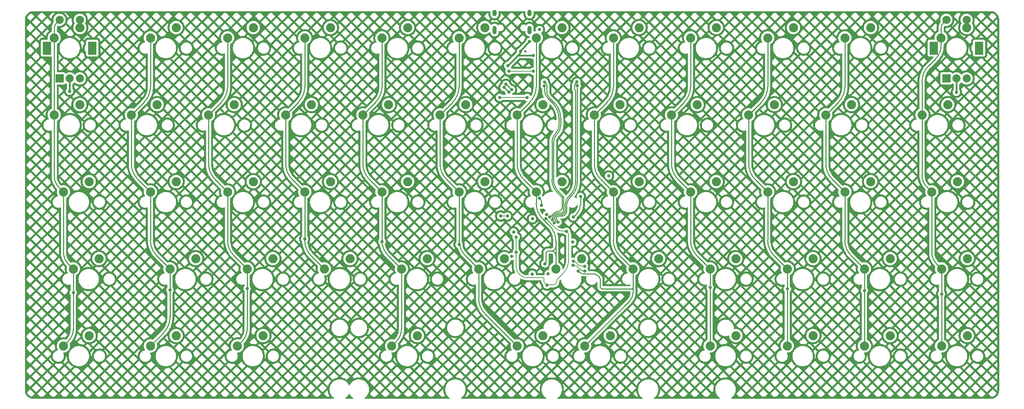
<source format=gbr>
%TF.GenerationSoftware,KiCad,Pcbnew,(6.0.7)*%
%TF.CreationDate,2022-10-09T16:51:20+02:00*%
%TF.ProjectId,the PETER keyboard,74686520-5045-4544-9552-206b6579626f,rev?*%
%TF.SameCoordinates,Original*%
%TF.FileFunction,Copper,L1,Top*%
%TF.FilePolarity,Positive*%
%FSLAX46Y46*%
G04 Gerber Fmt 4.6, Leading zero omitted, Abs format (unit mm)*
G04 Created by KiCad (PCBNEW (6.0.7)) date 2022-10-09 16:51:20*
%MOMM*%
%LPD*%
G01*
G04 APERTURE LIST*
%TA.AperFunction,ComponentPad*%
%ADD10C,2.250000*%
%TD*%
%TA.AperFunction,ComponentPad*%
%ADD11R,2.000000X2.000000*%
%TD*%
%TA.AperFunction,ComponentPad*%
%ADD12C,2.000000*%
%TD*%
%TA.AperFunction,ComponentPad*%
%ADD13R,2.000000X3.200000*%
%TD*%
%TA.AperFunction,ComponentPad*%
%ADD14O,1.000000X1.600000*%
%TD*%
%TA.AperFunction,ComponentPad*%
%ADD15O,1.000000X2.100000*%
%TD*%
%TA.AperFunction,ViaPad*%
%ADD16C,0.800000*%
%TD*%
%TA.AperFunction,Conductor*%
%ADD17C,0.386000*%
%TD*%
%TA.AperFunction,Conductor*%
%ADD18C,0.200000*%
%TD*%
%TA.AperFunction,Conductor*%
%ADD19C,0.254000*%
%TD*%
G04 APERTURE END LIST*
D10*
%TO.P,MX56,1,COL*%
%TO.N,COL9*%
X212090000Y-130302000D03*
%TO.P,MX56,2,ROW*%
%TO.N,Net-(D56-Pad2)*%
X218440000Y-127762000D03*
%TD*%
%TO.P,MX51,1,COL*%
%TO.N,COL2*%
X76327000Y-130302000D03*
%TO.P,MX51,2,ROW*%
%TO.N,Net-(D51-Pad2)*%
X82677000Y-127762000D03*
%TD*%
%TO.P,MX52,1,COL*%
%TO.N,COL4*%
X114427000Y-130302000D03*
%TO.P,MX52,2,ROW*%
%TO.N,Net-(D52-Pad2)*%
X120777000Y-127762000D03*
%TD*%
%TO.P,MX13,1,COL*%
%TO.N,COL0*%
X31115000Y-73152000D03*
%TO.P,MX13,2,ROW*%
%TO.N,Net-(D13-Pad2)*%
X37465000Y-70612000D03*
%TD*%
%TO.P,MX37,1,COL*%
%TO.N,COL0*%
X35814000Y-111252000D03*
%TO.P,MX37,2,ROW*%
%TO.N,Net-(D37-Pad2)*%
X42164000Y-108712000D03*
%TD*%
%TO.P,MX19,1,COL*%
%TO.N,COL6*%
X145415000Y-73152000D03*
%TO.P,MX19,2,ROW*%
%TO.N,Net-(D19-Pad2)*%
X151765000Y-70612000D03*
%TD*%
%TO.P,MX54,1,COL*%
%TO.N,COL7*%
X162052000Y-130302000D03*
%TO.P,MX54,2,ROW*%
%TO.N,Net-(D54-Pad2)*%
X168402000Y-127762000D03*
%TD*%
%TO.P,MX7,1,COL*%
%TO.N,COL6*%
X150114000Y-54102000D03*
%TO.P,MX7,2,ROW*%
%TO.N,Net-(D7-Pad2)*%
X156464000Y-51562000D03*
%TD*%
%TO.P,MX46,1,COL*%
%TO.N,COL9*%
X212090000Y-111252000D03*
%TO.P,MX46,2,ROW*%
%TO.N,Net-(D46-Pad2)*%
X218440000Y-108712000D03*
%TD*%
D11*
%TO.P,SW1,A,A*%
%TO.N,ROTARY_A*%
X32425000Y-64142000D03*
D12*
%TO.P,SW1,B,B*%
%TO.N,ROTARY_B*%
X37425000Y-64142000D03*
%TO.P,SW1,C,C*%
%TO.N,GND*%
X34925000Y-64142000D03*
D13*
%TO.P,SW1,MP*%
%TO.N,N/C*%
X29325000Y-56642000D03*
X40525000Y-56642000D03*
D12*
%TO.P,SW1,S1,S1*%
%TO.N,Net-(D1-Pad2)*%
X37425000Y-49642000D03*
%TO.P,SW1,S2,S2*%
%TO.N,COL0*%
X32425000Y-49642000D03*
%TD*%
D10*
%TO.P,MX48,1,COL*%
%TO.N,COL11*%
X250190000Y-111252000D03*
%TO.P,MX48,2,ROW*%
%TO.N,Net-(D48-Pad2)*%
X256540000Y-108712000D03*
%TD*%
%TO.P,MX14,1,COL*%
%TO.N,COL1*%
X50165000Y-73152000D03*
%TO.P,MX14,2,ROW*%
%TO.N,Net-(D14-Pad2)*%
X56515000Y-70612000D03*
%TD*%
%TO.P,MX12,1,COL*%
%TO.N,COL11*%
X250063000Y-54102000D03*
%TO.P,MX12,2,ROW*%
%TO.N,Net-(D12-Pad2)*%
X256413000Y-51562000D03*
%TD*%
%TO.P,MX30,1,COL*%
%TO.N,COL5*%
X131064000Y-92202000D03*
%TO.P,MX30,2,ROW*%
%TO.N,Net-(D30-Pad2)*%
X137414000Y-89662000D03*
%TD*%
%TO.P,MX15,1,COL*%
%TO.N,COL2*%
X69215000Y-73152000D03*
%TO.P,MX15,2,ROW*%
%TO.N,Net-(D15-Pad2)*%
X75565000Y-70612000D03*
%TD*%
%TO.P,MX26,1,COL*%
%TO.N,COL1*%
X54864000Y-92202000D03*
%TO.P,MX26,2,ROW*%
%TO.N,Net-(D26-Pad2)*%
X61214000Y-89662000D03*
%TD*%
%TO.P,MX11,1,COL*%
%TO.N,COL10*%
X226314000Y-54102000D03*
%TO.P,MX11,2,ROW*%
%TO.N,Net-(D11-Pad2)*%
X232664000Y-51562000D03*
%TD*%
%TO.P,MX45,1,COL*%
%TO.N,COL8*%
X193040000Y-111252000D03*
%TO.P,MX45,2,ROW*%
%TO.N,Net-(D45-Pad2)*%
X199390000Y-108712000D03*
%TD*%
%TO.P,MX18,1,COL*%
%TO.N,COL5*%
X126365000Y-73152000D03*
%TO.P,MX18,2,ROW*%
%TO.N,Net-(D18-Pad2)*%
X132715000Y-70612000D03*
%TD*%
%TO.P,MX32,1,COL*%
%TO.N,COL7*%
X169164000Y-92202000D03*
%TO.P,MX32,2,ROW*%
%TO.N,Net-(D32-Pad2)*%
X175514000Y-89662000D03*
%TD*%
%TO.P,MX22,1,COL*%
%TO.N,COL9*%
X202565000Y-73152000D03*
%TO.P,MX22,2,ROW*%
%TO.N,Net-(D22-Pad2)*%
X208915000Y-70612000D03*
%TD*%
%TO.P,MX35,1,COL*%
%TO.N,COL10*%
X226314000Y-92202000D03*
%TO.P,MX35,2,ROW*%
%TO.N,Net-(D35-Pad2)*%
X232664000Y-89662000D03*
%TD*%
%TO.P,MX27,1,COL*%
%TO.N,COL2*%
X73914000Y-92202000D03*
%TO.P,MX27,2,ROW*%
%TO.N,Net-(D27-Pad2)*%
X80264000Y-89662000D03*
%TD*%
%TO.P,MX43,1,COL*%
%TO.N,COL6*%
X154940000Y-111252000D03*
%TO.P,MX43,2,ROW*%
%TO.N,Net-(D43-Pad2)*%
X161290000Y-108712000D03*
%TD*%
%TO.P,MX3,1,COL*%
%TO.N,COL2*%
X73914000Y-54102000D03*
%TO.P,MX3,2,ROW*%
%TO.N,Net-(D3-Pad2)*%
X80264000Y-51562000D03*
%TD*%
%TO.P,MX33,1,COL*%
%TO.N,COL8*%
X188214000Y-92202000D03*
%TO.P,MX33,2,ROW*%
%TO.N,Net-(D33-Pad2)*%
X194564000Y-89662000D03*
%TD*%
%TO.P,MX50,1,COL*%
%TO.N,COL1*%
X54864000Y-130302000D03*
%TO.P,MX50,2,ROW*%
%TO.N,Net-(D50-Pad2)*%
X61214000Y-127762000D03*
%TD*%
%TO.P,MX47,1,COL*%
%TO.N,COL10*%
X231140000Y-111252000D03*
%TO.P,MX47,2,ROW*%
%TO.N,Net-(D47-Pad2)*%
X237490000Y-108712000D03*
%TD*%
%TO.P,MX28,1,COL*%
%TO.N,COL3*%
X92964000Y-92202000D03*
%TO.P,MX28,2,ROW*%
%TO.N,Net-(D28-Pad2)*%
X99314000Y-89662000D03*
%TD*%
%TO.P,MX6,1,COL*%
%TO.N,COL5*%
X131064000Y-54102000D03*
%TO.P,MX6,2,ROW*%
%TO.N,Net-(D6-Pad2)*%
X137414000Y-51562000D03*
%TD*%
%TO.P,MX49,1,COL*%
%TO.N,COL0*%
X33401000Y-130302000D03*
%TO.P,MX49,2,ROW*%
%TO.N,Net-(D49-Pad2)*%
X39751000Y-127762000D03*
%TD*%
%TO.P,MX10,1,COL*%
%TO.N,COL9*%
X207264000Y-54102000D03*
%TO.P,MX10,2,ROW*%
%TO.N,Net-(D10-Pad2)*%
X213614000Y-51562000D03*
%TD*%
%TO.P,MX8,1,COL*%
%TO.N,COL7*%
X169164000Y-54102000D03*
%TO.P,MX8,2,ROW*%
%TO.N,Net-(D8-Pad2)*%
X175514000Y-51562000D03*
%TD*%
%TO.P,MX9,1,COL*%
%TO.N,COL8*%
X188214000Y-54102000D03*
%TO.P,MX9,2,ROW*%
%TO.N,Net-(D9-Pad2)*%
X194564000Y-51562000D03*
%TD*%
%TO.P,MX42,1,COL*%
%TO.N,COL5*%
X135890000Y-111252000D03*
%TO.P,MX42,2,ROW*%
%TO.N,Net-(D42-Pad2)*%
X142240000Y-108712000D03*
%TD*%
%TO.P,MX24,1,COL*%
%TO.N,COL11*%
X245364000Y-73152000D03*
%TO.P,MX24,2,ROW*%
%TO.N,Net-(D24-Pad2)*%
X251714000Y-70612000D03*
%TD*%
%TO.P,MX20,1,COL*%
%TO.N,COL7*%
X164465000Y-73152000D03*
%TO.P,MX20,2,ROW*%
%TO.N,Net-(D20-Pad2)*%
X170815000Y-70612000D03*
%TD*%
%TO.P,MX1,1,COL*%
%TO.N,COL0*%
X31115000Y-54102000D03*
%TO.P,MX1,2,ROW*%
%TO.N,Net-(D1-Pad2)*%
X37465000Y-51562000D03*
%TD*%
%TO.P,MX16,1,COL*%
%TO.N,COL3*%
X88265000Y-73152000D03*
%TO.P,MX16,2,ROW*%
%TO.N,Net-(D16-Pad2)*%
X94615000Y-70612000D03*
%TD*%
%TO.P,MX38,1,COL*%
%TO.N,COL1*%
X59690000Y-111252000D03*
%TO.P,MX38,2,ROW*%
%TO.N,Net-(D38-Pad2)*%
X66040000Y-108712000D03*
%TD*%
%TO.P,MX31,1,COL*%
%TO.N,COL6*%
X150114000Y-92202000D03*
%TO.P,MX31,2,ROW*%
%TO.N,Net-(D31-Pad2)*%
X156464000Y-89662000D03*
%TD*%
%TO.P,MX53,1,COL*%
%TO.N,COL5*%
X145415000Y-130302000D03*
%TO.P,MX53,2,ROW*%
%TO.N,Net-(D53-Pad2)*%
X151765000Y-127762000D03*
%TD*%
%TO.P,MX29,1,COL*%
%TO.N,COL4*%
X112014000Y-92202000D03*
%TO.P,MX29,2,ROW*%
%TO.N,Net-(D29-Pad2)*%
X118364000Y-89662000D03*
%TD*%
%TO.P,MX39,1,COL*%
%TO.N,COL2*%
X78740000Y-111252000D03*
%TO.P,MX39,2,ROW*%
%TO.N,Net-(D39-Pad2)*%
X85090000Y-108712000D03*
%TD*%
%TO.P,MX55,1,COL*%
%TO.N,COL8*%
X193040000Y-130302000D03*
%TO.P,MX55,2,ROW*%
%TO.N,Net-(D55-Pad2)*%
X199390000Y-127762000D03*
%TD*%
%TO.P,MX40,1,COL*%
%TO.N,COL3*%
X97790000Y-111252000D03*
%TO.P,MX40,2,ROW*%
%TO.N,Net-(D40-Pad2)*%
X104140000Y-108712000D03*
%TD*%
%TO.P,MX21,1,COL*%
%TO.N,COL8*%
X183515000Y-73152000D03*
%TO.P,MX21,2,ROW*%
%TO.N,Net-(D21-Pad2)*%
X189865000Y-70612000D03*
%TD*%
%TO.P,MX5,1,COL*%
%TO.N,COL4*%
X112014000Y-54102000D03*
%TO.P,MX5,2,ROW*%
%TO.N,Net-(D5-Pad2)*%
X118364000Y-51562000D03*
%TD*%
%TO.P,MX44,1,COL*%
%TO.N,COL7*%
X173990000Y-111252000D03*
%TO.P,MX44,2,ROW*%
%TO.N,Net-(D44-Pad2)*%
X180340000Y-108712000D03*
%TD*%
%TO.P,MX36,1,COL*%
%TO.N,COL11*%
X247777000Y-92202000D03*
%TO.P,MX36,2,ROW*%
%TO.N,Net-(D36-Pad2)*%
X254127000Y-89662000D03*
%TD*%
D11*
%TO.P,SW12,A,A*%
%TO.N,ROTARY_D*%
X251373000Y-64142000D03*
D12*
%TO.P,SW12,B,B*%
%TO.N,ROTARY_C*%
X256373000Y-64142000D03*
%TO.P,SW12,C,C*%
%TO.N,GND*%
X253873000Y-64142000D03*
D13*
%TO.P,SW12,MP*%
%TO.N,N/C*%
X248273000Y-56642000D03*
X259473000Y-56642000D03*
D12*
%TO.P,SW12,S1,S1*%
%TO.N,Net-(D12-Pad2)*%
X256373000Y-49642000D03*
%TO.P,SW12,S2,S2*%
%TO.N,COL11*%
X251373000Y-49642000D03*
%TD*%
D10*
%TO.P,MX4,1,COL*%
%TO.N,COL3*%
X92964000Y-54102000D03*
%TO.P,MX4,2,ROW*%
%TO.N,Net-(D4-Pad2)*%
X99314000Y-51562000D03*
%TD*%
%TO.P,MX25,1,COL*%
%TO.N,COL0*%
X33401000Y-92202000D03*
%TO.P,MX25,2,ROW*%
%TO.N,Net-(D25-Pad2)*%
X39751000Y-89662000D03*
%TD*%
%TO.P,MX17,1,COL*%
%TO.N,COL4*%
X107315000Y-73152000D03*
%TO.P,MX17,2,ROW*%
%TO.N,Net-(D17-Pad2)*%
X113665000Y-70612000D03*
%TD*%
%TO.P,MX41,1,COL*%
%TO.N,COL4*%
X116840000Y-111252000D03*
%TO.P,MX41,2,ROW*%
%TO.N,Net-(D41-Pad2)*%
X123190000Y-108712000D03*
%TD*%
%TO.P,MX34,1,COL*%
%TO.N,COL9*%
X207264000Y-92202000D03*
%TO.P,MX34,2,ROW*%
%TO.N,Net-(D34-Pad2)*%
X213614000Y-89662000D03*
%TD*%
%TO.P,MX58,1,COL*%
%TO.N,COL11*%
X250190000Y-130302000D03*
%TO.P,MX58,2,ROW*%
%TO.N,Net-(D58-Pad2)*%
X256540000Y-127762000D03*
%TD*%
%TO.P,MX2,1,COL*%
%TO.N,COL1*%
X54864000Y-54102000D03*
%TO.P,MX2,2,ROW*%
%TO.N,Net-(D2-Pad2)*%
X61214000Y-51562000D03*
%TD*%
%TO.P,MX57,1,COL*%
%TO.N,COL10*%
X231140000Y-130302000D03*
%TO.P,MX57,2,ROW*%
%TO.N,Net-(D57-Pad2)*%
X237490000Y-127762000D03*
%TD*%
%TO.P,MX23,1,COL*%
%TO.N,COL10*%
X221615000Y-73152000D03*
%TO.P,MX23,2,ROW*%
%TO.N,Net-(D23-Pad2)*%
X227965000Y-70612000D03*
%TD*%
D14*
%TO.P,J1,S1,SHIELD*%
%TO.N,Net-(C_USBSHIELD1-Pad1)*%
X148465000Y-47972000D03*
X139825000Y-47972000D03*
D15*
X139825000Y-52152000D03*
X148465000Y-52152000D03*
%TD*%
D16*
%TO.N,GND*%
X148488400Y-55016400D03*
X253847600Y-67564000D03*
X150901400Y-52044600D03*
X159156400Y-104622600D03*
X153060400Y-112445800D03*
X143103600Y-60960000D03*
X152704800Y-97808500D03*
X149123400Y-112547400D03*
X34899600Y-67310000D03*
X149352000Y-58420000D03*
X144068800Y-108178600D03*
X167970200Y-88265000D03*
X149182921Y-98868900D03*
X146246001Y-57473001D03*
X144526000Y-102108000D03*
%TO.N,+5V*%
X157581600Y-101955600D03*
X152755600Y-115265200D03*
X145186400Y-107137200D03*
X145161000Y-103378000D03*
X152552400Y-98856800D03*
%TO.N,ROW0*%
X143383000Y-62357000D03*
X149352000Y-62357000D03*
%TO.N,ROW1*%
X147878800Y-68834000D03*
X141097000Y-68834000D03*
%TO.N,ROW2*%
X150876000Y-93726000D03*
X141351000Y-98171000D03*
X151384000Y-95504000D03*
X143002000Y-98171000D03*
X159258000Y-98425000D03*
X161036000Y-93345000D03*
%TO.N, ROW3*%
X162052000Y-111760000D03*
X159207200Y-110395300D03*
%TO.N,ROW4*%
X159258000Y-109372400D03*
X162052000Y-110591600D03*
%TO.N,COL0*%
X35814000Y-117144800D03*
%TO.N,COL1*%
X59690000Y-116491300D03*
%TO.N,COL2*%
X78740000Y-116110300D03*
%TO.N,COL3*%
X92964000Y-103835200D03*
%TO.N,COL4*%
X112064800Y-104495600D03*
%TO.N,COL5*%
X131064000Y-105206800D03*
%TO.N,COL6*%
X152263590Y-110011009D03*
%TO.N,COL7*%
X160477200Y-111760000D03*
%TO.N,COL8*%
X193040000Y-115856300D03*
%TO.N,COL9*%
X212128255Y-116242700D03*
%TO.N,COL10*%
X231140000Y-116623700D03*
%TO.N,COL11*%
X250190000Y-117454700D03*
%TO.N,ROTARY_A*%
X142147105Y-66363257D03*
X143362864Y-67558736D03*
X153456768Y-98431215D03*
X152111391Y-65965267D03*
%TO.N,ROTARY_B*%
X142646400Y-65582800D03*
X144018000Y-66903600D03*
X154139907Y-99057097D03*
X152147373Y-65039464D03*
%TO.N,ROTARY_D*%
X160161570Y-65013950D03*
X154584454Y-99869984D03*
%TO.N,ROTARY_C*%
X160223200Y-65938400D03*
X155498800Y-99720400D03*
%TD*%
D17*
%TO.N,GND*%
X144437100Y-59626500D02*
X144678400Y-59385200D01*
X145814224Y-58420000D02*
X149352000Y-58420000D01*
X144678400Y-59385200D02*
X144799050Y-59264550D01*
X253873000Y-67520639D02*
X253873000Y-64142000D01*
X145522950Y-58540650D02*
X146124167Y-57939432D01*
X146246001Y-57645300D02*
X146246001Y-57473001D01*
X146246001Y-57365900D02*
X146246001Y-57473001D01*
X144799050Y-59264550D02*
X144919700Y-59143900D01*
X145161000Y-58902600D02*
X145281650Y-58781950D01*
X146321732Y-57183067D02*
X148488400Y-55016400D01*
X145522950Y-58540650D02*
X145402300Y-58661300D01*
X145402300Y-58661300D02*
X145281650Y-58781950D01*
X143103600Y-60960000D02*
X144437100Y-59626500D01*
X144678400Y-59385200D02*
X144799050Y-59264550D01*
X144799050Y-59264550D02*
X144919700Y-59143900D01*
X144678400Y-59385200D02*
X144437100Y-59626500D01*
X145040350Y-59023250D02*
X144919700Y-59143900D01*
X145040350Y-59023250D02*
X144919700Y-59143900D01*
X34912300Y-67297300D02*
X34899600Y-67310000D01*
X145522950Y-58540650D02*
X145402300Y-58661300D01*
X253860300Y-67551300D02*
X253847600Y-67564000D01*
X145402300Y-58661300D02*
X145281650Y-58781950D01*
X145161000Y-58902600D02*
X145040350Y-59023250D01*
X145161000Y-58902600D02*
X145281650Y-58781950D01*
X34925000Y-67266639D02*
X34925000Y-64142000D01*
X145161000Y-58902600D02*
X145040350Y-59023250D01*
X145522950Y-58540650D02*
G75*
G02*
X145522950Y-58540650I0J0D01*
G01*
X253873016Y-67520639D02*
G75*
G02*
X253860300Y-67551300I-43416J39D01*
G01*
X146246011Y-57365900D02*
G75*
G02*
X146321732Y-57183067I258589J0D01*
G01*
X34925016Y-67266639D02*
G75*
G02*
X34912300Y-67297300I-43416J39D01*
G01*
X145281650Y-58781950D02*
G75*
G02*
X145281650Y-58781950I0J0D01*
G01*
X144919700Y-59143900D02*
G75*
G02*
X144919700Y-59143900I0J0D01*
G01*
X146245990Y-57645300D02*
G75*
G02*
X146124167Y-57939432I-415990J0D01*
G01*
X145161000Y-58902600D02*
G75*
G02*
X145161000Y-58902600I0J0D01*
G01*
X144678400Y-59385200D02*
G75*
G02*
X144678400Y-59385200I0J0D01*
G01*
X145040350Y-59023250D02*
G75*
G02*
X145040350Y-59023250I0J0D01*
G01*
X145402300Y-58661300D02*
G75*
G02*
X145402300Y-58661300I0J0D01*
G01*
X144799050Y-59264550D02*
G75*
G02*
X144799050Y-59264550I0J0D01*
G01*
X145814224Y-58420011D02*
G75*
G03*
X145522950Y-58540650I-24J-411889D01*
G01*
D18*
%TO.N,+5V*%
X151924839Y-113436400D02*
X147874751Y-113436400D01*
X157556200Y-101930200D02*
X157581600Y-101955600D01*
X145186400Y-110748048D02*
X145186400Y-107137200D01*
X145161000Y-107093839D02*
X145161000Y-103378000D01*
X158140400Y-102909531D02*
X158140400Y-108896620D01*
X154388110Y-115214400D02*
X153182294Y-115214400D01*
X156565600Y-101904800D02*
X157494878Y-101904800D01*
X151968200Y-114000305D02*
X151968200Y-113479760D01*
X157581600Y-101955600D02*
X157581600Y-101904800D01*
X155168600Y-114433910D02*
X155168600Y-114363500D01*
X155446987Y-113691412D02*
X156654500Y-112483900D01*
X145173700Y-107124500D02*
X145186400Y-107137200D01*
X157581600Y-101955600D02*
X157861000Y-102235000D01*
X152552400Y-98856800D02*
X154917900Y-101222300D01*
X158140408Y-108896620D02*
G75*
G02*
X156654500Y-112483900I-5073208J20D01*
G01*
X145173712Y-107124488D02*
G75*
G02*
X145161000Y-107093839I30688J30688D01*
G01*
X154939997Y-114985797D02*
G75*
G03*
X155168600Y-114433910I-551897J551897D01*
G01*
X151968216Y-113479760D02*
G75*
G03*
X151955500Y-113449100I-43416J-40D01*
G01*
X157861009Y-102234991D02*
G75*
G02*
X158140400Y-102909531I-674509J-674509D01*
G01*
X154917900Y-101222300D02*
G75*
G03*
X156565600Y-101904800I1647700J1647700D01*
G01*
X152323802Y-114858798D02*
G75*
G02*
X151968200Y-114000305I858498J858498D01*
G01*
X151924839Y-113436384D02*
G75*
G02*
X151955500Y-113449100I-39J-43416D01*
G01*
X145973835Y-112648965D02*
G75*
G02*
X145186400Y-110748048I1900865J1900965D01*
G01*
X157494878Y-101904809D02*
G75*
G02*
X157556200Y-101930200I22J-86691D01*
G01*
X155168607Y-114363500D02*
G75*
G02*
X155446987Y-113691412I950493J0D01*
G01*
X153182294Y-115214402D02*
G75*
G02*
X152323800Y-114858800I6J1214102D01*
G01*
X147874751Y-113436419D02*
G75*
G02*
X145973801Y-112648999I49J2688419D01*
G01*
X154388110Y-115214404D02*
G75*
G03*
X154940000Y-114985800I-10J780504D01*
G01*
%TO.N,ROW0*%
X143383000Y-62357000D02*
X149352000Y-62357000D01*
%TO.N,ROW1*%
X141097000Y-68834000D02*
X147955000Y-68834000D01*
%TO.N,ROW2*%
X143002000Y-98171000D02*
X141351000Y-98171000D01*
D19*
X160147000Y-97536000D02*
X159258000Y-98425000D01*
X161036000Y-93345000D02*
X161036000Y-95389764D01*
X151384000Y-94593210D02*
X151384000Y-95504000D01*
X150876000Y-93726000D02*
X151130000Y-93980000D01*
X151130003Y-93979997D02*
G75*
G02*
X151384000Y-94593210I-613203J-613203D01*
G01*
X161035985Y-95389764D02*
G75*
G02*
X160147000Y-97536000I-3035185J-36D01*
G01*
D18*
%TO.N, ROW3*%
X160800900Y-111196988D02*
X160823338Y-111219426D01*
X161112107Y-111508195D02*
X161107104Y-111503192D01*
X162052000Y-111760000D02*
X161641491Y-111760000D01*
X161062069Y-111458157D02*
X161089670Y-111485758D01*
X160605253Y-111001341D02*
X160637545Y-111033633D01*
X160283910Y-110679998D02*
X160279230Y-110675318D01*
X160965543Y-111361631D02*
X161001057Y-111397145D01*
X159207200Y-110395300D02*
X159603206Y-110395300D01*
X161135672Y-111531760D02*
X161144712Y-111540800D01*
X160283910Y-110679998D02*
X160293271Y-110689359D01*
X161112107Y-111508195D02*
X161130830Y-111526918D01*
X160855782Y-111251870D02*
X160890652Y-111286740D01*
X160855782Y-111251870D02*
X160843350Y-111239438D01*
X160311995Y-110708083D02*
X160321357Y-110717445D01*
X160586530Y-110982618D02*
X160591684Y-110987772D01*
X160485183Y-110881271D02*
X160571068Y-110967156D01*
X160410291Y-110806379D02*
X160447737Y-110843825D01*
X161153752Y-111549840D02*
X161158433Y-111554521D01*
X161135672Y-111531760D02*
X161130830Y-111526918D01*
X161045277Y-111441365D02*
X161039791Y-111435879D01*
X160911801Y-111307889D02*
X160919230Y-111315318D01*
X161167634Y-111563722D02*
X161164567Y-111560655D01*
X160746019Y-111142107D02*
X160800900Y-111196988D01*
X160904372Y-111300460D02*
X160911801Y-111307889D01*
X160945532Y-111341620D02*
X160965543Y-111361631D01*
X161045277Y-111441365D02*
X161053673Y-111449761D01*
X160335399Y-110731487D02*
X160321357Y-110717445D01*
X161053673Y-111449761D02*
X161062069Y-111458157D01*
X160302633Y-110698721D02*
X160311995Y-110708083D01*
X160581376Y-110977464D02*
X160586530Y-110982618D01*
X160904372Y-111300460D02*
X160890652Y-111286740D01*
X160335399Y-110731487D02*
X160372845Y-110768933D01*
X160833344Y-111229432D02*
X160843350Y-111239438D01*
X161144712Y-111540800D02*
X161153752Y-111549840D01*
X160823338Y-111219426D02*
X160833344Y-111229432D01*
X160656268Y-111052356D02*
X160726007Y-111122095D01*
X161098387Y-111494475D02*
X161107104Y-111503192D01*
X160746019Y-111142107D02*
X160726007Y-111122095D01*
X161089670Y-111485758D02*
X161098387Y-111494475D01*
X160576222Y-110972310D02*
X160581376Y-110977464D01*
X160447737Y-110843825D02*
X160485183Y-110881271D01*
X161158433Y-111554521D02*
X161164567Y-111560655D01*
X161001057Y-111397145D02*
X161020424Y-111416512D01*
X160925521Y-111321609D02*
X160919230Y-111315318D01*
X161020424Y-111416512D02*
X161039791Y-111435879D01*
X160302633Y-110698721D02*
X160293271Y-110689359D01*
X160571068Y-110967156D02*
X160576222Y-110972310D01*
X160591684Y-110987772D02*
X160605253Y-111001341D01*
X160372845Y-110768933D02*
X160410291Y-110806379D01*
X160637545Y-111033633D02*
X160656268Y-111052356D01*
X160925521Y-111321609D02*
X160945532Y-111341620D01*
X161641491Y-111760016D02*
G75*
G02*
X161167634Y-111563722I9J670116D01*
G01*
X159603206Y-110395284D02*
G75*
G02*
X160279229Y-110675319I-6J-956016D01*
G01*
%TO.N,ROW4*%
X159808084Y-109516084D02*
X160470508Y-110178508D01*
X159258000Y-109372400D02*
X159461200Y-109372400D01*
X161467800Y-110591600D02*
X162052000Y-110591600D01*
X161467800Y-110591595D02*
G75*
G02*
X160470508Y-110178508I0J1410395D01*
G01*
X159461200Y-109372410D02*
G75*
G02*
X159808084Y-109516084I0J-490590D01*
G01*
D19*
%TO.N,COL0*%
X34607500Y-129095500D02*
X33401000Y-130302000D01*
X35814000Y-126182751D02*
X35814000Y-111252000D01*
X31770000Y-50297000D02*
X32425000Y-49642000D01*
X31115000Y-51878309D02*
X31115000Y-54102000D01*
X33401000Y-92202000D02*
X32258000Y-91059000D01*
X35814000Y-111252000D02*
X34607500Y-110045500D01*
X31115000Y-88299553D02*
X31115000Y-73152000D01*
X33401000Y-107132751D02*
X33401000Y-92202000D01*
X31115000Y-54102000D02*
X31115000Y-73152000D01*
X32258001Y-91058999D02*
G75*
G02*
X31115000Y-88299553I2759449J2759449D01*
G01*
X31769997Y-50296997D02*
G75*
G03*
X31115000Y-51878309I1581303J-1581303D01*
G01*
X35814021Y-126182751D02*
G75*
G02*
X34607500Y-129095500I-4119321J51D01*
G01*
X34607500Y-110045500D02*
G75*
G02*
X33401000Y-107132751I2912750J2912750D01*
G01*
%TO.N,COL1*%
X54864000Y-66199036D02*
X54864000Y-54102000D01*
X59690000Y-115854100D02*
X59690000Y-115694800D01*
X51758792Y-89096792D02*
X54864000Y-92202000D01*
X59690000Y-116411650D02*
X59690000Y-116491300D01*
X59690000Y-116013400D02*
X59690000Y-115933750D01*
X54864000Y-104172036D02*
X54864000Y-92202000D01*
X59690000Y-111252000D02*
X59690000Y-115694800D01*
X59690000Y-116093050D02*
X59690000Y-116172700D01*
X59690000Y-116411650D02*
X59690000Y-116332000D01*
X50165000Y-85249036D02*
X50165000Y-73152000D01*
X58096207Y-127069792D02*
X54864000Y-130302000D01*
X53270207Y-70046792D02*
X50165000Y-73152000D01*
X59690000Y-116411650D02*
X59690000Y-116332000D01*
X59690000Y-115694800D02*
X59690000Y-115854100D01*
X59690000Y-116252350D02*
X59690000Y-116332000D01*
X59690000Y-115933750D02*
X59690000Y-115854100D01*
X59690000Y-116013400D02*
X59690000Y-116093050D01*
X59690000Y-115933750D02*
X59690000Y-115854100D01*
X59690000Y-116411650D02*
X59690000Y-123222036D01*
X59690000Y-116013400D02*
X59690000Y-116093050D01*
X59690000Y-116252350D02*
X59690000Y-116172700D01*
X59690000Y-116252350D02*
X59690000Y-116172700D01*
X59690000Y-116013400D02*
X59690000Y-115933750D01*
X59690000Y-116093050D02*
X59690000Y-116172700D01*
X59690000Y-116252350D02*
X59690000Y-116332000D01*
X56457792Y-108019792D02*
X59690000Y-111252000D01*
X54863990Y-104172036D02*
G75*
G03*
X56457793Y-108019791I5441610J36D01*
G01*
X59690000Y-116332000D02*
G75*
G02*
X59690000Y-116332000I0J0D01*
G01*
X51758790Y-89096794D02*
G75*
G02*
X50165000Y-85249036I3847760J3847754D01*
G01*
X59690000Y-115854100D02*
G75*
G02*
X59690000Y-115854100I0J0D01*
G01*
X59690000Y-116411650D02*
G75*
G02*
X59690000Y-116411650I0J0D01*
G01*
X59690000Y-115933750D02*
G75*
G02*
X59690000Y-115933750I0J0D01*
G01*
X59690000Y-116013400D02*
G75*
G02*
X59690000Y-116013400I0J0D01*
G01*
X59690000Y-116172700D02*
G75*
G02*
X59690000Y-116172700I0J0D01*
G01*
X59690000Y-116093050D02*
G75*
G02*
X59690000Y-116093050I0J0D01*
G01*
X58096206Y-127069791D02*
G75*
G03*
X59690000Y-123222036I-3847766J3847761D01*
G01*
X53270206Y-70046791D02*
G75*
G03*
X54864000Y-66199036I-3847766J3847761D01*
G01*
X59690000Y-116252350D02*
G75*
G02*
X59690000Y-116252350I0J0D01*
G01*
%TO.N,COL2*%
X78740000Y-115819450D02*
X78740000Y-115861000D01*
X78740000Y-115902550D02*
X78740000Y-115944100D01*
X70808792Y-89096792D02*
X73914000Y-92202000D01*
X78740000Y-115694800D02*
X78740000Y-111252000D01*
X78740000Y-115902550D02*
X78740000Y-115861000D01*
X75507792Y-108019792D02*
X78740000Y-111252000D01*
X78740000Y-115694800D02*
X78740000Y-115777900D01*
X69215000Y-85249036D02*
X69215000Y-73152000D01*
X78740000Y-115902550D02*
X78740000Y-115861000D01*
X78740000Y-115944100D02*
X78740000Y-115985650D01*
X72320207Y-70046792D02*
X69215000Y-73152000D01*
X78740000Y-126182751D02*
X78740000Y-116068750D01*
X73914000Y-104172036D02*
X73914000Y-92202000D01*
X77533500Y-129095500D02*
X76327000Y-130302000D01*
X78740000Y-115819450D02*
X78740000Y-115861000D01*
X78740000Y-116068750D02*
X78740000Y-116110300D01*
X78740000Y-115985650D02*
X78740000Y-116027200D01*
X73914000Y-66199036D02*
X73914000Y-54102000D01*
X78740000Y-115777900D02*
X78740000Y-115694800D01*
X78740000Y-116027200D02*
X78740000Y-116068750D01*
X78740000Y-116027200D02*
X78740000Y-116068750D01*
X78740000Y-115777900D02*
X78740000Y-115819450D01*
X78740000Y-115777900D02*
X78740000Y-115819450D01*
X78740000Y-115944100D02*
X78740000Y-115985650D01*
X78740000Y-115985650D02*
X78740000Y-116027200D01*
X78740000Y-115902550D02*
X78740000Y-115944100D01*
X78740000Y-115944100D02*
G75*
G02*
X78740000Y-115944100I0J0D01*
G01*
X78740000Y-115819450D02*
G75*
G02*
X78740000Y-115819450I0J0D01*
G01*
X78740000Y-115861000D02*
G75*
G02*
X78740000Y-115861000I0J0D01*
G01*
X70808800Y-89096784D02*
G75*
G02*
X69215000Y-85249036I3847800J3847784D01*
G01*
X78740000Y-116027200D02*
G75*
G02*
X78740000Y-116027200I0J0D01*
G01*
X78740000Y-115985650D02*
G75*
G02*
X78740000Y-115985650I0J0D01*
G01*
X78740000Y-115777900D02*
G75*
G02*
X78740000Y-115777900I0J0D01*
G01*
X72320200Y-70046785D02*
G75*
G03*
X73914000Y-66199036I-3847800J3847785D01*
G01*
X73913990Y-104172036D02*
G75*
G03*
X75507793Y-108019791I5441610J36D01*
G01*
X77533485Y-129095485D02*
G75*
G03*
X78740000Y-126182751I-2912785J2912785D01*
G01*
X78740000Y-116068750D02*
G75*
G02*
X78740000Y-116068750I0J0D01*
G01*
X78740000Y-115902550D02*
G75*
G02*
X78740000Y-115902550I0J0D01*
G01*
%TO.N,COL3*%
X88265000Y-73152000D02*
X88265000Y-85249036D01*
X94557792Y-108019792D02*
X97790000Y-111252000D01*
X92964000Y-66199036D02*
X92964000Y-54102000D01*
X91370207Y-70046792D02*
X88265000Y-73152000D01*
X92964000Y-104172036D02*
X92964000Y-92202000D01*
X92964000Y-92202000D02*
X89858792Y-89096792D01*
X92963990Y-104172036D02*
G75*
G03*
X94557793Y-108019791I5441610J36D01*
G01*
X88264990Y-85249036D02*
G75*
G03*
X89858793Y-89096791I5441610J36D01*
G01*
X91370200Y-70046785D02*
G75*
G03*
X92964000Y-66199036I-3847800J3847785D01*
G01*
%TO.N,COL4*%
X112014000Y-66199036D02*
X112014000Y-54102000D01*
X112014000Y-92202000D02*
X108908792Y-89096792D01*
X110420207Y-70046792D02*
X107315000Y-73152000D01*
X116840000Y-111252000D02*
X113607792Y-108019792D01*
X112014000Y-104172036D02*
X112014000Y-92202000D01*
X107315000Y-73152000D02*
X107315000Y-85249036D01*
X116840000Y-111252000D02*
X116840000Y-126182751D01*
X115633500Y-129095500D02*
X114427000Y-130302000D01*
X107314990Y-85249036D02*
G75*
G03*
X108908793Y-89096791I5441610J36D01*
G01*
X116840021Y-126182751D02*
G75*
G02*
X115633500Y-129095500I-4119321J51D01*
G01*
X113607800Y-108019784D02*
G75*
G02*
X112014000Y-104172036I3847800J3847784D01*
G01*
X112014010Y-66199036D02*
G75*
G02*
X110420207Y-70046792I-5441610J36D01*
G01*
%TO.N,COL5*%
X126365000Y-73152000D02*
X126365000Y-85249036D01*
X137483792Y-122370792D02*
X145415000Y-130302000D01*
X131064000Y-92202000D02*
X127958792Y-89096792D01*
X131064000Y-92202000D02*
X131064000Y-104172036D01*
X135890000Y-118523036D02*
X135890000Y-111252000D01*
X131064000Y-66199036D02*
X131064000Y-54102000D01*
X126365000Y-73152000D02*
X129470207Y-70046792D01*
X135890000Y-111252000D02*
X132657792Y-108019792D01*
X127958800Y-89096784D02*
G75*
G02*
X126365000Y-85249036I3847800J3847784D01*
G01*
X131063990Y-104172036D02*
G75*
G03*
X132657793Y-108019791I5441610J36D01*
G01*
X137483800Y-122370784D02*
G75*
G02*
X135890000Y-118523036I3847800J3847784D01*
G01*
X129470200Y-70046785D02*
G75*
G03*
X131064000Y-66199036I-3847800J3847785D01*
G01*
%TO.N,COL6*%
X153873200Y-106832400D02*
X152986005Y-106832400D01*
X154940000Y-105765600D02*
X154940000Y-104349829D01*
X150114000Y-66199036D02*
X150114000Y-54102000D01*
X148520207Y-70046792D02*
X145415000Y-73152000D01*
X154940000Y-107899200D02*
X154940000Y-111252000D01*
X147008792Y-89096792D02*
X150114000Y-92202000D01*
X153346207Y-100502073D02*
X151707792Y-98863658D01*
X150114000Y-95015902D02*
X150114000Y-92202000D01*
X152407995Y-109866604D02*
X152263590Y-110011009D01*
X154940000Y-105765600D02*
X154940000Y-107899200D01*
X145415000Y-73152000D02*
X145415000Y-85249036D01*
X152552400Y-107266005D02*
X152552400Y-109517979D01*
X152552394Y-109517979D02*
G75*
G02*
X152407995Y-109866604I-492994J-21D01*
G01*
X145414990Y-85249036D02*
G75*
G03*
X147008793Y-89096791I5441610J36D01*
G01*
X152679398Y-106959398D02*
G75*
G03*
X152552400Y-107266005I306602J-306602D01*
G01*
X154940000Y-107899200D02*
G75*
G03*
X153873200Y-106832400I-1066800J0D01*
G01*
X151707783Y-98863667D02*
G75*
G02*
X150114000Y-95015902I3847817J3847767D01*
G01*
X154939964Y-104349829D02*
G75*
G03*
X153346207Y-100502073I-5441564J29D01*
G01*
X150114010Y-66199036D02*
G75*
G02*
X148520207Y-70046792I-5441610J36D01*
G01*
X152679398Y-106959398D02*
G75*
G02*
X152986005Y-106832400I306602J-306602D01*
G01*
X154940000Y-105765600D02*
G75*
G02*
X153873200Y-106832400I-1066800J0D01*
G01*
%TO.N,COL7*%
X173181776Y-119172223D02*
X162052000Y-130302000D01*
X173990000Y-115982978D02*
X173990000Y-115989600D01*
X165862000Y-113877725D02*
X165862000Y-113909475D01*
X173990000Y-115753603D02*
X173990000Y-115753378D01*
X173990000Y-116149842D02*
X173990000Y-117221000D01*
X173990000Y-115292322D02*
X173990000Y-115321169D01*
X173990000Y-114300000D02*
X173990000Y-114655600D01*
X165862000Y-114144425D02*
X165862000Y-114163475D01*
X173990000Y-115673231D02*
X173990000Y-115699720D01*
X173990000Y-114892568D02*
X173990000Y-115010905D01*
X166058792Y-89096792D02*
X169164000Y-92202000D01*
X173990000Y-115833974D02*
X173990000Y-115817822D01*
X165862000Y-114169825D02*
X165862000Y-114176175D01*
X173990000Y-115070368D02*
X173990000Y-115070957D01*
X173990000Y-115775152D02*
X173990000Y-115775604D01*
X165862000Y-114842925D02*
X165862000Y-114976275D01*
X173990000Y-115833974D02*
X173990000Y-115860463D01*
X165862000Y-114185700D02*
X165862000Y-114211100D01*
X165862000Y-114211100D02*
X165862000Y-114236500D01*
X173816557Y-116179600D02*
X166382326Y-116179600D01*
X165862000Y-113845975D02*
X165862000Y-113826925D01*
X165354000Y-112979200D02*
X165718315Y-113343515D01*
X173990000Y-115557843D02*
X173990000Y-115602293D01*
X173990000Y-115789526D02*
X173990000Y-115798958D01*
X165862000Y-113779300D02*
X165862000Y-113804700D01*
X173990000Y-115762132D02*
X173990000Y-115770661D01*
X173990000Y-115445107D02*
X173990000Y-115432747D01*
X173990000Y-115798958D02*
X173990000Y-115808390D01*
X173990000Y-115976356D02*
X173990000Y-115982978D01*
X173990000Y-111252000D02*
X170757792Y-108019792D01*
X165862000Y-114633375D02*
X165862000Y-114639725D01*
X173990000Y-116000361D02*
X173990000Y-116002017D01*
X160832800Y-112115600D02*
X160477200Y-111760000D01*
X173990000Y-115247872D02*
X173990000Y-115292322D01*
X165862000Y-114080925D02*
X165862000Y-114112675D01*
X165862000Y-114627025D02*
X165862000Y-114633375D01*
X167570207Y-70046792D02*
X164465000Y-73152000D01*
X165862000Y-113814225D02*
X165862000Y-113820575D01*
X165862000Y-114236500D02*
X165862000Y-114261900D01*
X165862000Y-113804700D02*
X165862000Y-113814225D01*
X173990000Y-115717681D02*
X173990000Y-115727114D01*
X173990000Y-115744398D02*
X173990000Y-115753378D01*
X173990000Y-114774231D02*
X173990000Y-114655600D01*
X165862000Y-113944400D02*
X165862000Y-113909475D01*
X173990000Y-116149842D02*
X173990000Y-116006157D01*
X173990000Y-115780094D02*
X173990000Y-115789526D01*
X165862000Y-113753900D02*
X165862000Y-113779300D01*
X169164000Y-66199036D02*
X169164000Y-54102000D01*
X173990000Y-115774700D02*
X173990000Y-115770661D01*
X165862000Y-114261900D02*
X165862000Y-114287300D01*
X165862000Y-114112675D02*
X165862000Y-114144425D01*
X165862000Y-113728500D02*
X165862000Y-113753900D01*
X165862000Y-115487636D02*
X165862000Y-115659273D01*
X173990000Y-116003673D02*
X173990000Y-116005329D01*
X165862000Y-114709575D02*
X165862000Y-114842925D01*
X173990000Y-115949036D02*
X173990000Y-115957313D01*
X173990000Y-115774700D02*
X173990000Y-115775152D01*
X173990000Y-115753603D02*
X173990000Y-115762132D01*
X165862000Y-113845975D02*
X165862000Y-113877725D01*
X165862000Y-115144363D02*
X165862000Y-115487636D01*
X165862000Y-113820575D02*
X165862000Y-113826925D01*
X161691294Y-112471200D02*
X164127579Y-112471200D01*
X173990000Y-115970559D02*
X173990000Y-115972216D01*
X173990000Y-115486903D02*
X173990000Y-115543418D01*
X173990000Y-115010905D02*
X173990000Y-115070368D01*
X173990000Y-115070957D02*
X173990000Y-115071546D01*
X173990000Y-115130125D02*
X173990000Y-115247872D01*
X173990000Y-115970559D02*
X173990000Y-115965590D01*
X165862000Y-114163475D02*
X165862000Y-114169825D01*
X173990000Y-115949036D02*
X173990000Y-115939930D01*
X173990000Y-116005329D02*
X173990000Y-116006157D01*
X173990000Y-115708248D02*
X173990000Y-115717681D01*
X165862000Y-114363500D02*
X165862000Y-114388900D01*
X173990000Y-114774231D02*
X173990000Y-114892568D01*
X173990000Y-115629008D02*
X173990000Y-115637988D01*
X173990000Y-115620028D02*
X173990000Y-115629008D01*
X173990000Y-115381222D02*
X173990000Y-115350016D01*
X165862000Y-114439700D02*
X165862000Y-114566700D01*
X165862000Y-114338100D02*
X165862000Y-114363500D01*
X169164000Y-104172036D02*
X169164000Y-92202000D01*
X173990000Y-115321169D02*
X173990000Y-115350016D01*
X165862000Y-114439700D02*
X165862000Y-114388900D01*
X165862000Y-113712625D02*
X165862000Y-113718975D01*
X165862000Y-113690400D02*
X165862000Y-113693575D01*
X173990000Y-115646742D02*
X173990000Y-115637988D01*
X173990000Y-115430389D02*
X173990000Y-115432747D01*
X173990000Y-115425673D02*
X173990000Y-115428031D01*
X165862000Y-114627025D02*
X165862000Y-114566700D01*
X173990000Y-115957313D02*
X173990000Y-115965590D01*
X173990000Y-115472185D02*
X173990000Y-115486903D01*
X173990000Y-116002017D02*
X173990000Y-116003673D01*
X173990000Y-115423315D02*
X173990000Y-115425673D01*
X164465000Y-73152000D02*
X164465000Y-85249036D01*
X173990000Y-115860463D02*
X173990000Y-115886952D01*
X173990000Y-115808390D02*
X173990000Y-115817822D01*
X173990000Y-115428031D02*
X173990000Y-115430389D01*
X173990000Y-115886952D02*
X173990000Y-115913441D01*
X165862000Y-114287300D02*
X165862000Y-114338100D01*
X173990000Y-115972216D02*
X173990000Y-115973873D01*
X173990000Y-115727114D02*
X173990000Y-115744398D01*
X173990000Y-115543418D02*
X173990000Y-115557843D01*
X165862000Y-113706275D02*
X165862000Y-113712625D01*
X173990000Y-115996222D02*
X173990000Y-115998705D01*
X165862000Y-113728500D02*
X165862000Y-113718975D01*
X165862000Y-114185700D02*
X165862000Y-114176175D01*
X173990000Y-115130125D02*
X173990000Y-115071546D01*
X165862000Y-114639725D02*
X165862000Y-114709575D01*
X173990000Y-115998705D02*
X173990000Y-116000361D01*
X173990000Y-115423315D02*
X173990000Y-115410070D01*
X173990000Y-115989600D02*
X173990000Y-115996222D01*
X165862000Y-115144363D02*
X165862000Y-114976275D01*
X165862000Y-113693575D02*
X165862000Y-113699925D01*
X173990000Y-115973873D02*
X173990000Y-115976356D01*
X165862000Y-113944400D02*
X165862000Y-114046000D01*
X173990000Y-115646742D02*
X173990000Y-115673231D01*
X165862000Y-114046000D02*
X165862000Y-114080925D01*
X173990000Y-115780094D02*
X173990000Y-115775604D01*
X173990000Y-115620028D02*
X173990000Y-115602293D01*
X173990000Y-115445107D02*
X173990000Y-115472185D01*
X173990000Y-115381222D02*
X173990000Y-115410070D01*
X173990000Y-115708248D02*
X173990000Y-115699720D01*
X173990000Y-115913441D02*
X173990000Y-115939930D01*
X165862000Y-113699925D02*
X165862000Y-113706275D01*
X173990000Y-111252000D02*
X173990000Y-114300000D01*
X165718322Y-113343508D02*
G75*
G02*
X165862000Y-113690400I-346922J-346892D01*
G01*
X173989982Y-116006157D02*
G75*
G02*
X173939200Y-116128800I-173382J-43D01*
G01*
X169164010Y-66199036D02*
G75*
G02*
X167570207Y-70046792I-5441610J36D01*
G01*
X161691294Y-112471202D02*
G75*
G02*
X160832800Y-112115600I6J1214102D01*
G01*
X173181788Y-119172235D02*
G75*
G03*
X173990000Y-117221000I-1951288J1951235D01*
G01*
X173939212Y-116128812D02*
G75*
G02*
X173816557Y-116179600I-122612J122612D01*
G01*
X173939128Y-116128728D02*
G75*
G02*
X173990000Y-116149842I21072J-21072D01*
G01*
X165862011Y-115659273D02*
G75*
G03*
X166014400Y-116027200I520289J-27D01*
G01*
X169163990Y-104172036D02*
G75*
G03*
X170757793Y-108019791I5441610J36D01*
G01*
X164464990Y-85249036D02*
G75*
G03*
X166058793Y-89096791I5441610J36D01*
G01*
X164127579Y-112471209D02*
G75*
G02*
X165354000Y-112979200I21J-1734391D01*
G01*
X166382326Y-116179589D02*
G75*
G02*
X166014400Y-116027200I-26J520289D01*
G01*
%TO.N,COL8*%
X188214000Y-66199036D02*
X188214000Y-54102000D01*
X189807792Y-108019792D02*
X193040000Y-111252000D01*
X193040000Y-115607000D02*
X193040000Y-115648550D01*
X193040000Y-115523900D02*
X193040000Y-115440800D01*
X193040000Y-115607000D02*
X193040000Y-115565450D01*
X193040000Y-115773200D02*
X193040000Y-115731650D01*
X193040000Y-115523900D02*
X193040000Y-115565450D01*
X193040000Y-115690100D02*
X193040000Y-115731650D01*
X193040000Y-115773200D02*
X193040000Y-115731650D01*
X193040000Y-115690100D02*
X193040000Y-115648550D01*
X183515000Y-73152000D02*
X183515000Y-85249036D01*
X193040000Y-115690100D02*
X193040000Y-115648550D01*
X193040000Y-115523900D02*
X193040000Y-115565450D01*
X186620207Y-70046792D02*
X183515000Y-73152000D01*
X193040000Y-115690100D02*
X193040000Y-115731650D01*
X193040000Y-115773200D02*
X193040000Y-115814750D01*
X193040000Y-115773200D02*
X193040000Y-115814750D01*
X193040000Y-115856300D02*
X193040000Y-115814750D01*
X193040000Y-115607000D02*
X193040000Y-115565450D01*
X188214000Y-92202000D02*
X185108792Y-89096792D01*
X188214000Y-104172036D02*
X188214000Y-92202000D01*
X193040000Y-115814750D02*
X193040000Y-130302000D01*
X193040000Y-115607000D02*
X193040000Y-115648550D01*
X193040000Y-115440800D02*
X193040000Y-115523900D01*
X193040000Y-115440800D02*
X193040000Y-111252000D01*
X193040000Y-115731650D02*
G75*
G02*
X193040000Y-115731650I0J0D01*
G01*
X193040000Y-115773200D02*
G75*
G02*
X193040000Y-115773200I0J0D01*
G01*
X193040000Y-115607000D02*
G75*
G02*
X193040000Y-115607000I0J0D01*
G01*
X193040000Y-115648550D02*
G75*
G02*
X193040000Y-115648550I0J0D01*
G01*
X193040000Y-115690100D02*
G75*
G02*
X193040000Y-115690100I0J0D01*
G01*
X188214010Y-66199036D02*
G75*
G02*
X186620207Y-70046792I-5441610J36D01*
G01*
X188213990Y-104172036D02*
G75*
G03*
X189807793Y-108019791I5441610J36D01*
G01*
X193040000Y-115565450D02*
G75*
G02*
X193040000Y-115565450I0J0D01*
G01*
X193040000Y-115523900D02*
G75*
G02*
X193040000Y-115523900I0J0D01*
G01*
X185108800Y-89096784D02*
G75*
G02*
X183515000Y-85249036I3847800J3847784D01*
G01*
X193040000Y-115814750D02*
G75*
G02*
X193040000Y-115814750I0J0D01*
G01*
%TO.N,COL9*%
X202565000Y-73152000D02*
X202565000Y-85249036D01*
X212090000Y-116382799D02*
X212090000Y-116331877D01*
X212090000Y-116586487D02*
X212090000Y-116637409D01*
X202565000Y-73152000D02*
X205670207Y-70046792D01*
X207264000Y-66199036D02*
X207264000Y-54102000D01*
X212090000Y-116637409D02*
X212090000Y-116688331D01*
X212090000Y-116484643D02*
X212090000Y-116535565D01*
X212090000Y-116382799D02*
X212090000Y-116433721D01*
X212090000Y-116790176D02*
X212090000Y-130302000D01*
X212090000Y-116382799D02*
X212090000Y-116331877D01*
X212090000Y-116484643D02*
X212090000Y-116535565D01*
X212090000Y-116637409D02*
X212090000Y-116688331D01*
X212090000Y-116535565D02*
X212090000Y-116586487D01*
X212090000Y-116586487D02*
X212090000Y-116637409D01*
X212090000Y-111252000D02*
X208857792Y-108019792D01*
X207264000Y-92202000D02*
X207264000Y-104172036D01*
X212090000Y-116308005D02*
X212090000Y-116331877D01*
X212090000Y-116790176D02*
X212090000Y-116688331D01*
X212090000Y-116535565D02*
X212090000Y-116586487D01*
X212090000Y-111252000D02*
X212090000Y-116331877D01*
X207264000Y-92202000D02*
X204158792Y-89096792D01*
X212090000Y-116433721D02*
X212090000Y-116484643D01*
X212128255Y-116242700D02*
X212109127Y-116261827D01*
X212090000Y-116433721D02*
X212090000Y-116484643D01*
X212090000Y-116382799D02*
X212090000Y-116433721D01*
X212090000Y-116688331D02*
X212090000Y-116790176D01*
X212109126Y-116261826D02*
G75*
G03*
X212090000Y-116308005I46174J-46174D01*
G01*
X212090000Y-116637409D02*
G75*
G02*
X212090000Y-116637409I0J0D01*
G01*
X207263990Y-104172036D02*
G75*
G03*
X208857793Y-108019791I5441610J36D01*
G01*
X212090000Y-116433721D02*
G75*
G02*
X212090000Y-116433721I0J0D01*
G01*
X212090000Y-116484643D02*
G75*
G02*
X212090000Y-116484643I0J0D01*
G01*
X202564990Y-85249036D02*
G75*
G03*
X204158793Y-89096791I5441610J36D01*
G01*
X212090000Y-116331877D02*
G75*
G02*
X212090000Y-116331877I0J0D01*
G01*
X212090000Y-116535565D02*
G75*
G02*
X212090000Y-116535565I0J0D01*
G01*
X212090000Y-116688331D02*
G75*
G02*
X212090000Y-116688331I0J0D01*
G01*
X212090000Y-116382799D02*
G75*
G02*
X212090000Y-116382799I0J0D01*
G01*
X212090000Y-116586487D02*
G75*
G02*
X212090000Y-116586487I0J0D01*
G01*
X205670200Y-70046785D02*
G75*
G03*
X207264000Y-66199036I-3847800J3847785D01*
G01*
%TO.N,COL10*%
X223208792Y-89096792D02*
X226314000Y-92202000D01*
X231140000Y-116402450D02*
X231140000Y-116358200D01*
X221615000Y-73152000D02*
X224720207Y-70046792D01*
X231140000Y-111252000D02*
X231140000Y-116181200D01*
X221615000Y-73152000D02*
X221615000Y-85249036D01*
X231140000Y-116313950D02*
X231140000Y-116269700D01*
X231140000Y-116313950D02*
X231140000Y-116269700D01*
X227907792Y-108019792D02*
X231140000Y-111252000D01*
X231140000Y-116490950D02*
X231140000Y-116535200D01*
X231140000Y-116579450D02*
X231140000Y-116535200D01*
X231140000Y-116402450D02*
X231140000Y-116446700D01*
X226314000Y-104172036D02*
X226314000Y-92202000D01*
X231140000Y-116181200D02*
X231140000Y-116269700D01*
X231140000Y-116579450D02*
X231140000Y-130302000D01*
X231140000Y-116402450D02*
X231140000Y-116446700D01*
X231140000Y-116490950D02*
X231140000Y-116446700D01*
X231140000Y-116579450D02*
X231140000Y-116535200D01*
X231140000Y-116313950D02*
X231140000Y-116358200D01*
X231140000Y-116490950D02*
X231140000Y-116446700D01*
X231140000Y-116579450D02*
X231140000Y-116623700D01*
X231140000Y-116269700D02*
X231140000Y-116181200D01*
X231140000Y-116313950D02*
X231140000Y-116358200D01*
X226314000Y-66199036D02*
X226314000Y-54102000D01*
X231140000Y-116490950D02*
X231140000Y-116535200D01*
X231140000Y-116402450D02*
X231140000Y-116358200D01*
X231140000Y-116446700D02*
G75*
G02*
X231140000Y-116446700I0J0D01*
G01*
X231140000Y-116535200D02*
G75*
G02*
X231140000Y-116535200I0J0D01*
G01*
X231140000Y-116402450D02*
G75*
G02*
X231140000Y-116402450I0J0D01*
G01*
X231140000Y-116269700D02*
G75*
G02*
X231140000Y-116269700I0J0D01*
G01*
X226313990Y-104172036D02*
G75*
G03*
X227907793Y-108019791I5441610J36D01*
G01*
X224720200Y-70046785D02*
G75*
G03*
X226314000Y-66199036I-3847800J3847785D01*
G01*
X231140000Y-116579450D02*
G75*
G02*
X231140000Y-116579450I0J0D01*
G01*
X231140000Y-116358200D02*
G75*
G02*
X231140000Y-116358200I0J0D01*
G01*
X221614990Y-85249036D02*
G75*
G03*
X223208793Y-89096791I5441610J36D01*
G01*
X231140000Y-116490950D02*
G75*
G02*
X231140000Y-116490950I0J0D01*
G01*
X231140000Y-116313950D02*
G75*
G02*
X231140000Y-116313950I0J0D01*
G01*
%TO.N,COL11*%
X246957792Y-61065206D02*
X248698991Y-59324008D01*
X250190000Y-111252000D02*
X250190000Y-116667200D01*
X250190000Y-117297200D02*
X250190000Y-117218450D01*
X250190000Y-117060950D02*
X250190000Y-117139700D01*
X250190000Y-117375950D02*
X250190000Y-130302000D01*
X250190000Y-116903450D02*
X250190000Y-116982200D01*
X250190000Y-116903450D02*
X250190000Y-116824700D01*
X245364000Y-88082751D02*
X245364000Y-73152000D01*
X250190000Y-117060950D02*
X250190000Y-116982200D01*
X250190000Y-116824700D02*
X250190000Y-116667200D01*
X250190000Y-117297200D02*
X250190000Y-117375950D01*
X250190000Y-111252000D02*
X248983500Y-110045500D01*
X250063000Y-54102000D02*
X250063000Y-56031000D01*
X250190000Y-117139700D02*
X250190000Y-117218450D01*
X250718000Y-50297000D02*
X251373000Y-49642000D01*
X250190000Y-116903450D02*
X250190000Y-116824700D01*
X250190000Y-117297200D02*
X250190000Y-117218450D01*
X250190000Y-117060950D02*
X250190000Y-116982200D01*
X250190000Y-116667200D02*
X250190000Y-116824700D01*
X250190000Y-117139700D02*
X250190000Y-117218450D01*
X246570500Y-90995500D02*
X247777000Y-92202000D01*
X250190000Y-117297200D02*
X250190000Y-117375950D01*
X247777000Y-92202000D02*
X247777000Y-107132751D01*
X250190000Y-117060950D02*
X250190000Y-117139700D01*
X250190000Y-116903450D02*
X250190000Y-116982200D01*
X250190000Y-117454700D02*
X250190000Y-117375950D01*
X245364000Y-73152000D02*
X245364000Y-64912963D01*
X250063000Y-51878309D02*
X250063000Y-54102000D01*
X246570486Y-90995514D02*
G75*
G02*
X245364000Y-88082751I2912714J2912714D01*
G01*
X250717997Y-50296997D02*
G75*
G03*
X250063000Y-51878309I1581303J-1581303D01*
G01*
X250190000Y-116982200D02*
G75*
G02*
X250190000Y-116982200I0J0D01*
G01*
X250190000Y-117218450D02*
G75*
G02*
X250190000Y-117218450I0J0D01*
G01*
X250190000Y-117139700D02*
G75*
G02*
X250190000Y-117139700I0J0D01*
G01*
X247777021Y-107132751D02*
G75*
G03*
X248983501Y-110045499I4119179J-49D01*
G01*
X250190000Y-116903450D02*
G75*
G02*
X250190000Y-116903450I0J0D01*
G01*
X245363988Y-64912963D02*
G75*
G02*
X246957792Y-61065206I5441612J-37D01*
G01*
X250190000Y-117060950D02*
G75*
G02*
X250190000Y-117060950I0J0D01*
G01*
X250063004Y-56031000D02*
G75*
G02*
X248698991Y-59324008I-4657004J0D01*
G01*
X250190000Y-117297200D02*
G75*
G02*
X250190000Y-117297200I0J0D01*
G01*
X250190000Y-116824700D02*
G75*
G02*
X250190000Y-116824700I0J0D01*
G01*
X250190000Y-117375950D02*
G75*
G02*
X250190000Y-117375950I0J0D01*
G01*
%TO.N,ROTARY_A*%
X142147105Y-66363257D02*
X142157245Y-66363257D01*
X155752800Y-75625159D02*
X155752800Y-74085163D01*
X154401184Y-97566815D02*
X153565075Y-98402924D01*
X153456768Y-98431215D02*
X153496776Y-98431215D01*
X156489400Y-93548200D02*
X155260353Y-92319153D01*
X156464000Y-93660321D02*
X156464000Y-96266000D01*
X143362864Y-67558736D02*
X142174555Y-66370427D01*
X152111391Y-65965267D02*
X152154095Y-66007971D01*
X154005906Y-89290650D02*
X154005906Y-79842534D01*
X152196800Y-66111069D02*
X152196800Y-67162938D01*
X154159007Y-70237407D02*
X152983288Y-69061688D01*
X152983315Y-69061661D02*
G75*
G02*
X152196800Y-67162938I1898685J1898761D01*
G01*
X142174525Y-66370457D02*
G75*
G03*
X142157245Y-66363257I-17325J-17243D01*
G01*
X154879344Y-77733838D02*
G75*
G03*
X154005906Y-79842534I2108656J-2108662D01*
G01*
X154005955Y-89290650D02*
G75*
G03*
X155260354Y-92319152I4282945J-50D01*
G01*
X155752810Y-74085163D02*
G75*
G03*
X154159006Y-70237408I-5441610J-37D01*
G01*
X156489400Y-93599000D02*
G75*
G03*
X156489400Y-93548200I-25400J25400D01*
G01*
X152154079Y-66007987D02*
G75*
G02*
X152196800Y-66111069I-103079J-103113D01*
G01*
X154879366Y-77733860D02*
G75*
G03*
X155752800Y-75625159I-2108666J2108660D01*
G01*
X156464000Y-96266000D02*
G75*
G02*
X155702000Y-97028000I-762000J0D01*
G01*
X153496776Y-98431190D02*
G75*
G03*
X153565075Y-98402924I24J96590D01*
G01*
X154401191Y-97566822D02*
G75*
G02*
X155702000Y-97028000I1300809J-1300778D01*
G01*
X156464009Y-93660321D02*
G75*
G02*
X156489400Y-93599000I86691J21D01*
G01*
%TO.N,ROTARY_B*%
X142671800Y-65582800D02*
X142646400Y-65582800D01*
X156895800Y-93573600D02*
X156895800Y-93695494D01*
X156845000Y-93818137D02*
X156845000Y-97027999D01*
X152147373Y-65039464D02*
X152489928Y-65382019D01*
X155775159Y-97409000D02*
X156463999Y-97409000D01*
X144018000Y-66903600D02*
X142715160Y-65600760D01*
X156784207Y-93304191D02*
X155641353Y-92161337D01*
X154386906Y-89132834D02*
X154386906Y-80038295D01*
X156159200Y-73952748D02*
X156159200Y-75759598D01*
X152704800Y-67370792D02*
X152704800Y-66540044D01*
X154139907Y-98712003D02*
X154139907Y-99057097D01*
X153322523Y-68862108D02*
X154565407Y-70104992D01*
X152765391Y-66047045D02*
X152765391Y-66393764D01*
X154383925Y-98122890D02*
X154618861Y-97887954D01*
X155641361Y-92161329D02*
G75*
G02*
X154386906Y-89132834I3028539J3028529D01*
G01*
X152735081Y-66466890D02*
G75*
G03*
X152704800Y-66540044I73119J-73110D01*
G01*
X154386903Y-80038295D02*
G75*
G02*
X155273054Y-77898948I3025497J-5D01*
G01*
X156784207Y-93304191D02*
G75*
G02*
X156895800Y-93573600I-269407J-269409D01*
G01*
X142715156Y-65600764D02*
G75*
G03*
X142671800Y-65582800I-43356J-43336D01*
G01*
X156159221Y-73952748D02*
G75*
G03*
X154565407Y-70104992I-5441621J-52D01*
G01*
X156844999Y-97027999D02*
G75*
G02*
X156733407Y-97297407I-380999J-1D01*
G01*
X156159197Y-75759598D02*
G75*
G02*
X155273052Y-77898946I-3025497J-2D01*
G01*
X153322527Y-68862104D02*
G75*
G02*
X152704800Y-67370792I1491273J1491304D01*
G01*
X156845021Y-93818137D02*
G75*
G02*
X156870401Y-93756817I86679J37D01*
G01*
X152489951Y-65381996D02*
G75*
G02*
X152765391Y-66047045I-665051J-665004D01*
G01*
X156870398Y-93756814D02*
G75*
G03*
X156895800Y-93695494I-61298J61314D01*
G01*
X154618872Y-97887965D02*
G75*
G02*
X155775159Y-97409000I1156328J-1156335D01*
G01*
X152765378Y-66393764D02*
G75*
G02*
X152735095Y-66466904I-103378J-36D01*
G01*
X154383932Y-98122897D02*
G75*
G03*
X154139907Y-98712003I589068J-589103D01*
G01*
X156733408Y-97297408D02*
G75*
G02*
X156463999Y-97409000I-269408J269408D01*
G01*
%TO.N,ROTARY_D*%
X154670280Y-98662574D02*
X154560783Y-98553077D01*
X154560783Y-98484848D02*
X154901142Y-98144489D01*
X154689180Y-99765257D02*
X154584454Y-99869984D01*
X158336315Y-93092868D02*
X158521399Y-92907783D01*
X157226000Y-95773407D02*
X157226000Y-97027999D01*
X156464000Y-97790000D02*
X155756955Y-97790000D01*
X159569200Y-66025188D02*
X159569200Y-66633320D01*
X160161570Y-65013950D02*
X159865385Y-65310135D01*
X159816800Y-67231079D02*
X159816800Y-89780411D01*
X154793907Y-99512425D02*
X154793907Y-98961035D01*
X155756955Y-97789968D02*
G75*
G03*
X154901143Y-98144490I45J-1210332D01*
G01*
X159692994Y-66932206D02*
G75*
G02*
X159816800Y-67231079I-298894J-298894D01*
G01*
X159865399Y-65310149D02*
G75*
G03*
X159569200Y-66025188I715001J-715051D01*
G01*
X157225989Y-95773407D02*
G75*
G02*
X158336315Y-93092868I3790811J7D01*
G01*
X154793876Y-98961035D02*
G75*
G03*
X154670280Y-98662574I-422076J35D01*
G01*
X159693006Y-66932194D02*
G75*
G02*
X159569200Y-66633320I298894J298894D01*
G01*
X154793910Y-99512425D02*
G75*
G02*
X154689180Y-99765257I-357610J25D01*
G01*
X159816798Y-89780411D02*
G75*
G02*
X158521398Y-92907782I-4422798J11D01*
G01*
X154546627Y-98518963D02*
G75*
G02*
X154560783Y-98484848I48273J-37D01*
G01*
X154546680Y-98518963D02*
G75*
G03*
X154560783Y-98553077I48220J-37D01*
G01*
X157225999Y-97027999D02*
G75*
G02*
X157002815Y-97566815I-761999J-1D01*
G01*
X157002815Y-97566815D02*
G75*
G02*
X156464000Y-97790000I-538815J538815D01*
G01*
%TO.N,ROTARY_C*%
X155498800Y-99720400D02*
X155336853Y-99558453D01*
X155131365Y-98453082D02*
X155250635Y-98333811D01*
X156464001Y-98170999D02*
X155643698Y-98170999D01*
X155174907Y-98645283D02*
X155174907Y-99167480D01*
X157607000Y-97027999D02*
X157607000Y-95931222D01*
X160223200Y-89894867D02*
X160223200Y-65938400D01*
X158915100Y-93052900D02*
X158717314Y-93250685D01*
X155174914Y-99167480D02*
G75*
G03*
X155336854Y-99558452I552886J-20D01*
G01*
X155131367Y-98540163D02*
G75*
G02*
X155174907Y-98645283I-105167J-105137D01*
G01*
X155131389Y-98540141D02*
G75*
G02*
X155131366Y-98453083I43511J43541D01*
G01*
X157272223Y-97836222D02*
G75*
G02*
X156464001Y-98170999I-808223J808222D01*
G01*
X158717314Y-93250685D02*
G75*
G03*
X157607000Y-95931222I2680486J-2680515D01*
G01*
X157272224Y-97836223D02*
G75*
G03*
X157607000Y-97027999I-808224J808223D01*
G01*
X155643698Y-98171006D02*
G75*
G03*
X155250636Y-98333812I2J-555894D01*
G01*
X158915110Y-93052910D02*
G75*
G03*
X160223200Y-89894867I-3158010J3158010D01*
G01*
%TD*%
%TA.AperFunction,NonConductor*%
G36*
X104041172Y-142149648D02*
G01*
X104075790Y-142189599D01*
X104182480Y-142383667D01*
X104213726Y-142440504D01*
X104216057Y-142443712D01*
X104388033Y-142680417D01*
X104398805Y-142695244D01*
X104614352Y-142924778D01*
X104856968Y-143125487D01*
X104895777Y-143150116D01*
X104942574Y-143203505D01*
X104953079Y-143273720D01*
X104923955Y-143338468D01*
X104864449Y-143377192D01*
X104828261Y-143382500D01*
X103102489Y-143382500D01*
X103034368Y-143362498D01*
X102987875Y-143308842D01*
X102977771Y-143238568D01*
X103007265Y-143173988D01*
X103034972Y-143150116D01*
X103073782Y-143125487D01*
X103316398Y-142924778D01*
X103531945Y-142695244D01*
X103542718Y-142680417D01*
X103714693Y-142443712D01*
X103717024Y-142440504D01*
X103748271Y-142383667D01*
X103854960Y-142189599D01*
X103905306Y-142139540D01*
X103974723Y-142124647D01*
X104041172Y-142149648D01*
G37*
%TD.AperFunction*%
%TA.AperFunction,NonConductor*%
G36*
X147494952Y-57106087D02*
G01*
X147551787Y-57148634D01*
X147568108Y-57177856D01*
X147600302Y-57259377D01*
X147603071Y-57263940D01*
X147714283Y-57447211D01*
X147722104Y-57460100D01*
X147765337Y-57509922D01*
X147794876Y-57574479D01*
X147784822Y-57644760D01*
X147738368Y-57698449D01*
X147670171Y-57718500D01*
X147273640Y-57718500D01*
X147205519Y-57698498D01*
X147159026Y-57644842D01*
X147148330Y-57579330D01*
X147158815Y-57479566D01*
X147158815Y-57479565D01*
X147159505Y-57473001D01*
X147152887Y-57410035D01*
X147165659Y-57340196D01*
X147189102Y-57307768D01*
X147361824Y-57135047D01*
X147424136Y-57101022D01*
X147494952Y-57106087D01*
G37*
%TD.AperFunction*%
%TA.AperFunction,NonConductor*%
G36*
X148799081Y-59141502D02*
G01*
X148805021Y-59145564D01*
X148873989Y-59195672D01*
X148895248Y-59211118D01*
X148901276Y-59213802D01*
X148901278Y-59213803D01*
X149043069Y-59276932D01*
X149069712Y-59288794D01*
X149152283Y-59306345D01*
X149250056Y-59327128D01*
X149250061Y-59327128D01*
X149256513Y-59328500D01*
X149352500Y-59328500D01*
X149420621Y-59348502D01*
X149467114Y-59402158D01*
X149478500Y-59454500D01*
X149478500Y-61322500D01*
X149458498Y-61390621D01*
X149404842Y-61437114D01*
X149352500Y-61448500D01*
X149256513Y-61448500D01*
X149250061Y-61449872D01*
X149250056Y-61449872D01*
X149163112Y-61468353D01*
X149069712Y-61488206D01*
X149063682Y-61490891D01*
X149063681Y-61490891D01*
X148901278Y-61563197D01*
X148901276Y-61563198D01*
X148895248Y-61565882D01*
X148889907Y-61569762D01*
X148889906Y-61569763D01*
X148789450Y-61642749D01*
X148740747Y-61678134D01*
X148736334Y-61683036D01*
X148736332Y-61683037D01*
X148714926Y-61706811D01*
X148654480Y-61744050D01*
X148621290Y-61748500D01*
X144113710Y-61748500D01*
X144045589Y-61728498D01*
X144020074Y-61706811D01*
X143998668Y-61683037D01*
X143998666Y-61683036D01*
X143994253Y-61678134D01*
X143905529Y-61613672D01*
X143862176Y-61557451D01*
X143856101Y-61486715D01*
X143870472Y-61448737D01*
X143934823Y-61337279D01*
X143934824Y-61337278D01*
X143938127Y-61331556D01*
X143964464Y-61250500D01*
X144607365Y-61250500D01*
X146233766Y-61250500D01*
X147435792Y-61250500D01*
X148482086Y-61250500D01*
X148602530Y-61162992D01*
X148607969Y-61159254D01*
X148629562Y-61145232D01*
X148635182Y-61141788D01*
X148657994Y-61128617D01*
X148663792Y-61125469D01*
X148686738Y-61113777D01*
X148692693Y-61110936D01*
X148851793Y-61040100D01*
X148248993Y-60437300D01*
X147435792Y-61250500D01*
X146233766Y-61250500D01*
X145420566Y-60437300D01*
X144607365Y-61250500D01*
X143964464Y-61250500D01*
X143997142Y-61149928D01*
X144003213Y-61092167D01*
X144030226Y-61026511D01*
X144039428Y-61016243D01*
X144970510Y-60085161D01*
X145772704Y-60085161D01*
X146834779Y-61147237D01*
X147896854Y-60085161D01*
X147431193Y-59619500D01*
X146238365Y-59619500D01*
X145772704Y-60085161D01*
X144970510Y-60085161D01*
X145120536Y-59935135D01*
X145138264Y-59920390D01*
X145139454Y-59919572D01*
X145139457Y-59919570D01*
X145145717Y-59915267D01*
X145186735Y-59869230D01*
X145191715Y-59863956D01*
X145241186Y-59814485D01*
X145258914Y-59799740D01*
X145260104Y-59798922D01*
X145260107Y-59798920D01*
X145266367Y-59794617D01*
X145307385Y-59748580D01*
X145312365Y-59743306D01*
X145361836Y-59693835D01*
X145379564Y-59679090D01*
X145380754Y-59678272D01*
X145380757Y-59678270D01*
X145387017Y-59673967D01*
X145428035Y-59627930D01*
X145433015Y-59622656D01*
X145482486Y-59573185D01*
X145500214Y-59558440D01*
X145501404Y-59557622D01*
X145501407Y-59557620D01*
X145507667Y-59553317D01*
X145548685Y-59507280D01*
X145553665Y-59502006D01*
X145603136Y-59452535D01*
X145620864Y-59437790D01*
X145622054Y-59436972D01*
X145622057Y-59436970D01*
X145628317Y-59432667D01*
X145669335Y-59386630D01*
X145674315Y-59381356D01*
X145723786Y-59331885D01*
X145741514Y-59317140D01*
X145742704Y-59316322D01*
X145742707Y-59316320D01*
X145748967Y-59312017D01*
X145789985Y-59265980D01*
X145794965Y-59260706D01*
X145844436Y-59211235D01*
X145862164Y-59196490D01*
X145863354Y-59195672D01*
X145863357Y-59195670D01*
X145869617Y-59191367D01*
X145894285Y-59163680D01*
X145954534Y-59126126D01*
X145988361Y-59121500D01*
X148730960Y-59121500D01*
X148799081Y-59141502D01*
G37*
%TD.AperFunction*%
%TA.AperFunction,NonConductor*%
G36*
X151971754Y-96317420D02*
G01*
X151986983Y-96334173D01*
X151987204Y-96333990D01*
X151989725Y-96337037D01*
X151992055Y-96340244D01*
X152207602Y-96569778D01*
X152297092Y-96643810D01*
X152416923Y-96742943D01*
X152456662Y-96801777D01*
X152458284Y-96872755D01*
X152421275Y-96933342D01*
X152387857Y-96955135D01*
X152254078Y-97014697D01*
X152254076Y-97014698D01*
X152248048Y-97017382D01*
X152242707Y-97021262D01*
X152242706Y-97021263D01*
X152233436Y-97027998D01*
X152093547Y-97129634D01*
X152089126Y-97134544D01*
X152089125Y-97134545D01*
X151975592Y-97260637D01*
X151965760Y-97271556D01*
X151870273Y-97436944D01*
X151811258Y-97618572D01*
X151810569Y-97625131D01*
X151810568Y-97625134D01*
X151807948Y-97650063D01*
X151780934Y-97715720D01*
X151722712Y-97756348D01*
X151651767Y-97759051D01*
X151590623Y-97722968D01*
X151577872Y-97706892D01*
X151558642Y-97678111D01*
X151477188Y-97556206D01*
X151460466Y-97531179D01*
X151455297Y-97522744D01*
X151375291Y-97379882D01*
X151275736Y-97202113D01*
X151271250Y-97193307D01*
X151117408Y-96859593D01*
X151113622Y-96850453D01*
X151111514Y-96844737D01*
X151029554Y-96622575D01*
X151002507Y-96549259D01*
X150997695Y-96478426D01*
X151031943Y-96416236D01*
X151094376Y-96382434D01*
X151146916Y-96382403D01*
X151282047Y-96411127D01*
X151282060Y-96411128D01*
X151288513Y-96412500D01*
X151479487Y-96412500D01*
X151485939Y-96411128D01*
X151485944Y-96411128D01*
X151572888Y-96392647D01*
X151666288Y-96372794D01*
X151690063Y-96362209D01*
X151723767Y-96347203D01*
X151837091Y-96296748D01*
X151907457Y-96287314D01*
X151971754Y-96317420D01*
G37*
%TD.AperFunction*%
%TA.AperFunction,NonConductor*%
G36*
X155437907Y-102292053D02*
G01*
X155439652Y-102292879D01*
X155566813Y-102338378D01*
X155708607Y-102389113D01*
X155708615Y-102389115D01*
X155711512Y-102390152D01*
X155850301Y-102424917D01*
X155988594Y-102459558D01*
X155988598Y-102459559D01*
X155991597Y-102460310D01*
X155994659Y-102460764D01*
X155994663Y-102460765D01*
X156193749Y-102490296D01*
X156277210Y-102502676D01*
X156280296Y-102502828D01*
X156280300Y-102502828D01*
X156539765Y-102515575D01*
X156550028Y-102516501D01*
X156565600Y-102518551D01*
X156573788Y-102517473D01*
X156597297Y-102514378D01*
X156613743Y-102513300D01*
X156805151Y-102513300D01*
X156873272Y-102533302D01*
X156898783Y-102554985D01*
X156970347Y-102634466D01*
X157124848Y-102746718D01*
X157130876Y-102749402D01*
X157130878Y-102749403D01*
X157226863Y-102792138D01*
X157299312Y-102824394D01*
X157432098Y-102852619D01*
X157494570Y-102886346D01*
X157528892Y-102948496D01*
X157531900Y-102975865D01*
X157531900Y-108848476D01*
X157530822Y-108864923D01*
X157526649Y-108896618D01*
X157527727Y-108904807D01*
X157527727Y-108904808D01*
X157529159Y-108915687D01*
X157530117Y-108937627D01*
X157515157Y-109280243D01*
X157514199Y-109291193D01*
X157482808Y-109529627D01*
X157473860Y-109597598D01*
X157464795Y-109666449D01*
X157462887Y-109677271D01*
X157450956Y-109731087D01*
X157380964Y-110046794D01*
X157378119Y-110057411D01*
X157332865Y-110200937D01*
X157264962Y-110416298D01*
X157264306Y-110418378D01*
X157260553Y-110428692D01*
X157116206Y-110777174D01*
X157115699Y-110778398D01*
X157111053Y-110788359D01*
X156962020Y-111074650D01*
X156936290Y-111124076D01*
X156930795Y-111133594D01*
X156822122Y-111304177D01*
X156810430Y-111322529D01*
X156756959Y-111369234D01*
X156686726Y-111379617D01*
X156622029Y-111350380D01*
X156583409Y-111290806D01*
X156578270Y-111255566D01*
X156578551Y-111252000D01*
X156558378Y-110995674D01*
X156556509Y-110987885D01*
X156513603Y-110809172D01*
X156498355Y-110745660D01*
X156492800Y-110732249D01*
X156401855Y-110512687D01*
X156401853Y-110512683D01*
X156399960Y-110508113D01*
X156265616Y-110288884D01*
X156098631Y-110093369D01*
X155903116Y-109926384D01*
X155683887Y-109792040D01*
X155679317Y-109790147D01*
X155679313Y-109790145D01*
X155653282Y-109779363D01*
X155598001Y-109734815D01*
X155575500Y-109662954D01*
X155575500Y-109446726D01*
X156073500Y-109446726D01*
X156163321Y-109501769D01*
X156167487Y-109504436D01*
X156183555Y-109515172D01*
X156187619Y-109518005D01*
X156203614Y-109529627D01*
X156207559Y-109532613D01*
X156222720Y-109544566D01*
X156226540Y-109547702D01*
X156422055Y-109714687D01*
X156425755Y-109717975D01*
X156439939Y-109731087D01*
X156443504Y-109734515D01*
X156457485Y-109748496D01*
X156460913Y-109752061D01*
X156474025Y-109766245D01*
X156477313Y-109769945D01*
X156644298Y-109965460D01*
X156647434Y-109969280D01*
X156659387Y-109984441D01*
X156662373Y-109988386D01*
X156673995Y-110004381D01*
X156676828Y-110008445D01*
X156687564Y-110024513D01*
X156690231Y-110028679D01*
X156805634Y-110217000D01*
X156898282Y-109923157D01*
X156973177Y-109585336D01*
X157018339Y-109242300D01*
X157031412Y-108942898D01*
X157029997Y-108921302D01*
X157029727Y-108913063D01*
X157029727Y-108880171D01*
X157029997Y-108871929D01*
X157032102Y-108839817D01*
X157032910Y-108831612D01*
X157033900Y-108824093D01*
X157033900Y-108820187D01*
X156734274Y-108520561D01*
X156073500Y-109181335D01*
X156073500Y-109446726D01*
X155575500Y-109446726D01*
X155575500Y-107953344D01*
X155576757Y-107935590D01*
X155579447Y-107916687D01*
X155580028Y-107912607D01*
X155580168Y-107899200D01*
X155579672Y-107895103D01*
X155579649Y-107894677D01*
X155579166Y-107889661D01*
X155578270Y-107877125D01*
X155575821Y-107842889D01*
X155575500Y-107833901D01*
X155575500Y-107155510D01*
X156073500Y-107155510D01*
X156734274Y-107816284D01*
X157033900Y-107516658D01*
X157033900Y-105991760D01*
X156734274Y-105692134D01*
X156073500Y-106352908D01*
X156073500Y-107155510D01*
X155575500Y-107155510D01*
X155575500Y-105830898D01*
X155575821Y-105821908D01*
X155577425Y-105799485D01*
X155578360Y-105790726D01*
X155580028Y-105779007D01*
X155580107Y-105771467D01*
X155580125Y-105769721D01*
X155580125Y-105769720D01*
X155580168Y-105765600D01*
X155576413Y-105734569D01*
X155575500Y-105719434D01*
X155575500Y-104403975D01*
X155576757Y-104386221D01*
X155578712Y-104372486D01*
X155580028Y-104363239D01*
X155580168Y-104349832D01*
X155579674Y-104345746D01*
X155579673Y-104345735D01*
X155579635Y-104345425D01*
X155578801Y-104334774D01*
X155578674Y-104331202D01*
X155570745Y-104109155D01*
X155563929Y-103918281D01*
X155563928Y-103918268D01*
X155563848Y-103916026D01*
X155526693Y-103570417D01*
X156027563Y-103570417D01*
X156058995Y-103862795D01*
X156059216Y-103865042D01*
X156059997Y-103873777D01*
X156060177Y-103876004D01*
X156060819Y-103884975D01*
X156060959Y-103887220D01*
X156061430Y-103896001D01*
X156061531Y-103898253D01*
X156076129Y-104307054D01*
X156076401Y-104310147D01*
X156076695Y-104314263D01*
X156077600Y-104330715D01*
X156077619Y-104331202D01*
X156734274Y-104987857D01*
X157033900Y-104688231D01*
X157033900Y-103251354D01*
X156922293Y-103201664D01*
X156916338Y-103198823D01*
X156893392Y-103187131D01*
X156887594Y-103183983D01*
X156864782Y-103170812D01*
X156859162Y-103167368D01*
X156837569Y-103153346D01*
X156832130Y-103149608D01*
X156677629Y-103037356D01*
X156672393Y-103033338D01*
X156652380Y-103017131D01*
X156647365Y-103012848D01*
X156645646Y-103011300D01*
X156638122Y-103011300D01*
X156630602Y-103012290D01*
X156622398Y-103013098D01*
X156590288Y-103015203D01*
X156582523Y-103015457D01*
X156027563Y-103570417D01*
X155526693Y-103570417D01*
X155517449Y-103484430D01*
X155485935Y-103309753D01*
X155440778Y-103059452D01*
X155440775Y-103059439D01*
X155440379Y-103057243D01*
X155361125Y-102746718D01*
X155333588Y-102638824D01*
X155333585Y-102638815D01*
X155333031Y-102636643D01*
X155332307Y-102634466D01*
X155270337Y-102448274D01*
X155267803Y-102377323D01*
X155304031Y-102316265D01*
X155367518Y-102284486D01*
X155437907Y-102292053D01*
G37*
%TD.AperFunction*%
%TA.AperFunction,NonConductor*%
G36*
X138758621Y-47518502D02*
G01*
X138805114Y-47572158D01*
X138816500Y-47624500D01*
X138816500Y-48321769D01*
X138816800Y-48324825D01*
X138816800Y-48324832D01*
X138818877Y-48346015D01*
X138830920Y-48468833D01*
X138888084Y-48658169D01*
X138980934Y-48832796D01*
X139031920Y-48895311D01*
X139102040Y-48981287D01*
X139102043Y-48981290D01*
X139105935Y-48986062D01*
X139110682Y-48989989D01*
X139110684Y-48989991D01*
X139253575Y-49108201D01*
X139253579Y-49108203D01*
X139258325Y-49112130D01*
X139432299Y-49206198D01*
X139621232Y-49264682D01*
X139627357Y-49265326D01*
X139627358Y-49265326D01*
X139811796Y-49284711D01*
X139811798Y-49284711D01*
X139817925Y-49285355D01*
X139900424Y-49277847D01*
X140008749Y-49267989D01*
X140008752Y-49267988D01*
X140014888Y-49267430D01*
X140020794Y-49265692D01*
X140020798Y-49265691D01*
X140125924Y-49234751D01*
X140204619Y-49211590D01*
X140210077Y-49208737D01*
X140210081Y-49208735D01*
X140349788Y-49135697D01*
X140379890Y-49119960D01*
X140534025Y-48996032D01*
X140540396Y-48988440D01*
X140571965Y-48950817D01*
X140661154Y-48844526D01*
X140664121Y-48839128D01*
X140664125Y-48839123D01*
X140753467Y-48676608D01*
X140756433Y-48671213D01*
X140758846Y-48663608D01*
X140814373Y-48488564D01*
X140814373Y-48488563D01*
X140816235Y-48482694D01*
X140833500Y-48328773D01*
X140833500Y-47624500D01*
X140853502Y-47556379D01*
X140907158Y-47509886D01*
X140959500Y-47498500D01*
X147330500Y-47498500D01*
X147398621Y-47518502D01*
X147445114Y-47572158D01*
X147456500Y-47624500D01*
X147456500Y-48321769D01*
X147456800Y-48324825D01*
X147456800Y-48324832D01*
X147458877Y-48346015D01*
X147470920Y-48468833D01*
X147528084Y-48658169D01*
X147620934Y-48832796D01*
X147671920Y-48895311D01*
X147742040Y-48981287D01*
X147742043Y-48981290D01*
X147745935Y-48986062D01*
X147750682Y-48989989D01*
X147750684Y-48989991D01*
X147893575Y-49108201D01*
X147893579Y-49108203D01*
X147898325Y-49112130D01*
X148072299Y-49206198D01*
X148261232Y-49264682D01*
X148267357Y-49265326D01*
X148267358Y-49265326D01*
X148451796Y-49284711D01*
X148451798Y-49284711D01*
X148457925Y-49285355D01*
X148540424Y-49277847D01*
X148648749Y-49267989D01*
X148648752Y-49267988D01*
X148654888Y-49267430D01*
X148660794Y-49265692D01*
X148660798Y-49265691D01*
X148765924Y-49234751D01*
X148844619Y-49211590D01*
X148850077Y-49208737D01*
X148850081Y-49208735D01*
X148989788Y-49135697D01*
X149019890Y-49119960D01*
X149174025Y-48996032D01*
X149180396Y-48988440D01*
X149211965Y-48950817D01*
X149301154Y-48844526D01*
X149304121Y-48839128D01*
X149304125Y-48839123D01*
X149393467Y-48676608D01*
X149396433Y-48671213D01*
X149398846Y-48663608D01*
X149454373Y-48488564D01*
X149454373Y-48488563D01*
X149456235Y-48482694D01*
X149473500Y-48328773D01*
X149473500Y-47624500D01*
X149493502Y-47556379D01*
X149547158Y-47509886D01*
X149599500Y-47498500D01*
X262332633Y-47498500D01*
X262352018Y-47500000D01*
X262366851Y-47502310D01*
X262366855Y-47502310D01*
X262375724Y-47503691D01*
X262384626Y-47502527D01*
X262384629Y-47502527D01*
X262392012Y-47501561D01*
X262416591Y-47500767D01*
X262443442Y-47502527D01*
X262638922Y-47515340D01*
X262655262Y-47517491D01*
X262777478Y-47541801D01*
X262899696Y-47566112D01*
X262915606Y-47570375D01*
X263151600Y-47650484D01*
X263166826Y-47656791D01*
X263390342Y-47767016D01*
X263404616Y-47775257D01*
X263611829Y-47913713D01*
X263624905Y-47923746D01*
X263812278Y-48088068D01*
X263823932Y-48099722D01*
X263988254Y-48287095D01*
X263998287Y-48300171D01*
X264136743Y-48507384D01*
X264144984Y-48521658D01*
X264255209Y-48745174D01*
X264261515Y-48760398D01*
X264341625Y-48996394D01*
X264345889Y-49012307D01*
X264394509Y-49256738D01*
X264396660Y-49273078D01*
X264410763Y-49488236D01*
X264409733Y-49511350D01*
X264409690Y-49514854D01*
X264408309Y-49523724D01*
X264409473Y-49532626D01*
X264409473Y-49532628D01*
X264412436Y-49555283D01*
X264413500Y-49571621D01*
X264413500Y-141301633D01*
X264412000Y-141321018D01*
X264409690Y-141335851D01*
X264409690Y-141335855D01*
X264408309Y-141344724D01*
X264409473Y-141353626D01*
X264409473Y-141353629D01*
X264410439Y-141361012D01*
X264411233Y-141385591D01*
X264396660Y-141607922D01*
X264394509Y-141624262D01*
X264345889Y-141868693D01*
X264341625Y-141884606D01*
X264291199Y-142033157D01*
X264261516Y-142120600D01*
X264255209Y-142135826D01*
X264144984Y-142359342D01*
X264136743Y-142373616D01*
X263998287Y-142580829D01*
X263988254Y-142593905D01*
X263823932Y-142781278D01*
X263812278Y-142792932D01*
X263624905Y-142957254D01*
X263611829Y-142967287D01*
X263404616Y-143105743D01*
X263390342Y-143113984D01*
X263166826Y-143224209D01*
X263151602Y-143230515D01*
X262915606Y-143310625D01*
X262899696Y-143314888D01*
X262777477Y-143339199D01*
X262655262Y-143363509D01*
X262638922Y-143365660D01*
X262490134Y-143375413D01*
X262423763Y-143379763D01*
X262400650Y-143378733D01*
X262397146Y-143378690D01*
X262388276Y-143377309D01*
X262379374Y-143378473D01*
X262379372Y-143378473D01*
X262365915Y-143380233D01*
X262356714Y-143381436D01*
X262340379Y-143382500D01*
X198352489Y-143382500D01*
X198284368Y-143362498D01*
X198237875Y-143308842D01*
X198227771Y-143238568D01*
X198257265Y-143173988D01*
X198284972Y-143150116D01*
X198323782Y-143125487D01*
X198566398Y-142924778D01*
X198781945Y-142695244D01*
X198792718Y-142680417D01*
X198964693Y-142443712D01*
X198967024Y-142440504D01*
X198996314Y-142387227D01*
X199084658Y-142226529D01*
X199629800Y-142226529D01*
X200287771Y-142884500D01*
X200862016Y-142884500D01*
X201636969Y-142109547D01*
X202341247Y-142109547D01*
X203116200Y-142884500D01*
X203690445Y-142884500D01*
X204465397Y-142109548D01*
X204465396Y-142109547D01*
X205169674Y-142109547D01*
X205944627Y-142884500D01*
X206518872Y-142884500D01*
X207293824Y-142109548D01*
X207998101Y-142109548D01*
X208773053Y-142884500D01*
X209347299Y-142884500D01*
X210122251Y-142109548D01*
X210826528Y-142109548D01*
X211601480Y-142884500D01*
X212175726Y-142884500D01*
X212950678Y-142109548D01*
X213654955Y-142109548D01*
X214429907Y-142884500D01*
X215004153Y-142884500D01*
X215779105Y-142109548D01*
X216483382Y-142109548D01*
X217258334Y-142884500D01*
X217832580Y-142884500D01*
X218607532Y-142109548D01*
X219311809Y-142109548D01*
X220086761Y-142884500D01*
X220661006Y-142884500D01*
X221435958Y-142109548D01*
X222140236Y-142109548D01*
X222915188Y-142884500D01*
X223489433Y-142884500D01*
X224264386Y-142109547D01*
X224968664Y-142109547D01*
X225743617Y-142884500D01*
X226317862Y-142884500D01*
X227092814Y-142109548D01*
X227092813Y-142109547D01*
X227797091Y-142109547D01*
X228572044Y-142884500D01*
X229146289Y-142884500D01*
X229921241Y-142109548D01*
X230625518Y-142109548D01*
X231400470Y-142884500D01*
X231974716Y-142884500D01*
X232749668Y-142109548D01*
X233453945Y-142109548D01*
X234228897Y-142884500D01*
X234803143Y-142884500D01*
X235578095Y-142109548D01*
X236282372Y-142109548D01*
X237057324Y-142884500D01*
X237631570Y-142884500D01*
X238406522Y-142109548D01*
X239110799Y-142109548D01*
X239885751Y-142884500D01*
X240459997Y-142884500D01*
X241234949Y-142109548D01*
X241939226Y-142109548D01*
X242714178Y-142884500D01*
X243288423Y-142884500D01*
X244063375Y-142109548D01*
X244767653Y-142109548D01*
X245542605Y-142884500D01*
X246116850Y-142884500D01*
X246891803Y-142109547D01*
X247596081Y-142109547D01*
X248371034Y-142884500D01*
X248945279Y-142884500D01*
X249720231Y-142109548D01*
X249720230Y-142109547D01*
X250424508Y-142109547D01*
X251199461Y-142884500D01*
X251773706Y-142884500D01*
X252548658Y-142109548D01*
X253252935Y-142109548D01*
X254027887Y-142884500D01*
X254602133Y-142884500D01*
X255377085Y-142109548D01*
X256081362Y-142109548D01*
X256856314Y-142884500D01*
X257430560Y-142884500D01*
X258205512Y-142109548D01*
X258909789Y-142109548D01*
X259684741Y-142884500D01*
X260258987Y-142884500D01*
X261033939Y-142109548D01*
X261738216Y-142109548D01*
X262504098Y-142875430D01*
X262582019Y-142870322D01*
X262778619Y-142831216D01*
X262968439Y-142766780D01*
X263148214Y-142678126D01*
X263314881Y-142566762D01*
X263465592Y-142434592D01*
X263597762Y-142283881D01*
X263709126Y-142117214D01*
X263762268Y-142009450D01*
X262800291Y-141047473D01*
X261738216Y-142109548D01*
X261033939Y-142109548D01*
X259971864Y-141047473D01*
X258909789Y-142109548D01*
X258205512Y-142109548D01*
X257143437Y-141047473D01*
X256081362Y-142109548D01*
X255377085Y-142109548D01*
X254315010Y-141047473D01*
X253252935Y-142109548D01*
X252548658Y-142109548D01*
X251486583Y-141047473D01*
X250424508Y-142109547D01*
X249720230Y-142109547D01*
X248658156Y-141047473D01*
X247596081Y-142109547D01*
X246891803Y-142109547D01*
X245829728Y-141047473D01*
X244767653Y-142109548D01*
X244063375Y-142109548D01*
X244063376Y-142109547D01*
X243001301Y-141047473D01*
X241939226Y-142109548D01*
X241234949Y-142109548D01*
X240172874Y-141047473D01*
X239110799Y-142109548D01*
X238406522Y-142109548D01*
X237344447Y-141047473D01*
X236282372Y-142109548D01*
X235578095Y-142109548D01*
X234516020Y-141047473D01*
X233453945Y-142109548D01*
X232749668Y-142109548D01*
X231687593Y-141047473D01*
X230625518Y-142109548D01*
X229921241Y-142109548D01*
X228859166Y-141047473D01*
X227797091Y-142109547D01*
X227092813Y-142109547D01*
X226030739Y-141047473D01*
X224968664Y-142109547D01*
X224264386Y-142109547D01*
X223202311Y-141047473D01*
X222140236Y-142109548D01*
X221435958Y-142109548D01*
X221435959Y-142109547D01*
X220373884Y-141047473D01*
X219311809Y-142109548D01*
X218607532Y-142109548D01*
X217545457Y-141047473D01*
X216483382Y-142109548D01*
X215779105Y-142109548D01*
X214717030Y-141047473D01*
X213654955Y-142109548D01*
X212950678Y-142109548D01*
X211888603Y-141047473D01*
X210826528Y-142109548D01*
X210122251Y-142109548D01*
X209060176Y-141047473D01*
X207998101Y-142109548D01*
X207293824Y-142109548D01*
X206231749Y-141047473D01*
X205169674Y-142109547D01*
X204465396Y-142109547D01*
X203403322Y-141047473D01*
X202341247Y-142109547D01*
X201636969Y-142109547D01*
X200574894Y-141047473D01*
X199748172Y-141874195D01*
X199716985Y-141995660D01*
X199715941Y-141999479D01*
X199711628Y-142014324D01*
X199710463Y-142018108D01*
X199705573Y-142033157D01*
X199704291Y-142036903D01*
X199699057Y-142051440D01*
X199697659Y-142055140D01*
X199629800Y-142226529D01*
X199084658Y-142226529D01*
X199116813Y-142168039D01*
X199116814Y-142168036D01*
X199118716Y-142164577D01*
X199234630Y-141871813D01*
X199312936Y-141566830D01*
X199352400Y-141254438D01*
X199352400Y-140939562D01*
X199321547Y-140695334D01*
X200927033Y-140695334D01*
X201989108Y-141757410D01*
X203051183Y-140695334D01*
X203755460Y-140695334D01*
X204817535Y-141757410D01*
X205879610Y-140695334D01*
X206583887Y-140695334D01*
X207645962Y-141757410D01*
X208708038Y-140695334D01*
X209412314Y-140695334D01*
X210474389Y-141757410D01*
X211536465Y-140695334D01*
X212240741Y-140695334D01*
X213302817Y-141757410D01*
X214364892Y-140695334D01*
X215069168Y-140695334D01*
X216131244Y-141757410D01*
X217193319Y-140695334D01*
X217897595Y-140695334D01*
X218959671Y-141757410D01*
X220021746Y-140695334D01*
X220726023Y-140695334D01*
X221788098Y-141757410D01*
X222850173Y-140695334D01*
X223554450Y-140695334D01*
X224616525Y-141757410D01*
X225678600Y-140695334D01*
X226382877Y-140695334D01*
X227444952Y-141757410D01*
X228507027Y-140695334D01*
X229211304Y-140695334D01*
X230273379Y-141757410D01*
X231335455Y-140695334D01*
X232039731Y-140695334D01*
X233101806Y-141757410D01*
X234163882Y-140695334D01*
X234868158Y-140695334D01*
X235930234Y-141757410D01*
X236992309Y-140695334D01*
X237696585Y-140695334D01*
X238758661Y-141757410D01*
X239820736Y-140695334D01*
X240525012Y-140695334D01*
X241587088Y-141757410D01*
X242649163Y-140695334D01*
X243353440Y-140695334D01*
X244415515Y-141757410D01*
X245477590Y-140695334D01*
X246181867Y-140695334D01*
X247243942Y-141757410D01*
X248306017Y-140695334D01*
X249010294Y-140695334D01*
X250072369Y-141757410D01*
X251134444Y-140695334D01*
X251838721Y-140695334D01*
X252900796Y-141757410D01*
X253962872Y-140695334D01*
X254667148Y-140695334D01*
X255729223Y-141757410D01*
X256791299Y-140695334D01*
X257495575Y-140695334D01*
X258557651Y-141757410D01*
X259619726Y-140695334D01*
X260324002Y-140695334D01*
X261386078Y-141757410D01*
X262448153Y-140695334D01*
X263152429Y-140695334D01*
X263907891Y-141450796D01*
X263912497Y-141380519D01*
X263911610Y-141365478D01*
X263911400Y-141356522D01*
X263911836Y-141320798D01*
X263912264Y-141311847D01*
X263915175Y-141277001D01*
X263915500Y-141274281D01*
X263915500Y-139932264D01*
X263152429Y-140695334D01*
X262448153Y-140695334D01*
X261386078Y-139633259D01*
X260324002Y-140695334D01*
X259619726Y-140695334D01*
X258557651Y-139633259D01*
X257495575Y-140695334D01*
X256791299Y-140695334D01*
X255729223Y-139633259D01*
X254667148Y-140695334D01*
X253962872Y-140695334D01*
X252900796Y-139633259D01*
X251838721Y-140695334D01*
X251134444Y-140695334D01*
X250072369Y-139633259D01*
X249010294Y-140695334D01*
X248306017Y-140695334D01*
X247243942Y-139633259D01*
X246181867Y-140695334D01*
X245477590Y-140695334D01*
X244415515Y-139633259D01*
X243353440Y-140695334D01*
X242649163Y-140695334D01*
X241587088Y-139633259D01*
X240525012Y-140695334D01*
X239820736Y-140695334D01*
X238758661Y-139633259D01*
X237696585Y-140695334D01*
X236992309Y-140695334D01*
X235930234Y-139633259D01*
X234868158Y-140695334D01*
X234163882Y-140695334D01*
X233101806Y-139633259D01*
X232039731Y-140695334D01*
X231335455Y-140695334D01*
X230273379Y-139633259D01*
X229211304Y-140695334D01*
X228507027Y-140695334D01*
X227444952Y-139633259D01*
X226382877Y-140695334D01*
X225678600Y-140695334D01*
X224616525Y-139633259D01*
X223554450Y-140695334D01*
X222850173Y-140695334D01*
X221788098Y-139633259D01*
X220726023Y-140695334D01*
X220021746Y-140695334D01*
X218959671Y-139633259D01*
X217897595Y-140695334D01*
X217193319Y-140695334D01*
X216131244Y-139633259D01*
X215069168Y-140695334D01*
X214364892Y-140695334D01*
X213302817Y-139633259D01*
X212240741Y-140695334D01*
X211536465Y-140695334D01*
X210474389Y-139633259D01*
X209412314Y-140695334D01*
X208708038Y-140695334D01*
X207645962Y-139633259D01*
X206583887Y-140695334D01*
X205879610Y-140695334D01*
X204817535Y-139633259D01*
X203755460Y-140695334D01*
X203051183Y-140695334D01*
X201989108Y-139633259D01*
X200927033Y-140695334D01*
X199321547Y-140695334D01*
X199312936Y-140627170D01*
X199234630Y-140322187D01*
X199118716Y-140029423D01*
X199104960Y-140004401D01*
X198968933Y-139756968D01*
X198968931Y-139756965D01*
X198967024Y-139753496D01*
X198854351Y-139598415D01*
X198784273Y-139501960D01*
X198784272Y-139501958D01*
X198781945Y-139498756D01*
X198577572Y-139281121D01*
X199512819Y-139281121D01*
X200574894Y-140343196D01*
X201636970Y-139281121D01*
X202341246Y-139281121D01*
X203403322Y-140343196D01*
X204465397Y-139281121D01*
X205169673Y-139281121D01*
X206231749Y-140343196D01*
X207293824Y-139281121D01*
X207998101Y-139281121D01*
X209060176Y-140343196D01*
X210122251Y-139281121D01*
X210826528Y-139281121D01*
X211888603Y-140343196D01*
X212950678Y-139281121D01*
X213654955Y-139281121D01*
X214717030Y-140343196D01*
X215779105Y-139281121D01*
X216483382Y-139281121D01*
X217545457Y-140343196D01*
X218607532Y-139281121D01*
X219311809Y-139281121D01*
X220373884Y-140343196D01*
X221435960Y-139281121D01*
X222140236Y-139281121D01*
X223202311Y-140343196D01*
X224264387Y-139281121D01*
X224968663Y-139281121D01*
X226030739Y-140343196D01*
X227092814Y-139281121D01*
X227797090Y-139281121D01*
X228859166Y-140343196D01*
X229921241Y-139281121D01*
X230625518Y-139281121D01*
X231687593Y-140343196D01*
X232749668Y-139281121D01*
X233453945Y-139281121D01*
X234516020Y-140343196D01*
X235578095Y-139281121D01*
X236282372Y-139281121D01*
X237344447Y-140343196D01*
X238406522Y-139281121D01*
X239110799Y-139281121D01*
X240172874Y-140343196D01*
X241234949Y-139281121D01*
X241939226Y-139281121D01*
X243001301Y-140343196D01*
X244063377Y-139281121D01*
X244767653Y-139281121D01*
X245829728Y-140343196D01*
X246891804Y-139281121D01*
X247596080Y-139281121D01*
X248658156Y-140343196D01*
X249720231Y-139281121D01*
X250424507Y-139281121D01*
X251486583Y-140343196D01*
X252548658Y-139281121D01*
X253252935Y-139281121D01*
X254315010Y-140343196D01*
X255377085Y-139281121D01*
X256081362Y-139281121D01*
X257143437Y-140343196D01*
X258205512Y-139281121D01*
X258909789Y-139281121D01*
X259971864Y-140343196D01*
X261033939Y-139281121D01*
X261738216Y-139281121D01*
X262800291Y-140343196D01*
X263862366Y-139281121D01*
X262800291Y-138219045D01*
X261738216Y-139281121D01*
X261033939Y-139281121D01*
X259971864Y-138219045D01*
X258909789Y-139281121D01*
X258205512Y-139281121D01*
X257143437Y-138219045D01*
X256081362Y-139281121D01*
X255377085Y-139281121D01*
X254315010Y-138219045D01*
X253252935Y-139281121D01*
X252548658Y-139281121D01*
X251486583Y-138219045D01*
X250424507Y-139281121D01*
X249720231Y-139281121D01*
X248658156Y-138219045D01*
X247596080Y-139281121D01*
X246891804Y-139281121D01*
X245829728Y-138219045D01*
X244767653Y-139281121D01*
X244063377Y-139281121D01*
X243001301Y-138219045D01*
X241939226Y-139281121D01*
X241234949Y-139281121D01*
X240172874Y-138219045D01*
X239110799Y-139281121D01*
X238406522Y-139281121D01*
X237344447Y-138219045D01*
X236282372Y-139281121D01*
X235578095Y-139281121D01*
X234516020Y-138219045D01*
X233453945Y-139281121D01*
X232749668Y-139281121D01*
X231687593Y-138219045D01*
X230625518Y-139281121D01*
X229921241Y-139281121D01*
X228859166Y-138219045D01*
X227797090Y-139281121D01*
X227092814Y-139281121D01*
X226030739Y-138219045D01*
X224968663Y-139281121D01*
X224264387Y-139281121D01*
X223202311Y-138219045D01*
X222140236Y-139281121D01*
X221435960Y-139281121D01*
X220373884Y-138219045D01*
X219311809Y-139281121D01*
X218607532Y-139281121D01*
X217545457Y-138219045D01*
X216483382Y-139281121D01*
X215779105Y-139281121D01*
X214717030Y-138219045D01*
X213654955Y-139281121D01*
X212950678Y-139281121D01*
X211888603Y-138219045D01*
X210826528Y-139281121D01*
X210122251Y-139281121D01*
X209060176Y-138219045D01*
X207998101Y-139281121D01*
X207293824Y-139281121D01*
X206231749Y-138219045D01*
X205169673Y-139281121D01*
X204465397Y-139281121D01*
X203403322Y-138219045D01*
X202341246Y-139281121D01*
X201636970Y-139281121D01*
X200574894Y-138219045D01*
X199512819Y-139281121D01*
X198577572Y-139281121D01*
X198566398Y-139269222D01*
X198323782Y-139068513D01*
X198057924Y-138899794D01*
X198054345Y-138898110D01*
X198054338Y-138898106D01*
X197776606Y-138767416D01*
X197776602Y-138767414D01*
X197773016Y-138765727D01*
X197473552Y-138668425D01*
X197164254Y-138609423D01*
X197070700Y-138603537D01*
X196930642Y-138594725D01*
X196930626Y-138594724D01*
X196928647Y-138594600D01*
X196771353Y-138594600D01*
X196769374Y-138594724D01*
X196769358Y-138594725D01*
X196629300Y-138603537D01*
X196535746Y-138609423D01*
X196226448Y-138668425D01*
X195926984Y-138765727D01*
X195923398Y-138767414D01*
X195923394Y-138767416D01*
X195645662Y-138898106D01*
X195645655Y-138898110D01*
X195642076Y-138899794D01*
X195376218Y-139068513D01*
X195133602Y-139269222D01*
X194918055Y-139498756D01*
X194915728Y-139501958D01*
X194915727Y-139501960D01*
X194845649Y-139598415D01*
X194732976Y-139753496D01*
X194731069Y-139756965D01*
X194731067Y-139756968D01*
X194595040Y-140004401D01*
X194581284Y-140029423D01*
X194465370Y-140322187D01*
X194387064Y-140627170D01*
X194347600Y-140939562D01*
X194347600Y-141254438D01*
X194387064Y-141566830D01*
X194465370Y-141871813D01*
X194581284Y-142164577D01*
X194583186Y-142168036D01*
X194583187Y-142168039D01*
X194703687Y-142387227D01*
X194732976Y-142440504D01*
X194735307Y-142443712D01*
X194907283Y-142680417D01*
X194918055Y-142695244D01*
X195133602Y-142924778D01*
X195376218Y-143125487D01*
X195415027Y-143150116D01*
X195461824Y-143203505D01*
X195472329Y-143273720D01*
X195443205Y-143338468D01*
X195383699Y-143377192D01*
X195347511Y-143382500D01*
X179270739Y-143382500D01*
X179202618Y-143362498D01*
X179156125Y-143308842D01*
X179146021Y-143238568D01*
X179175515Y-143173988D01*
X179203222Y-143150116D01*
X179242032Y-143125487D01*
X179484648Y-142924778D01*
X179692376Y-142703570D01*
X180307852Y-142703570D01*
X180488783Y-142884500D01*
X181063028Y-142884500D01*
X181837980Y-142109548D01*
X181837979Y-142109547D01*
X182542257Y-142109547D01*
X183317210Y-142884500D01*
X183891455Y-142884500D01*
X184666407Y-142109548D01*
X185370684Y-142109548D01*
X186145636Y-142884500D01*
X186719882Y-142884500D01*
X187494834Y-142109548D01*
X188199111Y-142109548D01*
X188974063Y-142884500D01*
X189548309Y-142884500D01*
X190323261Y-142109548D01*
X191027538Y-142109548D01*
X191802490Y-142884500D01*
X192376736Y-142884500D01*
X193151688Y-142109548D01*
X192089613Y-141047473D01*
X191027538Y-142109548D01*
X190323261Y-142109548D01*
X189261186Y-141047473D01*
X188199111Y-142109548D01*
X187494834Y-142109548D01*
X186432759Y-141047473D01*
X185370684Y-142109548D01*
X184666407Y-142109548D01*
X183604332Y-141047473D01*
X182542257Y-142109547D01*
X181837979Y-142109547D01*
X180775905Y-141047473D01*
X180768650Y-141054728D01*
X180768650Y-141254438D01*
X180768588Y-141258399D01*
X180768102Y-141273852D01*
X180767915Y-141277806D01*
X180766921Y-141293598D01*
X180766611Y-141297543D01*
X180765157Y-141312922D01*
X180764722Y-141316854D01*
X180725258Y-141629246D01*
X180724701Y-141633163D01*
X180722286Y-141648412D01*
X180721607Y-141652305D01*
X180718643Y-141667848D01*
X180717841Y-141671722D01*
X180714468Y-141686818D01*
X180713542Y-141690677D01*
X180635236Y-141995660D01*
X180634191Y-141999479D01*
X180629878Y-142014324D01*
X180628713Y-142018108D01*
X180623823Y-142033157D01*
X180622541Y-142036903D01*
X180617307Y-142051440D01*
X180615909Y-142055140D01*
X180499995Y-142347904D01*
X180498480Y-142351560D01*
X180492343Y-142365742D01*
X180490714Y-142369350D01*
X180483977Y-142383667D01*
X180482233Y-142387227D01*
X180475216Y-142400997D01*
X180473367Y-142404490D01*
X180321675Y-142680417D01*
X180319715Y-142683853D01*
X180311845Y-142697161D01*
X180309774Y-142700541D01*
X180307852Y-142703570D01*
X179692376Y-142703570D01*
X179700195Y-142695244D01*
X179710968Y-142680417D01*
X179882943Y-142443712D01*
X179885274Y-142440504D01*
X179914564Y-142387227D01*
X180035063Y-142168039D01*
X180035064Y-142168036D01*
X180036966Y-142164577D01*
X180152880Y-141871813D01*
X180231186Y-141566830D01*
X180270650Y-141254438D01*
X180270650Y-140939562D01*
X180239797Y-140695334D01*
X181128043Y-140695334D01*
X182190118Y-141757410D01*
X183252193Y-140695334D01*
X183956470Y-140695334D01*
X185018545Y-141757410D01*
X186080621Y-140695334D01*
X186784897Y-140695334D01*
X187846972Y-141757410D01*
X188909048Y-140695334D01*
X189613324Y-140695334D01*
X190675400Y-141757410D01*
X191737475Y-140695334D01*
X192441751Y-140695334D01*
X193503827Y-141757410D01*
X193863718Y-141397519D01*
X193853528Y-141316854D01*
X193853093Y-141312922D01*
X193851639Y-141297543D01*
X193851329Y-141293598D01*
X193850335Y-141277806D01*
X193850148Y-141273852D01*
X193849662Y-141258399D01*
X193849600Y-141254438D01*
X193849600Y-140939562D01*
X193849662Y-140935601D01*
X193850148Y-140920148D01*
X193850335Y-140916194D01*
X193851329Y-140900402D01*
X193851639Y-140896457D01*
X193853093Y-140881078D01*
X193853528Y-140877146D01*
X193892992Y-140564754D01*
X193893549Y-140560837D01*
X193895964Y-140545588D01*
X193896643Y-140541695D01*
X193899607Y-140526152D01*
X193900409Y-140522278D01*
X193903782Y-140507182D01*
X193904708Y-140503323D01*
X193983014Y-140198340D01*
X193984059Y-140194521D01*
X193988372Y-140179676D01*
X193989537Y-140175892D01*
X193994427Y-140160843D01*
X193995709Y-140157097D01*
X194000943Y-140142560D01*
X194002341Y-140138861D01*
X194004351Y-140133783D01*
X193503827Y-139633259D01*
X192441751Y-140695334D01*
X191737475Y-140695334D01*
X190675400Y-139633259D01*
X189613324Y-140695334D01*
X188909048Y-140695334D01*
X187846972Y-139633259D01*
X186784897Y-140695334D01*
X186080621Y-140695334D01*
X185018545Y-139633259D01*
X183956470Y-140695334D01*
X183252193Y-140695334D01*
X182190118Y-139633259D01*
X181128043Y-140695334D01*
X180239797Y-140695334D01*
X180231186Y-140627170D01*
X180152880Y-140322187D01*
X180036966Y-140029423D01*
X180023210Y-140004401D01*
X179887183Y-139756968D01*
X179887181Y-139756965D01*
X179885274Y-139753496D01*
X179772601Y-139598415D01*
X179702523Y-139501960D01*
X179702522Y-139501958D01*
X179700195Y-139498756D01*
X179484648Y-139269222D01*
X179242032Y-139068513D01*
X179199052Y-139041237D01*
X179953713Y-139041237D01*
X180063221Y-139157851D01*
X180065887Y-139160781D01*
X180076108Y-139172375D01*
X180078677Y-139175383D01*
X180088763Y-139187575D01*
X180091238Y-139190664D01*
X180100709Y-139202874D01*
X180103085Y-139206039D01*
X180288164Y-139460779D01*
X180290438Y-139464015D01*
X180299121Y-139476791D01*
X180301295Y-139480099D01*
X180309774Y-139493459D01*
X180311845Y-139496839D01*
X180319715Y-139510147D01*
X180321675Y-139513583D01*
X180473367Y-139789510D01*
X180475216Y-139793003D01*
X180482233Y-139806773D01*
X180483977Y-139810333D01*
X180490714Y-139824650D01*
X180492343Y-139828258D01*
X180498480Y-139842440D01*
X180499995Y-139846096D01*
X180615909Y-140138860D01*
X180617307Y-140142560D01*
X180622541Y-140157097D01*
X180623823Y-140160843D01*
X180628713Y-140175892D01*
X180629878Y-140179676D01*
X180634191Y-140194521D01*
X180635236Y-140198340D01*
X180636682Y-140203973D01*
X180775905Y-140343196D01*
X181837980Y-139281121D01*
X182542256Y-139281121D01*
X183604332Y-140343196D01*
X184666407Y-139281121D01*
X185370684Y-139281121D01*
X186432759Y-140343196D01*
X187494834Y-139281121D01*
X188199111Y-139281121D01*
X189261186Y-140343196D01*
X190323261Y-139281121D01*
X191027538Y-139281121D01*
X192089613Y-140343196D01*
X193151688Y-139281121D01*
X193855965Y-139281121D01*
X194222737Y-139647893D01*
X194296575Y-139513583D01*
X194298535Y-139510147D01*
X194306405Y-139496839D01*
X194308476Y-139493459D01*
X194316955Y-139480099D01*
X194319129Y-139476791D01*
X194327812Y-139464015D01*
X194330086Y-139460779D01*
X194515165Y-139206039D01*
X194517541Y-139202874D01*
X194527012Y-139190664D01*
X194529487Y-139187575D01*
X194539573Y-139175383D01*
X194542142Y-139172375D01*
X194552363Y-139160781D01*
X194555029Y-139157851D01*
X194770576Y-138928317D01*
X194773331Y-138925475D01*
X194784259Y-138914547D01*
X194787101Y-138911792D01*
X194798636Y-138900960D01*
X194801567Y-138898293D01*
X194813159Y-138888074D01*
X194816166Y-138885506D01*
X195058782Y-138684797D01*
X195061869Y-138682324D01*
X195074085Y-138672848D01*
X195077255Y-138670468D01*
X195090056Y-138661168D01*
X195093289Y-138658896D01*
X195106065Y-138650213D01*
X195109376Y-138648038D01*
X195254766Y-138555771D01*
X194918040Y-138219045D01*
X193855965Y-139281121D01*
X193151688Y-139281121D01*
X192089613Y-138219045D01*
X191027538Y-139281121D01*
X190323261Y-139281121D01*
X189261186Y-138219045D01*
X188199111Y-139281121D01*
X187494834Y-139281121D01*
X186432759Y-138219045D01*
X185370684Y-139281121D01*
X184666407Y-139281121D01*
X183604332Y-138219045D01*
X182542256Y-139281121D01*
X181837980Y-139281121D01*
X180775905Y-138219045D01*
X179953713Y-139041237D01*
X179199052Y-139041237D01*
X178976174Y-138899794D01*
X178972595Y-138898110D01*
X178972588Y-138898106D01*
X178694856Y-138767416D01*
X178694852Y-138767414D01*
X178691266Y-138765727D01*
X178391802Y-138668425D01*
X178082504Y-138609423D01*
X177988950Y-138603537D01*
X177848892Y-138594725D01*
X177848876Y-138594724D01*
X177846897Y-138594600D01*
X177689603Y-138594600D01*
X177687624Y-138594724D01*
X177687608Y-138594725D01*
X177547550Y-138603537D01*
X177453996Y-138609423D01*
X177144698Y-138668425D01*
X176845234Y-138765727D01*
X176841648Y-138767414D01*
X176841644Y-138767416D01*
X176563912Y-138898106D01*
X176563905Y-138898110D01*
X176560326Y-138899794D01*
X176294468Y-139068513D01*
X176051852Y-139269222D01*
X175836305Y-139498756D01*
X175833978Y-139501958D01*
X175833977Y-139501960D01*
X175763899Y-139598415D01*
X175651226Y-139753496D01*
X175649319Y-139756965D01*
X175649317Y-139756968D01*
X175513290Y-140004401D01*
X175499534Y-140029423D01*
X175383620Y-140322187D01*
X175305314Y-140627170D01*
X175265850Y-140939562D01*
X175265850Y-141254438D01*
X175305314Y-141566830D01*
X175383620Y-141871813D01*
X175499534Y-142164577D01*
X175501436Y-142168036D01*
X175501437Y-142168039D01*
X175621937Y-142387227D01*
X175651226Y-142440504D01*
X175653557Y-142443712D01*
X175825533Y-142680417D01*
X175836305Y-142695244D01*
X176051852Y-142924778D01*
X176294468Y-143125487D01*
X176333277Y-143150116D01*
X176380074Y-143203505D01*
X176390579Y-143273720D01*
X176361455Y-143338468D01*
X176301949Y-143377192D01*
X176265761Y-143382500D01*
X155458239Y-143382500D01*
X155390118Y-143362498D01*
X155343625Y-143308842D01*
X155333521Y-143238568D01*
X155363015Y-143173988D01*
X155390722Y-143150116D01*
X155429532Y-143125487D01*
X155672148Y-142924778D01*
X155887695Y-142695244D01*
X155898468Y-142680417D01*
X156070443Y-142443712D01*
X156072774Y-142440504D01*
X156102064Y-142387227D01*
X156222563Y-142168039D01*
X156222564Y-142168036D01*
X156224466Y-142164577D01*
X156246254Y-142109547D01*
X157086413Y-142109547D01*
X157861366Y-142884500D01*
X158435611Y-142884500D01*
X159210563Y-142109548D01*
X159210562Y-142109547D01*
X159914840Y-142109547D01*
X160689793Y-142884500D01*
X161264038Y-142884500D01*
X162038990Y-142109548D01*
X162743267Y-142109548D01*
X163518219Y-142884500D01*
X164092465Y-142884500D01*
X164867417Y-142109548D01*
X165571694Y-142109548D01*
X166346646Y-142884500D01*
X166920892Y-142884500D01*
X167695844Y-142109548D01*
X168400121Y-142109548D01*
X169175073Y-142884500D01*
X169749319Y-142884500D01*
X170524271Y-142109548D01*
X171228548Y-142109548D01*
X172003500Y-142884500D01*
X172577746Y-142884500D01*
X173352698Y-142109548D01*
X174056975Y-142109548D01*
X174831927Y-142884500D01*
X175358246Y-142884500D01*
X175248336Y-142733221D01*
X175246062Y-142729985D01*
X175237379Y-142717209D01*
X175235205Y-142713901D01*
X175226726Y-142700541D01*
X175224655Y-142697161D01*
X175216785Y-142683853D01*
X175214825Y-142680417D01*
X175063133Y-142404490D01*
X175061284Y-142400997D01*
X175054267Y-142387227D01*
X175052523Y-142383667D01*
X175045786Y-142369350D01*
X175044157Y-142365742D01*
X175038020Y-142351560D01*
X175036505Y-142347904D01*
X174920591Y-142055140D01*
X174919193Y-142051440D01*
X174913959Y-142036903D01*
X174912677Y-142033157D01*
X174907787Y-142018108D01*
X174906622Y-142014324D01*
X174902309Y-141999479D01*
X174901264Y-141995660D01*
X174822958Y-141690677D01*
X174822032Y-141686818D01*
X174818659Y-141671722D01*
X174817857Y-141667848D01*
X174814893Y-141652305D01*
X174814214Y-141648412D01*
X174811799Y-141633163D01*
X174811242Y-141629246D01*
X174780514Y-141386009D01*
X174056975Y-142109548D01*
X173352698Y-142109548D01*
X172290623Y-141047473D01*
X171228548Y-142109548D01*
X170524271Y-142109548D01*
X169462196Y-141047473D01*
X168400121Y-142109548D01*
X167695844Y-142109548D01*
X166633769Y-141047473D01*
X165571694Y-142109548D01*
X164867417Y-142109548D01*
X163805342Y-141047473D01*
X162743267Y-142109548D01*
X162038990Y-142109548D01*
X160976915Y-141047473D01*
X159914840Y-142109547D01*
X159210562Y-142109547D01*
X158148488Y-141047473D01*
X157086413Y-142109547D01*
X156246254Y-142109547D01*
X156340380Y-141871813D01*
X156418686Y-141566830D01*
X156458150Y-141254438D01*
X156458150Y-140939562D01*
X156418686Y-140627170D01*
X156340380Y-140322187D01*
X156224466Y-140029423D01*
X156210710Y-140004401D01*
X156074683Y-139756968D01*
X156074681Y-139756965D01*
X156072774Y-139753496D01*
X156060102Y-139736054D01*
X156631479Y-139736054D01*
X156660867Y-139789510D01*
X156662716Y-139793003D01*
X156669733Y-139806773D01*
X156671477Y-139810333D01*
X156678214Y-139824650D01*
X156679843Y-139828258D01*
X156685980Y-139842440D01*
X156687495Y-139846096D01*
X156803409Y-140138860D01*
X156804807Y-140142560D01*
X156810041Y-140157097D01*
X156811323Y-140160843D01*
X156816213Y-140175892D01*
X156817378Y-140179676D01*
X156821691Y-140194521D01*
X156822736Y-140198340D01*
X156901042Y-140503323D01*
X156901968Y-140507182D01*
X156905341Y-140522278D01*
X156906143Y-140526152D01*
X156909107Y-140541695D01*
X156909786Y-140545588D01*
X156912201Y-140560837D01*
X156912758Y-140564754D01*
X156952222Y-140877146D01*
X156952657Y-140881078D01*
X156954111Y-140896457D01*
X156954421Y-140900402D01*
X156955415Y-140916194D01*
X156955602Y-140920148D01*
X156956088Y-140935601D01*
X156956150Y-140939562D01*
X156956150Y-141254438D01*
X156956088Y-141258399D01*
X156955602Y-141273852D01*
X156955415Y-141277806D01*
X156954421Y-141293598D01*
X156954111Y-141297543D01*
X156952657Y-141312922D01*
X156952222Y-141316854D01*
X156920034Y-141571650D01*
X157796349Y-140695334D01*
X158500626Y-140695334D01*
X159562701Y-141757410D01*
X160624776Y-140695334D01*
X161329053Y-140695334D01*
X162391128Y-141757410D01*
X163453204Y-140695334D01*
X164157480Y-140695334D01*
X165219555Y-141757410D01*
X166281631Y-140695334D01*
X166985907Y-140695334D01*
X168047983Y-141757410D01*
X169110058Y-140695334D01*
X169814334Y-140695334D01*
X170876410Y-141757410D01*
X171938485Y-140695334D01*
X172642761Y-140695334D01*
X173704837Y-141757410D01*
X174766912Y-140695334D01*
X173704837Y-139633259D01*
X172642761Y-140695334D01*
X171938485Y-140695334D01*
X170876410Y-139633259D01*
X169814334Y-140695334D01*
X169110058Y-140695334D01*
X168047983Y-139633259D01*
X166985907Y-140695334D01*
X166281631Y-140695334D01*
X165219555Y-139633259D01*
X164157480Y-140695334D01*
X163453204Y-140695334D01*
X162391128Y-139633259D01*
X161329053Y-140695334D01*
X160624776Y-140695334D01*
X159562701Y-139633259D01*
X158500626Y-140695334D01*
X157796349Y-140695334D01*
X156734274Y-139633259D01*
X156631479Y-139736054D01*
X156060102Y-139736054D01*
X155960101Y-139598415D01*
X155890023Y-139501960D01*
X155890022Y-139501958D01*
X155887695Y-139498756D01*
X155683322Y-139281121D01*
X157086412Y-139281121D01*
X158148488Y-140343196D01*
X159210563Y-139281121D01*
X159914839Y-139281121D01*
X160976915Y-140343196D01*
X162038990Y-139281121D01*
X162743267Y-139281121D01*
X163805342Y-140343196D01*
X164867417Y-139281121D01*
X165571694Y-139281121D01*
X166633769Y-140343196D01*
X167695844Y-139281121D01*
X168400121Y-139281121D01*
X169462196Y-140343196D01*
X170524271Y-139281121D01*
X171228548Y-139281121D01*
X172290623Y-140343196D01*
X173352698Y-139281121D01*
X174056975Y-139281121D01*
X174918987Y-140143133D01*
X174919193Y-140142560D01*
X174920591Y-140138860D01*
X175036505Y-139846096D01*
X175038020Y-139842440D01*
X175044157Y-139828258D01*
X175045786Y-139824650D01*
X175052523Y-139810333D01*
X175054267Y-139806773D01*
X175061284Y-139793003D01*
X175063133Y-139789510D01*
X175214825Y-139513583D01*
X175216785Y-139510147D01*
X175224655Y-139496839D01*
X175226726Y-139493459D01*
X175235205Y-139480099D01*
X175237379Y-139476791D01*
X175246062Y-139464015D01*
X175248336Y-139460779D01*
X175433415Y-139206039D01*
X175435791Y-139202874D01*
X175445262Y-139190664D01*
X175447737Y-139187575D01*
X175457823Y-139175383D01*
X175460392Y-139172375D01*
X175470613Y-139160781D01*
X175473279Y-139157851D01*
X175688826Y-138928317D01*
X175691581Y-138925475D01*
X175702509Y-138914547D01*
X175705351Y-138911792D01*
X175716886Y-138900960D01*
X175719817Y-138898293D01*
X175731409Y-138888074D01*
X175734416Y-138885506D01*
X175762378Y-138862373D01*
X175119050Y-138219045D01*
X174056975Y-139281121D01*
X173352698Y-139281121D01*
X172290623Y-138219045D01*
X171228548Y-139281121D01*
X170524271Y-139281121D01*
X169462196Y-138219045D01*
X168400121Y-139281121D01*
X167695844Y-139281121D01*
X166633769Y-138219045D01*
X165571694Y-139281121D01*
X164867417Y-139281121D01*
X163805342Y-138219045D01*
X162743267Y-139281121D01*
X162038990Y-139281121D01*
X160976915Y-138219045D01*
X159914839Y-139281121D01*
X159210563Y-139281121D01*
X158148488Y-138219045D01*
X157086412Y-139281121D01*
X155683322Y-139281121D01*
X155672148Y-139269222D01*
X155429532Y-139068513D01*
X155163674Y-138899794D01*
X155160095Y-138898110D01*
X155160088Y-138898106D01*
X154882356Y-138767416D01*
X154882352Y-138767414D01*
X154878766Y-138765727D01*
X154579302Y-138668425D01*
X154270004Y-138609423D01*
X154176450Y-138603537D01*
X154036392Y-138594725D01*
X154036376Y-138594724D01*
X154034397Y-138594600D01*
X153877103Y-138594600D01*
X153875124Y-138594724D01*
X153875108Y-138594725D01*
X153735050Y-138603537D01*
X153641496Y-138609423D01*
X153332198Y-138668425D01*
X153032734Y-138765727D01*
X153029148Y-138767414D01*
X153029144Y-138767416D01*
X152751412Y-138898106D01*
X152751405Y-138898110D01*
X152747826Y-138899794D01*
X152481968Y-139068513D01*
X152239352Y-139269222D01*
X152023805Y-139498756D01*
X152021478Y-139501958D01*
X152021477Y-139501960D01*
X151951399Y-139598415D01*
X151838726Y-139753496D01*
X151836819Y-139756965D01*
X151836817Y-139756968D01*
X151700790Y-140004401D01*
X151687034Y-140029423D01*
X151571120Y-140322187D01*
X151492814Y-140627170D01*
X151453350Y-140939562D01*
X151453350Y-141254438D01*
X151492814Y-141566830D01*
X151571120Y-141871813D01*
X151687034Y-142164577D01*
X151688936Y-142168036D01*
X151688937Y-142168039D01*
X151809437Y-142387227D01*
X151838726Y-142440504D01*
X151841057Y-142443712D01*
X152013033Y-142680417D01*
X152023805Y-142695244D01*
X152239352Y-142924778D01*
X152481968Y-143125487D01*
X152520777Y-143150116D01*
X152567574Y-143203505D01*
X152578079Y-143273720D01*
X152548955Y-143338468D01*
X152489449Y-143377192D01*
X152453261Y-143382500D01*
X131645739Y-143382500D01*
X131577618Y-143362498D01*
X131531125Y-143308842D01*
X131521021Y-143238568D01*
X131550515Y-143173988D01*
X131578222Y-143150116D01*
X131617032Y-143125487D01*
X131859648Y-142924778D01*
X131897472Y-142884500D01*
X132553254Y-142884500D01*
X132979765Y-142884500D01*
X133754718Y-142109548D01*
X133754717Y-142109547D01*
X134458996Y-142109547D01*
X135233949Y-142884500D01*
X135808194Y-142884500D01*
X136583146Y-142109548D01*
X136583145Y-142109547D01*
X137287423Y-142109547D01*
X138062376Y-142884500D01*
X138636621Y-142884500D01*
X139411573Y-142109548D01*
X140115850Y-142109548D01*
X140890802Y-142884500D01*
X141465048Y-142884500D01*
X142240000Y-142109548D01*
X142944277Y-142109548D01*
X143719229Y-142884500D01*
X144293475Y-142884500D01*
X145068427Y-142109548D01*
X145772704Y-142109548D01*
X146547656Y-142884500D01*
X147121902Y-142884500D01*
X147896854Y-142109548D01*
X148601131Y-142109548D01*
X149376083Y-142884500D01*
X149950329Y-142884500D01*
X150725281Y-142109548D01*
X149663206Y-141047473D01*
X148601131Y-142109548D01*
X147896854Y-142109548D01*
X146834779Y-141047473D01*
X145772704Y-142109548D01*
X145068427Y-142109548D01*
X144006352Y-141047473D01*
X142944277Y-142109548D01*
X142240000Y-142109548D01*
X141177925Y-141047473D01*
X140115850Y-142109548D01*
X139411573Y-142109548D01*
X138349498Y-141047473D01*
X137287423Y-142109547D01*
X136583145Y-142109547D01*
X135521071Y-141047473D01*
X134458996Y-142109547D01*
X133754717Y-142109547D01*
X133119791Y-141474622D01*
X133100258Y-141629246D01*
X133099701Y-141633163D01*
X133097286Y-141648412D01*
X133096607Y-141652305D01*
X133093643Y-141667848D01*
X133092841Y-141671722D01*
X133089468Y-141686818D01*
X133088542Y-141690677D01*
X133010236Y-141995660D01*
X133009191Y-141999479D01*
X133004878Y-142014324D01*
X133003713Y-142018108D01*
X132998823Y-142033157D01*
X132997541Y-142036903D01*
X132992307Y-142051440D01*
X132990909Y-142055140D01*
X132874995Y-142347904D01*
X132873480Y-142351560D01*
X132867343Y-142365742D01*
X132865714Y-142369350D01*
X132858977Y-142383667D01*
X132857233Y-142387227D01*
X132850216Y-142400997D01*
X132848367Y-142404490D01*
X132696675Y-142680417D01*
X132694715Y-142683853D01*
X132686845Y-142697161D01*
X132684774Y-142700541D01*
X132676295Y-142713901D01*
X132674121Y-142717209D01*
X132665438Y-142729985D01*
X132663164Y-142733221D01*
X132553254Y-142884500D01*
X131897472Y-142884500D01*
X132075195Y-142695244D01*
X132085968Y-142680417D01*
X132257943Y-142443712D01*
X132260274Y-142440504D01*
X132289564Y-142387227D01*
X132410063Y-142168039D01*
X132410064Y-142168036D01*
X132411966Y-142164577D01*
X132527880Y-141871813D01*
X132606186Y-141566830D01*
X132645650Y-141254438D01*
X132645650Y-140939562D01*
X132606725Y-140631435D01*
X133108681Y-140631435D01*
X133127160Y-140777713D01*
X134106857Y-141757410D01*
X135168932Y-140695334D01*
X135873209Y-140695334D01*
X136935284Y-141757410D01*
X137997359Y-140695334D01*
X138701636Y-140695334D01*
X139763711Y-141757410D01*
X140825787Y-140695334D01*
X141530063Y-140695334D01*
X142592138Y-141757410D01*
X143654214Y-140695334D01*
X144358490Y-140695334D01*
X145420566Y-141757410D01*
X146482641Y-140695334D01*
X147186917Y-140695334D01*
X148248993Y-141757410D01*
X149311068Y-140695334D01*
X150015344Y-140695334D01*
X151010387Y-141690377D01*
X151009532Y-141686818D01*
X151006159Y-141671722D01*
X151005357Y-141667848D01*
X151002393Y-141652305D01*
X151001714Y-141648412D01*
X150999299Y-141633163D01*
X150998742Y-141629246D01*
X150959278Y-141316854D01*
X150958843Y-141312922D01*
X150957389Y-141297543D01*
X150957079Y-141293598D01*
X150956085Y-141277806D01*
X150955898Y-141273852D01*
X150955412Y-141258399D01*
X150955350Y-141254438D01*
X150955350Y-140939562D01*
X150955412Y-140935601D01*
X150955898Y-140920148D01*
X150956085Y-140916194D01*
X150957079Y-140900402D01*
X150957389Y-140896457D01*
X150958843Y-140881078D01*
X150959278Y-140877146D01*
X150998742Y-140564754D01*
X150999299Y-140560837D01*
X151001714Y-140545588D01*
X151002393Y-140541695D01*
X151005357Y-140526152D01*
X151006159Y-140522278D01*
X151009532Y-140507182D01*
X151010458Y-140503323D01*
X151088764Y-140198340D01*
X151089809Y-140194521D01*
X151094122Y-140179676D01*
X151095287Y-140175892D01*
X151100177Y-140160843D01*
X151101459Y-140157097D01*
X151106693Y-140142560D01*
X151108091Y-140138860D01*
X151224005Y-139846096D01*
X151225520Y-139842440D01*
X151231657Y-139828258D01*
X151233286Y-139824650D01*
X151240023Y-139810333D01*
X151241767Y-139806773D01*
X151244861Y-139800700D01*
X151077420Y-139633259D01*
X150015344Y-140695334D01*
X149311068Y-140695334D01*
X148248993Y-139633259D01*
X147186917Y-140695334D01*
X146482641Y-140695334D01*
X145420566Y-139633259D01*
X144358490Y-140695334D01*
X143654214Y-140695334D01*
X142592138Y-139633259D01*
X141530063Y-140695334D01*
X140825787Y-140695334D01*
X139763711Y-139633259D01*
X138701636Y-140695334D01*
X137997359Y-140695334D01*
X136935284Y-139633259D01*
X135873209Y-140695334D01*
X135168932Y-140695334D01*
X134106857Y-139633259D01*
X133108681Y-140631435D01*
X132606725Y-140631435D01*
X132606186Y-140627170D01*
X132527880Y-140322187D01*
X132411966Y-140029423D01*
X132398210Y-140004401D01*
X132262183Y-139756968D01*
X132262181Y-139756965D01*
X132260274Y-139753496D01*
X132147601Y-139598415D01*
X132077523Y-139501960D01*
X132077522Y-139501958D01*
X132075195Y-139498756D01*
X131859648Y-139269222D01*
X131617032Y-139068513D01*
X131351174Y-138899794D01*
X131347595Y-138898110D01*
X131347588Y-138898106D01*
X131175625Y-138817187D01*
X132094501Y-138817187D01*
X132177084Y-138885506D01*
X132180091Y-138888074D01*
X132191683Y-138898293D01*
X132194614Y-138900960D01*
X132206149Y-138911792D01*
X132208991Y-138914547D01*
X132219919Y-138925475D01*
X132222674Y-138928317D01*
X132438221Y-139157851D01*
X132440887Y-139160781D01*
X132451108Y-139172375D01*
X132453677Y-139175383D01*
X132463763Y-139187575D01*
X132466238Y-139190664D01*
X132475709Y-139202874D01*
X132478085Y-139206039D01*
X132663164Y-139460779D01*
X132665438Y-139464015D01*
X132674121Y-139476791D01*
X132676295Y-139480099D01*
X132684774Y-139493459D01*
X132686845Y-139496839D01*
X132694715Y-139510147D01*
X132696675Y-139513583D01*
X132848367Y-139789510D01*
X132850216Y-139793003D01*
X132857233Y-139806773D01*
X132858977Y-139810333D01*
X132865714Y-139824650D01*
X132867343Y-139828258D01*
X132873480Y-139842440D01*
X132874995Y-139846096D01*
X132964268Y-140071572D01*
X133754719Y-139281121D01*
X134458995Y-139281121D01*
X135521071Y-140343196D01*
X136583146Y-139281121D01*
X137287422Y-139281121D01*
X138349498Y-140343196D01*
X139411573Y-139281121D01*
X140115850Y-139281121D01*
X141177925Y-140343196D01*
X142240000Y-139281121D01*
X142944277Y-139281121D01*
X144006352Y-140343196D01*
X145068427Y-139281121D01*
X145772704Y-139281121D01*
X146834779Y-140343196D01*
X147896854Y-139281121D01*
X148601131Y-139281121D01*
X149663206Y-140343196D01*
X150725281Y-139281121D01*
X149663206Y-138219045D01*
X148601131Y-139281121D01*
X147896854Y-139281121D01*
X146834779Y-138219045D01*
X145772704Y-139281121D01*
X145068427Y-139281121D01*
X144006352Y-138219045D01*
X142944277Y-139281121D01*
X142240000Y-139281121D01*
X141177925Y-138219045D01*
X140115850Y-139281121D01*
X139411573Y-139281121D01*
X138349498Y-138219045D01*
X137287422Y-139281121D01*
X136583146Y-139281121D01*
X135521071Y-138219045D01*
X134458995Y-139281121D01*
X133754719Y-139281121D01*
X132692643Y-138219045D01*
X132094501Y-138817187D01*
X131175625Y-138817187D01*
X131069856Y-138767416D01*
X131069852Y-138767414D01*
X131066266Y-138765727D01*
X130766802Y-138668425D01*
X130457504Y-138609423D01*
X130363950Y-138603537D01*
X130223892Y-138594725D01*
X130223876Y-138594724D01*
X130221897Y-138594600D01*
X130064603Y-138594600D01*
X130062624Y-138594724D01*
X130062608Y-138594725D01*
X129922550Y-138603537D01*
X129828996Y-138609423D01*
X129519698Y-138668425D01*
X129220234Y-138765727D01*
X129216648Y-138767414D01*
X129216644Y-138767416D01*
X128938912Y-138898106D01*
X128938905Y-138898110D01*
X128935326Y-138899794D01*
X128669468Y-139068513D01*
X128426852Y-139269222D01*
X128211305Y-139498756D01*
X128208978Y-139501958D01*
X128208977Y-139501960D01*
X128138899Y-139598415D01*
X128026226Y-139753496D01*
X128024319Y-139756965D01*
X128024317Y-139756968D01*
X127888290Y-140004401D01*
X127874534Y-140029423D01*
X127758620Y-140322187D01*
X127680314Y-140627170D01*
X127640850Y-140939562D01*
X127640850Y-141254438D01*
X127680314Y-141566830D01*
X127758620Y-141871813D01*
X127874534Y-142164577D01*
X127876436Y-142168036D01*
X127876437Y-142168039D01*
X127996937Y-142387227D01*
X128026226Y-142440504D01*
X128028557Y-142443712D01*
X128200533Y-142680417D01*
X128211305Y-142695244D01*
X128426852Y-142924778D01*
X128669468Y-143125487D01*
X128708277Y-143150116D01*
X128755074Y-143203505D01*
X128765579Y-143273720D01*
X128736455Y-143338468D01*
X128676949Y-143377192D01*
X128640761Y-143382500D01*
X107833239Y-143382500D01*
X107765118Y-143362498D01*
X107718625Y-143308842D01*
X107708521Y-143238568D01*
X107738015Y-143173988D01*
X107765722Y-143150116D01*
X107804532Y-143125487D01*
X108047148Y-142924778D01*
X108262695Y-142695244D01*
X108273468Y-142680417D01*
X108445443Y-142443712D01*
X108447774Y-142440504D01*
X108477064Y-142387227D01*
X108569182Y-142219665D01*
X109113268Y-142219665D01*
X109778103Y-142884500D01*
X110352348Y-142884500D01*
X111127301Y-142109547D01*
X111831579Y-142109547D01*
X112606532Y-142884500D01*
X113180777Y-142884500D01*
X113955729Y-142109548D01*
X113955728Y-142109547D01*
X114660006Y-142109547D01*
X115434959Y-142884500D01*
X116009204Y-142884500D01*
X116784156Y-142109548D01*
X117488433Y-142109548D01*
X118263385Y-142884500D01*
X118837631Y-142884500D01*
X119612583Y-142109548D01*
X120316860Y-142109548D01*
X121091812Y-142884500D01*
X121666058Y-142884500D01*
X122441010Y-142109548D01*
X123145287Y-142109548D01*
X123920239Y-142884500D01*
X124494485Y-142884500D01*
X125269437Y-142109548D01*
X125973714Y-142109548D01*
X126748666Y-142884500D01*
X127322912Y-142884500D01*
X127567537Y-142639875D01*
X127438133Y-142404490D01*
X127436284Y-142400997D01*
X127429267Y-142387227D01*
X127427523Y-142383667D01*
X127420786Y-142369350D01*
X127419157Y-142365742D01*
X127413020Y-142351560D01*
X127411505Y-142347904D01*
X127295591Y-142055140D01*
X127294193Y-142051440D01*
X127288959Y-142036903D01*
X127287677Y-142033157D01*
X127282787Y-142018108D01*
X127281622Y-142014324D01*
X127277309Y-141999479D01*
X127276264Y-141995660D01*
X127197958Y-141690677D01*
X127197032Y-141686818D01*
X127193659Y-141671722D01*
X127192857Y-141667848D01*
X127189893Y-141652305D01*
X127189214Y-141648412D01*
X127186799Y-141633163D01*
X127186242Y-141629246D01*
X127146778Y-141316854D01*
X127146343Y-141312922D01*
X127144889Y-141297543D01*
X127144579Y-141293598D01*
X127143585Y-141277806D01*
X127143398Y-141273852D01*
X127142912Y-141258399D01*
X127142850Y-141254438D01*
X127142850Y-141154534D01*
X127035789Y-141047473D01*
X125973714Y-142109548D01*
X125269437Y-142109548D01*
X124207362Y-141047473D01*
X123145287Y-142109548D01*
X122441010Y-142109548D01*
X121378935Y-141047473D01*
X120316860Y-142109548D01*
X119612583Y-142109548D01*
X118550508Y-141047473D01*
X117488433Y-142109548D01*
X116784156Y-142109548D01*
X115722081Y-141047473D01*
X114660006Y-142109547D01*
X113955728Y-142109547D01*
X112893654Y-141047473D01*
X111831579Y-142109547D01*
X111127301Y-142109547D01*
X110065226Y-141047473D01*
X109225612Y-141887087D01*
X109197735Y-141995660D01*
X109196691Y-141999479D01*
X109192378Y-142014324D01*
X109191213Y-142018108D01*
X109186323Y-142033157D01*
X109185041Y-142036903D01*
X109179807Y-142051440D01*
X109178409Y-142055140D01*
X109113268Y-142219665D01*
X108569182Y-142219665D01*
X108597563Y-142168039D01*
X108597564Y-142168036D01*
X108599466Y-142164577D01*
X108715380Y-141871813D01*
X108793686Y-141566830D01*
X108833150Y-141254438D01*
X108833150Y-140939562D01*
X108802297Y-140695334D01*
X110417365Y-140695334D01*
X111479440Y-141757410D01*
X112541515Y-140695334D01*
X113245792Y-140695334D01*
X114307867Y-141757410D01*
X115369942Y-140695334D01*
X116074219Y-140695334D01*
X117136294Y-141757410D01*
X118198370Y-140695334D01*
X118902646Y-140695334D01*
X119964721Y-141757410D01*
X121026797Y-140695334D01*
X121731073Y-140695334D01*
X122793149Y-141757410D01*
X123855224Y-140695334D01*
X124559500Y-140695334D01*
X125621576Y-141757410D01*
X126683651Y-140695334D01*
X125621576Y-139633259D01*
X124559500Y-140695334D01*
X123855224Y-140695334D01*
X122793149Y-139633259D01*
X121731073Y-140695334D01*
X121026797Y-140695334D01*
X119964721Y-139633259D01*
X118902646Y-140695334D01*
X118198370Y-140695334D01*
X117136294Y-139633259D01*
X116074219Y-140695334D01*
X115369942Y-140695334D01*
X114307867Y-139633259D01*
X113245792Y-140695334D01*
X112541515Y-140695334D01*
X111479440Y-139633259D01*
X110417365Y-140695334D01*
X108802297Y-140695334D01*
X108793686Y-140627170D01*
X108715380Y-140322187D01*
X108599466Y-140029423D01*
X108585710Y-140004401D01*
X108449683Y-139756968D01*
X108449681Y-139756965D01*
X108447774Y-139753496D01*
X108335101Y-139598415D01*
X108265023Y-139501960D01*
X108265022Y-139501958D01*
X108262695Y-139498756D01*
X108058322Y-139281121D01*
X109003151Y-139281121D01*
X110065226Y-140343196D01*
X111127302Y-139281121D01*
X111831578Y-139281121D01*
X112893654Y-140343196D01*
X113955729Y-139281121D01*
X114660005Y-139281121D01*
X115722081Y-140343196D01*
X116784156Y-139281121D01*
X117488433Y-139281121D01*
X118550508Y-140343196D01*
X119612583Y-139281121D01*
X120316860Y-139281121D01*
X121378935Y-140343196D01*
X122441010Y-139281121D01*
X123145287Y-139281121D01*
X124207362Y-140343196D01*
X125269437Y-139281121D01*
X125973714Y-139281121D01*
X127035789Y-140343196D01*
X127331946Y-140047039D01*
X127411505Y-139846096D01*
X127413020Y-139842440D01*
X127419157Y-139828258D01*
X127420786Y-139824650D01*
X127427523Y-139810333D01*
X127429267Y-139806773D01*
X127436284Y-139793003D01*
X127438133Y-139789510D01*
X127589825Y-139513583D01*
X127591785Y-139510147D01*
X127599655Y-139496839D01*
X127601726Y-139493459D01*
X127610205Y-139480099D01*
X127612379Y-139476791D01*
X127621062Y-139464015D01*
X127623336Y-139460779D01*
X127808415Y-139206039D01*
X127810791Y-139202874D01*
X127820262Y-139190664D01*
X127822737Y-139187575D01*
X127832823Y-139175383D01*
X127835392Y-139172375D01*
X127845613Y-139160781D01*
X127848279Y-139157851D01*
X127909452Y-139092709D01*
X127035789Y-138219045D01*
X125973714Y-139281121D01*
X125269437Y-139281121D01*
X124207362Y-138219045D01*
X123145287Y-139281121D01*
X122441010Y-139281121D01*
X121378935Y-138219045D01*
X120316860Y-139281121D01*
X119612583Y-139281121D01*
X118550508Y-138219045D01*
X117488433Y-139281121D01*
X116784156Y-139281121D01*
X115722081Y-138219045D01*
X114660005Y-139281121D01*
X113955729Y-139281121D01*
X112893654Y-138219045D01*
X111831578Y-139281121D01*
X111127302Y-139281121D01*
X110065226Y-138219045D01*
X109003151Y-139281121D01*
X108058322Y-139281121D01*
X108047148Y-139269222D01*
X107804532Y-139068513D01*
X107538674Y-138899794D01*
X107535095Y-138898110D01*
X107535088Y-138898106D01*
X107257356Y-138767416D01*
X107257352Y-138767414D01*
X107253766Y-138765727D01*
X106954302Y-138668425D01*
X106645004Y-138609423D01*
X106551450Y-138603537D01*
X106411392Y-138594725D01*
X106411376Y-138594724D01*
X106409397Y-138594600D01*
X106252103Y-138594600D01*
X106250124Y-138594724D01*
X106250108Y-138594725D01*
X106110050Y-138603537D01*
X106016496Y-138609423D01*
X105707198Y-138668425D01*
X105407734Y-138765727D01*
X105404148Y-138767414D01*
X105404144Y-138767416D01*
X105126412Y-138898106D01*
X105126405Y-138898110D01*
X105122826Y-138899794D01*
X104856968Y-139068513D01*
X104614352Y-139269222D01*
X104398805Y-139498756D01*
X104396478Y-139501958D01*
X104396477Y-139501960D01*
X104326399Y-139598415D01*
X104213726Y-139753496D01*
X104211819Y-139756965D01*
X104211817Y-139756968D01*
X104075790Y-140004401D01*
X104025444Y-140054460D01*
X103956027Y-140069353D01*
X103889578Y-140044352D01*
X103854960Y-140004401D01*
X103718933Y-139756968D01*
X103718931Y-139756965D01*
X103717024Y-139753496D01*
X103604351Y-139598415D01*
X103534273Y-139501960D01*
X103534272Y-139501958D01*
X103531945Y-139498756D01*
X103316398Y-139269222D01*
X103073782Y-139068513D01*
X102807924Y-138899794D01*
X102804345Y-138898110D01*
X102804338Y-138898106D01*
X102526606Y-138767416D01*
X102526602Y-138767414D01*
X102523016Y-138765727D01*
X102223552Y-138668425D01*
X101914254Y-138609423D01*
X101820700Y-138603537D01*
X101680642Y-138594725D01*
X101680626Y-138594724D01*
X101678647Y-138594600D01*
X101521353Y-138594600D01*
X101519374Y-138594724D01*
X101519358Y-138594725D01*
X101379300Y-138603537D01*
X101285746Y-138609423D01*
X100976448Y-138668425D01*
X100676984Y-138765727D01*
X100673398Y-138767414D01*
X100673394Y-138767416D01*
X100395662Y-138898106D01*
X100395655Y-138898110D01*
X100392076Y-138899794D01*
X100126218Y-139068513D01*
X99883602Y-139269222D01*
X99668055Y-139498756D01*
X99665728Y-139501958D01*
X99665727Y-139501960D01*
X99595649Y-139598415D01*
X99482976Y-139753496D01*
X99481069Y-139756965D01*
X99481067Y-139756968D01*
X99345040Y-140004401D01*
X99331284Y-140029423D01*
X99215370Y-140322187D01*
X99137064Y-140627170D01*
X99097600Y-140939562D01*
X99097600Y-141254438D01*
X99137064Y-141566830D01*
X99215370Y-141871813D01*
X99331284Y-142164577D01*
X99333186Y-142168036D01*
X99333187Y-142168039D01*
X99453687Y-142387227D01*
X99482976Y-142440504D01*
X99485307Y-142443712D01*
X99657283Y-142680417D01*
X99668055Y-142695244D01*
X99883602Y-142924778D01*
X100126218Y-143125487D01*
X100165027Y-143150116D01*
X100211824Y-143203505D01*
X100222329Y-143273720D01*
X100193205Y-143338468D01*
X100133699Y-143377192D01*
X100097511Y-143382500D01*
X25957367Y-143382500D01*
X25937982Y-143381000D01*
X25923149Y-143378690D01*
X25923145Y-143378690D01*
X25914276Y-143377309D01*
X25905374Y-143378473D01*
X25905371Y-143378473D01*
X25897988Y-143379439D01*
X25873409Y-143380233D01*
X25827014Y-143377192D01*
X25651078Y-143365660D01*
X25634738Y-143363509D01*
X25512523Y-143339199D01*
X25390304Y-143314888D01*
X25374394Y-143310625D01*
X25138398Y-143230515D01*
X25123174Y-143224209D01*
X24899658Y-143113984D01*
X24885384Y-143105743D01*
X24678171Y-142967287D01*
X24665095Y-142957254D01*
X24477722Y-142792932D01*
X24466068Y-142781278D01*
X24301746Y-142593905D01*
X24291713Y-142580829D01*
X24153257Y-142373616D01*
X24145016Y-142359342D01*
X24034791Y-142135826D01*
X24028484Y-142120600D01*
X23998801Y-142033157D01*
X23948375Y-141884606D01*
X23944111Y-141868693D01*
X23932574Y-141810692D01*
X24449194Y-141810692D01*
X24492220Y-141937439D01*
X24580874Y-142117214D01*
X24692238Y-142283881D01*
X24824408Y-142434592D01*
X24975119Y-142566762D01*
X25141786Y-142678126D01*
X25321561Y-142766780D01*
X25511381Y-142831216D01*
X25545945Y-142838091D01*
X26274488Y-142109548D01*
X26978765Y-142109548D01*
X27753717Y-142884500D01*
X28327963Y-142884500D01*
X29102915Y-142109548D01*
X29807192Y-142109548D01*
X30582144Y-142884500D01*
X31156390Y-142884500D01*
X31931342Y-142109548D01*
X32635619Y-142109548D01*
X33410571Y-142884500D01*
X33984817Y-142884500D01*
X34759769Y-142109548D01*
X35464046Y-142109548D01*
X36238998Y-142884500D01*
X36813243Y-142884500D01*
X37588195Y-142109548D01*
X38292473Y-142109548D01*
X39067425Y-142884500D01*
X39641670Y-142884500D01*
X40416622Y-142109548D01*
X41120900Y-142109548D01*
X41895852Y-142884500D01*
X42470097Y-142884500D01*
X43245050Y-142109547D01*
X43949328Y-142109547D01*
X44724281Y-142884500D01*
X45298526Y-142884500D01*
X46073478Y-142109548D01*
X46073477Y-142109547D01*
X46777755Y-142109547D01*
X47552708Y-142884500D01*
X48126953Y-142884500D01*
X48901905Y-142109548D01*
X49606182Y-142109548D01*
X50381134Y-142884500D01*
X50955380Y-142884500D01*
X51730332Y-142109548D01*
X52434609Y-142109548D01*
X53209561Y-142884500D01*
X53783807Y-142884500D01*
X54558759Y-142109548D01*
X55263036Y-142109548D01*
X56037988Y-142884500D01*
X56612234Y-142884500D01*
X57387186Y-142109548D01*
X58091463Y-142109548D01*
X58866415Y-142884500D01*
X59440660Y-142884500D01*
X60215612Y-142109548D01*
X60919890Y-142109548D01*
X61694842Y-142884500D01*
X62269087Y-142884500D01*
X63044039Y-142109548D01*
X63748317Y-142109548D01*
X64523269Y-142884500D01*
X65097514Y-142884500D01*
X65872467Y-142109547D01*
X66576745Y-142109547D01*
X67351698Y-142884500D01*
X67925943Y-142884500D01*
X68700895Y-142109548D01*
X68700894Y-142109547D01*
X69405172Y-142109547D01*
X70180125Y-142884500D01*
X70754370Y-142884500D01*
X71529322Y-142109548D01*
X72233599Y-142109548D01*
X73008551Y-142884500D01*
X73582797Y-142884500D01*
X74357749Y-142109548D01*
X75062026Y-142109548D01*
X75836978Y-142884500D01*
X76411224Y-142884500D01*
X77186176Y-142109548D01*
X77890453Y-142109548D01*
X78665405Y-142884500D01*
X79239651Y-142884500D01*
X80014603Y-142109548D01*
X80718880Y-142109548D01*
X81493832Y-142884500D01*
X82068077Y-142884500D01*
X82843029Y-142109548D01*
X83547307Y-142109548D01*
X84322259Y-142884500D01*
X84896504Y-142884500D01*
X85671456Y-142109548D01*
X86375734Y-142109548D01*
X87150686Y-142884500D01*
X87724931Y-142884500D01*
X88499884Y-142109547D01*
X89204162Y-142109547D01*
X89979115Y-142884500D01*
X90553360Y-142884500D01*
X91328312Y-142109548D01*
X91328311Y-142109547D01*
X92032589Y-142109547D01*
X92807542Y-142884500D01*
X93381787Y-142884500D01*
X94156739Y-142109548D01*
X94861016Y-142109548D01*
X95635968Y-142884500D01*
X96210214Y-142884500D01*
X96985166Y-142109548D01*
X97689443Y-142109548D01*
X98464395Y-142884500D01*
X99038641Y-142884500D01*
X99126305Y-142796836D01*
X99080086Y-142733221D01*
X99077812Y-142729985D01*
X99069129Y-142717209D01*
X99066955Y-142713901D01*
X99058476Y-142700541D01*
X99056405Y-142697161D01*
X99048535Y-142683853D01*
X99046575Y-142680417D01*
X98894883Y-142404490D01*
X98893034Y-142400997D01*
X98886017Y-142387227D01*
X98884273Y-142383667D01*
X98877536Y-142369350D01*
X98875907Y-142365742D01*
X98869770Y-142351560D01*
X98868255Y-142347904D01*
X98752341Y-142055140D01*
X98750943Y-142051440D01*
X98745709Y-142036903D01*
X98744427Y-142033157D01*
X98739537Y-142018108D01*
X98738372Y-142014324D01*
X98734059Y-141999479D01*
X98733014Y-141995660D01*
X98654708Y-141690677D01*
X98653782Y-141686818D01*
X98650409Y-141671722D01*
X98649607Y-141667848D01*
X98646643Y-141652305D01*
X98645964Y-141648412D01*
X98643549Y-141633163D01*
X98642992Y-141629246D01*
X98603528Y-141316854D01*
X98603093Y-141312922D01*
X98601639Y-141297543D01*
X98601329Y-141293598D01*
X98600335Y-141277806D01*
X98600148Y-141273852D01*
X98599662Y-141258399D01*
X98599600Y-141254438D01*
X98599600Y-141199391D01*
X97689443Y-142109548D01*
X96985166Y-142109548D01*
X95923091Y-141047473D01*
X94861016Y-142109548D01*
X94156739Y-142109548D01*
X93094664Y-141047473D01*
X92032589Y-142109547D01*
X91328311Y-142109547D01*
X90266237Y-141047473D01*
X89204162Y-142109547D01*
X88499884Y-142109547D01*
X87437809Y-141047473D01*
X86375734Y-142109548D01*
X85671456Y-142109548D01*
X85671457Y-142109547D01*
X84609382Y-141047473D01*
X83547307Y-142109548D01*
X82843029Y-142109548D01*
X82843030Y-142109547D01*
X81780955Y-141047473D01*
X80718880Y-142109548D01*
X80014603Y-142109548D01*
X78952528Y-141047473D01*
X77890453Y-142109548D01*
X77186176Y-142109548D01*
X76124101Y-141047473D01*
X75062026Y-142109548D01*
X74357749Y-142109548D01*
X73295674Y-141047473D01*
X72233599Y-142109548D01*
X71529322Y-142109548D01*
X70467247Y-141047473D01*
X69405172Y-142109547D01*
X68700894Y-142109547D01*
X67638820Y-141047473D01*
X66576745Y-142109547D01*
X65872467Y-142109547D01*
X64810392Y-141047473D01*
X63748317Y-142109548D01*
X63044039Y-142109548D01*
X63044040Y-142109547D01*
X61981965Y-141047473D01*
X60919890Y-142109548D01*
X60215612Y-142109548D01*
X60215613Y-142109547D01*
X59153538Y-141047473D01*
X58091463Y-142109548D01*
X57387186Y-142109548D01*
X56325111Y-141047473D01*
X55263036Y-142109548D01*
X54558759Y-142109548D01*
X53496684Y-141047473D01*
X52434609Y-142109548D01*
X51730332Y-142109548D01*
X50668257Y-141047473D01*
X49606182Y-142109548D01*
X48901905Y-142109548D01*
X47839830Y-141047473D01*
X46777755Y-142109547D01*
X46073477Y-142109547D01*
X45011403Y-141047473D01*
X43949328Y-142109547D01*
X43245050Y-142109547D01*
X42182975Y-141047473D01*
X41120900Y-142109548D01*
X40416622Y-142109548D01*
X40416623Y-142109547D01*
X39354548Y-141047473D01*
X38292473Y-142109548D01*
X37588195Y-142109548D01*
X37588196Y-142109547D01*
X36526121Y-141047473D01*
X35464046Y-142109548D01*
X34759769Y-142109548D01*
X33697694Y-141047473D01*
X32635619Y-142109548D01*
X31931342Y-142109548D01*
X30869267Y-141047473D01*
X29807192Y-142109548D01*
X29102915Y-142109548D01*
X28040840Y-141047473D01*
X26978765Y-142109548D01*
X26274488Y-142109548D01*
X25212413Y-141047473D01*
X24449194Y-141810692D01*
X23932574Y-141810692D01*
X23895491Y-141624262D01*
X23893340Y-141607922D01*
X23879476Y-141396407D01*
X23880650Y-141373232D01*
X23880334Y-141373204D01*
X23880770Y-141368344D01*
X23881576Y-141363552D01*
X23881729Y-141351000D01*
X23877773Y-141323376D01*
X23876500Y-141305514D01*
X23876500Y-140695334D01*
X25564551Y-140695334D01*
X26626626Y-141757410D01*
X27688702Y-140695334D01*
X28392978Y-140695334D01*
X29455053Y-141757410D01*
X30517129Y-140695334D01*
X31221405Y-140695334D01*
X32283481Y-141757410D01*
X33345556Y-140695334D01*
X34049832Y-140695334D01*
X35111908Y-141757410D01*
X36173983Y-140695334D01*
X36878259Y-140695334D01*
X37940335Y-141757410D01*
X39002410Y-140695334D01*
X39706687Y-140695334D01*
X40768762Y-141757410D01*
X41830837Y-140695334D01*
X42535114Y-140695334D01*
X43597189Y-141757410D01*
X44659264Y-140695334D01*
X45363541Y-140695334D01*
X46425616Y-141757410D01*
X47487691Y-140695334D01*
X48191968Y-140695334D01*
X49254043Y-141757410D01*
X50316119Y-140695334D01*
X51020395Y-140695334D01*
X52082470Y-141757410D01*
X53144546Y-140695334D01*
X53848822Y-140695334D01*
X54910898Y-141757410D01*
X55972973Y-140695334D01*
X56677249Y-140695334D01*
X57739325Y-141757410D01*
X58801400Y-140695334D01*
X59505676Y-140695334D01*
X60567752Y-141757410D01*
X61629827Y-140695334D01*
X62334104Y-140695334D01*
X63396179Y-141757410D01*
X64458254Y-140695334D01*
X65162531Y-140695334D01*
X66224606Y-141757410D01*
X67286681Y-140695334D01*
X67990958Y-140695334D01*
X69053033Y-141757410D01*
X70115108Y-140695334D01*
X70819385Y-140695334D01*
X71881460Y-141757410D01*
X72943536Y-140695334D01*
X73647812Y-140695334D01*
X74709887Y-141757410D01*
X75771963Y-140695334D01*
X76476239Y-140695334D01*
X77538315Y-141757410D01*
X78600390Y-140695334D01*
X79304666Y-140695334D01*
X80366742Y-141757410D01*
X81428817Y-140695334D01*
X82133093Y-140695334D01*
X83195169Y-141757410D01*
X84257244Y-140695334D01*
X84961521Y-140695334D01*
X86023596Y-141757410D01*
X87085671Y-140695334D01*
X87789948Y-140695334D01*
X88852023Y-141757410D01*
X89914098Y-140695334D01*
X90618375Y-140695334D01*
X91680450Y-141757410D01*
X92742525Y-140695334D01*
X93446802Y-140695334D01*
X94508877Y-141757410D01*
X95570953Y-140695334D01*
X96275229Y-140695334D01*
X97337304Y-141757410D01*
X98399380Y-140695334D01*
X97337304Y-139633259D01*
X96275229Y-140695334D01*
X95570953Y-140695334D01*
X94508877Y-139633259D01*
X93446802Y-140695334D01*
X92742525Y-140695334D01*
X91680450Y-139633259D01*
X90618375Y-140695334D01*
X89914098Y-140695334D01*
X88852023Y-139633259D01*
X87789948Y-140695334D01*
X87085671Y-140695334D01*
X86023596Y-139633259D01*
X84961521Y-140695334D01*
X84257244Y-140695334D01*
X83195169Y-139633259D01*
X82133093Y-140695334D01*
X81428817Y-140695334D01*
X80366742Y-139633259D01*
X79304666Y-140695334D01*
X78600390Y-140695334D01*
X77538315Y-139633259D01*
X76476239Y-140695334D01*
X75771963Y-140695334D01*
X74709887Y-139633259D01*
X73647812Y-140695334D01*
X72943536Y-140695334D01*
X71881460Y-139633259D01*
X70819385Y-140695334D01*
X70115108Y-140695334D01*
X69053033Y-139633259D01*
X67990958Y-140695334D01*
X67286681Y-140695334D01*
X66224606Y-139633259D01*
X65162531Y-140695334D01*
X64458254Y-140695334D01*
X63396179Y-139633259D01*
X62334104Y-140695334D01*
X61629827Y-140695334D01*
X60567752Y-139633259D01*
X59505676Y-140695334D01*
X58801400Y-140695334D01*
X57739325Y-139633259D01*
X56677249Y-140695334D01*
X55972973Y-140695334D01*
X54910898Y-139633259D01*
X53848822Y-140695334D01*
X53144546Y-140695334D01*
X52082470Y-139633259D01*
X51020395Y-140695334D01*
X50316119Y-140695334D01*
X49254043Y-139633259D01*
X48191968Y-140695334D01*
X47487691Y-140695334D01*
X46425616Y-139633259D01*
X45363541Y-140695334D01*
X44659264Y-140695334D01*
X43597189Y-139633259D01*
X42535114Y-140695334D01*
X41830837Y-140695334D01*
X40768762Y-139633259D01*
X39706687Y-140695334D01*
X39002410Y-140695334D01*
X37940335Y-139633259D01*
X36878259Y-140695334D01*
X36173983Y-140695334D01*
X35111908Y-139633259D01*
X34049832Y-140695334D01*
X33345556Y-140695334D01*
X32283481Y-139633259D01*
X31221405Y-140695334D01*
X30517129Y-140695334D01*
X29455053Y-139633259D01*
X28392978Y-140695334D01*
X27688702Y-140695334D01*
X26626626Y-139633259D01*
X25564551Y-140695334D01*
X23876500Y-140695334D01*
X23876500Y-139505283D01*
X24374500Y-139505283D01*
X25212413Y-140343196D01*
X26274488Y-139281121D01*
X26978765Y-139281121D01*
X28040840Y-140343196D01*
X29102915Y-139281121D01*
X29807192Y-139281121D01*
X30869267Y-140343196D01*
X31931342Y-139281121D01*
X32635619Y-139281121D01*
X33697694Y-140343196D01*
X34759769Y-139281121D01*
X35464046Y-139281121D01*
X36526121Y-140343196D01*
X37588197Y-139281121D01*
X38292473Y-139281121D01*
X39354548Y-140343196D01*
X40416624Y-139281121D01*
X41120900Y-139281121D01*
X42182975Y-140343196D01*
X43245051Y-139281121D01*
X43949327Y-139281121D01*
X45011403Y-140343196D01*
X46073478Y-139281121D01*
X46777754Y-139281121D01*
X47839830Y-140343196D01*
X48901905Y-139281121D01*
X49606182Y-139281121D01*
X50668257Y-140343196D01*
X51730332Y-139281121D01*
X52434609Y-139281121D01*
X53496684Y-140343196D01*
X54558759Y-139281121D01*
X55263036Y-139281121D01*
X56325111Y-140343196D01*
X57387186Y-139281121D01*
X58091463Y-139281121D01*
X59153538Y-140343196D01*
X60215614Y-139281121D01*
X60919890Y-139281121D01*
X61981965Y-140343196D01*
X63044041Y-139281121D01*
X63748317Y-139281121D01*
X64810392Y-140343196D01*
X65872468Y-139281121D01*
X66576744Y-139281121D01*
X67638820Y-140343196D01*
X68700895Y-139281121D01*
X69405171Y-139281121D01*
X70467247Y-140343196D01*
X71529322Y-139281121D01*
X72233599Y-139281121D01*
X73295674Y-140343196D01*
X74357749Y-139281121D01*
X75062026Y-139281121D01*
X76124101Y-140343196D01*
X77186176Y-139281121D01*
X77890453Y-139281121D01*
X78952528Y-140343196D01*
X80014603Y-139281121D01*
X80718880Y-139281121D01*
X81780955Y-140343196D01*
X82843031Y-139281121D01*
X83547307Y-139281121D01*
X84609382Y-140343196D01*
X85671458Y-139281121D01*
X86375734Y-139281121D01*
X87437809Y-140343196D01*
X88499885Y-139281121D01*
X89204161Y-139281121D01*
X90266237Y-140343196D01*
X91328312Y-139281121D01*
X92032588Y-139281121D01*
X93094664Y-140343196D01*
X94156739Y-139281121D01*
X94861016Y-139281121D01*
X95923091Y-140343196D01*
X96985166Y-139281121D01*
X97689443Y-139281121D01*
X98707201Y-140298879D01*
X98733015Y-140198340D01*
X98734059Y-140194521D01*
X98738372Y-140179676D01*
X98739537Y-140175892D01*
X98744427Y-140160843D01*
X98745709Y-140157097D01*
X98750943Y-140142560D01*
X98752341Y-140138860D01*
X98868255Y-139846096D01*
X98869770Y-139842440D01*
X98875907Y-139828258D01*
X98877536Y-139824650D01*
X98884273Y-139810333D01*
X98886017Y-139806773D01*
X98893034Y-139793003D01*
X98894883Y-139789510D01*
X99046575Y-139513583D01*
X99048535Y-139510147D01*
X99056405Y-139496839D01*
X99058476Y-139493459D01*
X99066955Y-139480099D01*
X99069129Y-139476791D01*
X99077812Y-139464015D01*
X99080086Y-139460779D01*
X99265165Y-139206039D01*
X99267541Y-139202874D01*
X99277012Y-139190664D01*
X99279487Y-139187575D01*
X99289573Y-139175383D01*
X99292142Y-139172375D01*
X99302363Y-139160781D01*
X99305029Y-139157851D01*
X99491621Y-138959150D01*
X98751517Y-138219046D01*
X97689443Y-139281121D01*
X96985166Y-139281121D01*
X95923091Y-138219045D01*
X94861016Y-139281121D01*
X94156739Y-139281121D01*
X93094664Y-138219045D01*
X92032588Y-139281121D01*
X91328312Y-139281121D01*
X90266237Y-138219045D01*
X89204161Y-139281121D01*
X88499885Y-139281121D01*
X87437809Y-138219045D01*
X86375734Y-139281121D01*
X85671458Y-139281121D01*
X84609382Y-138219045D01*
X83547307Y-139281121D01*
X82843031Y-139281121D01*
X81780955Y-138219045D01*
X80718880Y-139281121D01*
X80014603Y-139281121D01*
X78952528Y-138219045D01*
X77890453Y-139281121D01*
X77186176Y-139281121D01*
X76124101Y-138219045D01*
X75062026Y-139281121D01*
X74357749Y-139281121D01*
X73295674Y-138219045D01*
X72233599Y-139281121D01*
X71529322Y-139281121D01*
X70467247Y-138219045D01*
X69405171Y-139281121D01*
X68700895Y-139281121D01*
X67638820Y-138219045D01*
X66576744Y-139281121D01*
X65872468Y-139281121D01*
X64810392Y-138219045D01*
X63748317Y-139281121D01*
X63044041Y-139281121D01*
X61981965Y-138219045D01*
X60919890Y-139281121D01*
X60215614Y-139281121D01*
X59153538Y-138219045D01*
X58091463Y-139281121D01*
X57387186Y-139281121D01*
X56325111Y-138219045D01*
X55263036Y-139281121D01*
X54558759Y-139281121D01*
X53496684Y-138219045D01*
X52434609Y-139281121D01*
X51730332Y-139281121D01*
X50668257Y-138219045D01*
X49606182Y-139281121D01*
X48901905Y-139281121D01*
X47839830Y-138219045D01*
X46777754Y-139281121D01*
X46073478Y-139281121D01*
X45011403Y-138219045D01*
X43949327Y-139281121D01*
X43245051Y-139281121D01*
X42182975Y-138219045D01*
X41120900Y-139281121D01*
X40416624Y-139281121D01*
X39354548Y-138219045D01*
X38292473Y-139281121D01*
X37588197Y-139281121D01*
X36526121Y-138219045D01*
X35464046Y-139281121D01*
X34759769Y-139281121D01*
X33697694Y-138219045D01*
X32635619Y-139281121D01*
X31931342Y-139281121D01*
X30869267Y-138219045D01*
X29807192Y-139281121D01*
X29102915Y-139281121D01*
X28040840Y-138219045D01*
X26978765Y-139281121D01*
X26274488Y-139281121D01*
X25212413Y-138219045D01*
X24374500Y-139056958D01*
X24374500Y-139505283D01*
X23876500Y-139505283D01*
X23876500Y-137866907D01*
X25564551Y-137866907D01*
X26626626Y-138928983D01*
X27688702Y-137866907D01*
X28392978Y-137866907D01*
X29455053Y-138928983D01*
X30517129Y-137866907D01*
X31221405Y-137866907D01*
X32283481Y-138928983D01*
X33345556Y-137866907D01*
X34049832Y-137866907D01*
X35111908Y-138928983D01*
X36173983Y-137866907D01*
X36878259Y-137866907D01*
X37940335Y-138928983D01*
X39002410Y-137866907D01*
X39706687Y-137866907D01*
X40768762Y-138928983D01*
X41830837Y-137866907D01*
X42535114Y-137866907D01*
X43597189Y-138928983D01*
X44659264Y-137866907D01*
X45363541Y-137866907D01*
X46425616Y-138928983D01*
X47487691Y-137866907D01*
X48191968Y-137866907D01*
X49254043Y-138928983D01*
X50316119Y-137866907D01*
X51020395Y-137866907D01*
X52082470Y-138928983D01*
X53144546Y-137866907D01*
X53848822Y-137866907D01*
X54910898Y-138928983D01*
X55972973Y-137866907D01*
X56677249Y-137866907D01*
X57739325Y-138928983D01*
X58801400Y-137866907D01*
X59505676Y-137866907D01*
X60567752Y-138928983D01*
X61629827Y-137866907D01*
X62334104Y-137866907D01*
X63396179Y-138928983D01*
X64458254Y-137866907D01*
X65162531Y-137866907D01*
X66224606Y-138928983D01*
X67286681Y-137866907D01*
X67990958Y-137866907D01*
X69053033Y-138928983D01*
X70115108Y-137866907D01*
X70819385Y-137866907D01*
X71881460Y-138928983D01*
X72943536Y-137866907D01*
X73647812Y-137866907D01*
X74709887Y-138928983D01*
X75771963Y-137866907D01*
X76476239Y-137866907D01*
X77538315Y-138928983D01*
X78600390Y-137866907D01*
X79304666Y-137866907D01*
X80366742Y-138928983D01*
X81428817Y-137866907D01*
X82133093Y-137866907D01*
X83195169Y-138928983D01*
X84257244Y-137866907D01*
X84961521Y-137866907D01*
X86023596Y-138928983D01*
X87085671Y-137866907D01*
X87789948Y-137866907D01*
X88852023Y-138928983D01*
X89914098Y-137866907D01*
X90618375Y-137866907D01*
X91680450Y-138928983D01*
X92742525Y-137866907D01*
X93446802Y-137866907D01*
X94508877Y-138928983D01*
X95570953Y-137866907D01*
X96275229Y-137866907D01*
X97337304Y-138928983D01*
X98399380Y-137866907D01*
X99103656Y-137866907D01*
X99874922Y-138638173D01*
X100125234Y-138479319D01*
X100128610Y-138477250D01*
X100141911Y-138469384D01*
X100145347Y-138467424D01*
X100159213Y-138459801D01*
X100162713Y-138457948D01*
X100176485Y-138450931D01*
X100180039Y-138449190D01*
X100464947Y-138315123D01*
X100468559Y-138313492D01*
X100482740Y-138307356D01*
X100486392Y-138305843D01*
X100501104Y-138300018D01*
X100504803Y-138298620D01*
X100519345Y-138293384D01*
X100523094Y-138292101D01*
X100822558Y-138194799D01*
X100826339Y-138193636D01*
X100841180Y-138189324D01*
X100845000Y-138188278D01*
X100860326Y-138184343D01*
X100864175Y-138183419D01*
X100879256Y-138180048D01*
X100883132Y-138179246D01*
X100923091Y-138171623D01*
X101227807Y-137866907D01*
X101932083Y-137866907D01*
X102227344Y-138162168D01*
X102316868Y-138179246D01*
X102320744Y-138180048D01*
X102335825Y-138183419D01*
X102339674Y-138184343D01*
X102355000Y-138188278D01*
X102358820Y-138189324D01*
X102373661Y-138193636D01*
X102377442Y-138194799D01*
X102676906Y-138292101D01*
X102680655Y-138293384D01*
X102695197Y-138298620D01*
X102698896Y-138300018D01*
X102713608Y-138305843D01*
X102717260Y-138307356D01*
X102731441Y-138313492D01*
X102735053Y-138315123D01*
X103019961Y-138449190D01*
X103023515Y-138450931D01*
X103037287Y-138457948D01*
X103040787Y-138459801D01*
X103054653Y-138467424D01*
X103058089Y-138469384D01*
X103071390Y-138477250D01*
X103074766Y-138479319D01*
X103300541Y-138622600D01*
X104056234Y-137866907D01*
X104760510Y-137866907D01*
X105204744Y-138311141D01*
X105213490Y-138307356D01*
X105217142Y-138305843D01*
X105231854Y-138300018D01*
X105235553Y-138298620D01*
X105250095Y-138293384D01*
X105253844Y-138292101D01*
X105553308Y-138194799D01*
X105557089Y-138193636D01*
X105571930Y-138189324D01*
X105575750Y-138188278D01*
X105591076Y-138184343D01*
X105594925Y-138183419D01*
X105610006Y-138180048D01*
X105613882Y-138179246D01*
X105923180Y-138120244D01*
X105927086Y-138119562D01*
X105942352Y-138117145D01*
X105946265Y-138116588D01*
X105961963Y-138114605D01*
X105965890Y-138114172D01*
X105981274Y-138112717D01*
X105985226Y-138112406D01*
X106220833Y-138097583D01*
X106222818Y-138097473D01*
X106230526Y-138097110D01*
X106232490Y-138097033D01*
X106240402Y-138096784D01*
X106242379Y-138096738D01*
X106250117Y-138096616D01*
X106252103Y-138096600D01*
X106409397Y-138096600D01*
X106411383Y-138096616D01*
X106419121Y-138096738D01*
X106421098Y-138096784D01*
X106429010Y-138097033D01*
X106430974Y-138097110D01*
X106438682Y-138097473D01*
X106440667Y-138097583D01*
X106641359Y-138110209D01*
X106884661Y-137866907D01*
X107588938Y-137866907D01*
X108651013Y-138928983D01*
X109713088Y-137866907D01*
X110417365Y-137866907D01*
X111479440Y-138928983D01*
X112541515Y-137866907D01*
X113245792Y-137866907D01*
X114307867Y-138928983D01*
X115369942Y-137866907D01*
X116074219Y-137866907D01*
X117136294Y-138928983D01*
X118198370Y-137866907D01*
X118902646Y-137866907D01*
X119964721Y-138928983D01*
X121026797Y-137866907D01*
X121731073Y-137866907D01*
X122793149Y-138928983D01*
X123855224Y-137866907D01*
X124559500Y-137866907D01*
X125621576Y-138928983D01*
X126683651Y-137866907D01*
X127387927Y-137866907D01*
X128272014Y-138750994D01*
X128352032Y-138684797D01*
X128355119Y-138682324D01*
X128367335Y-138672848D01*
X128370505Y-138670468D01*
X128383306Y-138661168D01*
X128386539Y-138658896D01*
X128399315Y-138650213D01*
X128402626Y-138648038D01*
X128668484Y-138479319D01*
X128671860Y-138477250D01*
X128685161Y-138469384D01*
X128688597Y-138467424D01*
X128702463Y-138459801D01*
X128705963Y-138457948D01*
X128719735Y-138450931D01*
X128723289Y-138449190D01*
X129008197Y-138315123D01*
X129011809Y-138313492D01*
X129025990Y-138307356D01*
X129029642Y-138305843D01*
X129044354Y-138300018D01*
X129048053Y-138298620D01*
X129062595Y-138293384D01*
X129066343Y-138292101D01*
X129096771Y-138282214D01*
X129512078Y-137866907D01*
X130216355Y-137866907D01*
X130460047Y-138110599D01*
X130488774Y-138112406D01*
X130492726Y-138112717D01*
X130508110Y-138114172D01*
X130512037Y-138114605D01*
X130527735Y-138116588D01*
X130531648Y-138117145D01*
X130546914Y-138119562D01*
X130550820Y-138120244D01*
X130860118Y-138179246D01*
X130863994Y-138180048D01*
X130879075Y-138183419D01*
X130882924Y-138184343D01*
X130898250Y-138188278D01*
X130902070Y-138189324D01*
X130916911Y-138193636D01*
X130920692Y-138194799D01*
X131220156Y-138292101D01*
X131223905Y-138293384D01*
X131238447Y-138298620D01*
X131242146Y-138300018D01*
X131256858Y-138305843D01*
X131260510Y-138307356D01*
X131274691Y-138313492D01*
X131278303Y-138315123D01*
X131563211Y-138449190D01*
X131566765Y-138450931D01*
X131580537Y-138457948D01*
X131584037Y-138459801D01*
X131597903Y-138467424D01*
X131601339Y-138469384D01*
X131614640Y-138477250D01*
X131618016Y-138479319D01*
X131685357Y-138522055D01*
X132340505Y-137866907D01*
X133044782Y-137866907D01*
X134106857Y-138928983D01*
X135168932Y-137866907D01*
X135873209Y-137866907D01*
X136935284Y-138928983D01*
X137997359Y-137866907D01*
X138701636Y-137866907D01*
X139763711Y-138928983D01*
X140825787Y-137866907D01*
X141530063Y-137866907D01*
X142592138Y-138928983D01*
X143654214Y-137866907D01*
X144358490Y-137866907D01*
X145420566Y-138928983D01*
X146482641Y-137866907D01*
X147186917Y-137866907D01*
X148248993Y-138928983D01*
X149311068Y-137866907D01*
X150015344Y-137866907D01*
X151077420Y-138928983D01*
X152139495Y-137866907D01*
X152843772Y-137866907D01*
X153173293Y-138196428D01*
X153178308Y-138194799D01*
X153182089Y-138193636D01*
X153196930Y-138189324D01*
X153200750Y-138188278D01*
X153216076Y-138184343D01*
X153219925Y-138183419D01*
X153235006Y-138180048D01*
X153238882Y-138179246D01*
X153548180Y-138120244D01*
X153552086Y-138119562D01*
X153567352Y-138117145D01*
X153571265Y-138116588D01*
X153586963Y-138114605D01*
X153590890Y-138114172D01*
X153606274Y-138112717D01*
X153610226Y-138112406D01*
X153845833Y-138097583D01*
X153847818Y-138097473D01*
X153855526Y-138097110D01*
X153857490Y-138097033D01*
X153865402Y-138096784D01*
X153867379Y-138096738D01*
X153875117Y-138096616D01*
X153877103Y-138096600D01*
X154034397Y-138096600D01*
X154036383Y-138096616D01*
X154044121Y-138096738D01*
X154046098Y-138096784D01*
X154054010Y-138097033D01*
X154055974Y-138097110D01*
X154063682Y-138097473D01*
X154065667Y-138097583D01*
X154301274Y-138112406D01*
X154305226Y-138112717D01*
X154320610Y-138114172D01*
X154324537Y-138114605D01*
X154340235Y-138116588D01*
X154344148Y-138117145D01*
X154359414Y-138119562D01*
X154363320Y-138120244D01*
X154658312Y-138176517D01*
X154967922Y-137866907D01*
X155672199Y-137866907D01*
X156734274Y-138928983D01*
X157796349Y-137866907D01*
X158500626Y-137866907D01*
X159562701Y-138928983D01*
X160624776Y-137866907D01*
X161329053Y-137866907D01*
X162391128Y-138928983D01*
X163453204Y-137866907D01*
X164157480Y-137866907D01*
X165219555Y-138928983D01*
X166281631Y-137866907D01*
X166985907Y-137866907D01*
X168047983Y-138928983D01*
X169110058Y-137866907D01*
X169814334Y-137866907D01*
X170876410Y-138928983D01*
X171938485Y-137866907D01*
X172642761Y-137866907D01*
X173704837Y-138928983D01*
X174766912Y-137866907D01*
X175471189Y-137866907D01*
X176165085Y-138560803D01*
X176293483Y-138479319D01*
X176296860Y-138477250D01*
X176310161Y-138469384D01*
X176313597Y-138467424D01*
X176327463Y-138459801D01*
X176330963Y-138457948D01*
X176344735Y-138450931D01*
X176348289Y-138449190D01*
X176633197Y-138315123D01*
X176636809Y-138313492D01*
X176650990Y-138307356D01*
X176654642Y-138305843D01*
X176669354Y-138300018D01*
X176673053Y-138298620D01*
X176687595Y-138293384D01*
X176691344Y-138292101D01*
X176990808Y-138194799D01*
X176994589Y-138193636D01*
X177009430Y-138189324D01*
X177013250Y-138188278D01*
X177028576Y-138184343D01*
X177032425Y-138183419D01*
X177047506Y-138180048D01*
X177051382Y-138179246D01*
X177337599Y-138124647D01*
X177595339Y-137866907D01*
X178299616Y-137866907D01*
X178666886Y-138234177D01*
X178845156Y-138292101D01*
X178848905Y-138293384D01*
X178863447Y-138298620D01*
X178867146Y-138300018D01*
X178881858Y-138305843D01*
X178885510Y-138307356D01*
X178899691Y-138313492D01*
X178903303Y-138315123D01*
X179188211Y-138449190D01*
X179191765Y-138450931D01*
X179205537Y-138457948D01*
X179209037Y-138459801D01*
X179222903Y-138467424D01*
X179226339Y-138469384D01*
X179239640Y-138477250D01*
X179243016Y-138479319D01*
X179508874Y-138648038D01*
X179512185Y-138650213D01*
X179524961Y-138658896D01*
X179528194Y-138661168D01*
X179540995Y-138670468D01*
X179544165Y-138672848D01*
X179556381Y-138682324D01*
X179559468Y-138684797D01*
X179584865Y-138705808D01*
X180423766Y-137866907D01*
X181128043Y-137866907D01*
X182190118Y-138928983D01*
X183252193Y-137866907D01*
X183956470Y-137866907D01*
X185018545Y-138928983D01*
X186080621Y-137866907D01*
X186784897Y-137866907D01*
X187846972Y-138928983D01*
X188909048Y-137866907D01*
X189613324Y-137866907D01*
X190675400Y-138928983D01*
X191737475Y-137866907D01*
X192441751Y-137866907D01*
X193503827Y-138928983D01*
X194565902Y-137866907D01*
X195270178Y-137866907D01*
X195717322Y-138314051D01*
X195718559Y-138313492D01*
X195732740Y-138307356D01*
X195736392Y-138305843D01*
X195751104Y-138300018D01*
X195754803Y-138298620D01*
X195769345Y-138293384D01*
X195773094Y-138292101D01*
X196072558Y-138194799D01*
X196076339Y-138193636D01*
X196091180Y-138189324D01*
X196095000Y-138188278D01*
X196110326Y-138184343D01*
X196114175Y-138183419D01*
X196129256Y-138180048D01*
X196133132Y-138179246D01*
X196442430Y-138120244D01*
X196446336Y-138119562D01*
X196461602Y-138117145D01*
X196465515Y-138116588D01*
X196481213Y-138114605D01*
X196485140Y-138114172D01*
X196500524Y-138112717D01*
X196504476Y-138112406D01*
X196740083Y-138097583D01*
X196742068Y-138097473D01*
X196749776Y-138097110D01*
X196751740Y-138097033D01*
X196759652Y-138096784D01*
X196761629Y-138096738D01*
X196769367Y-138096616D01*
X196771353Y-138096600D01*
X196928647Y-138096600D01*
X196930633Y-138096616D01*
X196938371Y-138096738D01*
X196940348Y-138096784D01*
X196948260Y-138097033D01*
X196950224Y-138097110D01*
X196957932Y-138097473D01*
X196959917Y-138097583D01*
X197151594Y-138109642D01*
X197394329Y-137866907D01*
X198098606Y-137866907D01*
X199160681Y-138928983D01*
X200222756Y-137866907D01*
X200927033Y-137866907D01*
X201989108Y-138928983D01*
X203051183Y-137866907D01*
X203755460Y-137866907D01*
X204817535Y-138928983D01*
X205879610Y-137866907D01*
X206583887Y-137866907D01*
X207645962Y-138928983D01*
X208708038Y-137866907D01*
X209412314Y-137866907D01*
X210474389Y-138928983D01*
X211536465Y-137866907D01*
X212240741Y-137866907D01*
X213302817Y-138928983D01*
X214364892Y-137866907D01*
X215069168Y-137866907D01*
X216131244Y-138928983D01*
X217193319Y-137866907D01*
X217897595Y-137866907D01*
X218959671Y-138928983D01*
X220021746Y-137866907D01*
X220726023Y-137866907D01*
X221788098Y-138928983D01*
X222850173Y-137866907D01*
X223554450Y-137866907D01*
X224616525Y-138928983D01*
X225678600Y-137866907D01*
X226382877Y-137866907D01*
X227444952Y-138928983D01*
X228507027Y-137866907D01*
X229211304Y-137866907D01*
X230273379Y-138928983D01*
X231335455Y-137866907D01*
X232039731Y-137866907D01*
X233101806Y-138928983D01*
X234163882Y-137866907D01*
X234868158Y-137866907D01*
X235930234Y-138928983D01*
X236992309Y-137866907D01*
X237696585Y-137866907D01*
X238758661Y-138928983D01*
X239820736Y-137866907D01*
X240525012Y-137866907D01*
X241587088Y-138928983D01*
X242649163Y-137866907D01*
X243353440Y-137866907D01*
X244415515Y-138928983D01*
X245477590Y-137866907D01*
X246181867Y-137866907D01*
X247243942Y-138928983D01*
X248306017Y-137866907D01*
X249010294Y-137866907D01*
X250072369Y-138928983D01*
X251134444Y-137866907D01*
X251838721Y-137866907D01*
X252900796Y-138928983D01*
X253962872Y-137866907D01*
X254667148Y-137866907D01*
X255729223Y-138928983D01*
X256791299Y-137866907D01*
X257495575Y-137866907D01*
X258557651Y-138928983D01*
X259619726Y-137866907D01*
X260324002Y-137866907D01*
X261386078Y-138928983D01*
X262448153Y-137866907D01*
X263152429Y-137866907D01*
X263915500Y-138629978D01*
X263915500Y-137103837D01*
X263152429Y-137866907D01*
X262448153Y-137866907D01*
X261386078Y-136804832D01*
X260324002Y-137866907D01*
X259619726Y-137866907D01*
X258557651Y-136804832D01*
X257495575Y-137866907D01*
X256791299Y-137866907D01*
X255729223Y-136804832D01*
X254667148Y-137866907D01*
X253962872Y-137866907D01*
X252900796Y-136804832D01*
X251838721Y-137866907D01*
X251134444Y-137866907D01*
X250072369Y-136804832D01*
X249010294Y-137866907D01*
X248306017Y-137866907D01*
X247243942Y-136804832D01*
X246181867Y-137866907D01*
X245477590Y-137866907D01*
X244415515Y-136804832D01*
X243353440Y-137866907D01*
X242649163Y-137866907D01*
X241587088Y-136804832D01*
X240525012Y-137866907D01*
X239820736Y-137866907D01*
X238758661Y-136804832D01*
X237696585Y-137866907D01*
X236992309Y-137866907D01*
X235930234Y-136804832D01*
X234868158Y-137866907D01*
X234163882Y-137866907D01*
X233101806Y-136804832D01*
X232039731Y-137866907D01*
X231335455Y-137866907D01*
X230273379Y-136804832D01*
X229211304Y-137866907D01*
X228507027Y-137866907D01*
X227444952Y-136804832D01*
X226382877Y-137866907D01*
X225678600Y-137866907D01*
X224616525Y-136804832D01*
X223554450Y-137866907D01*
X222850173Y-137866907D01*
X221788098Y-136804832D01*
X220726023Y-137866907D01*
X220021746Y-137866907D01*
X218959671Y-136804832D01*
X217897595Y-137866907D01*
X217193319Y-137866907D01*
X216131244Y-136804832D01*
X215069168Y-137866907D01*
X214364892Y-137866907D01*
X213302817Y-136804832D01*
X212240741Y-137866907D01*
X211536465Y-137866907D01*
X210474389Y-136804832D01*
X209412314Y-137866907D01*
X208708038Y-137866907D01*
X207645962Y-136804832D01*
X206583887Y-137866907D01*
X205879610Y-137866907D01*
X204817535Y-136804832D01*
X203755460Y-137866907D01*
X203051183Y-137866907D01*
X201989108Y-136804832D01*
X200927033Y-137866907D01*
X200222756Y-137866907D01*
X199160681Y-136804832D01*
X198098606Y-137866907D01*
X197394329Y-137866907D01*
X196332254Y-136804832D01*
X195270178Y-137866907D01*
X194565902Y-137866907D01*
X193503827Y-136804832D01*
X192441751Y-137866907D01*
X191737475Y-137866907D01*
X190675400Y-136804832D01*
X189613324Y-137866907D01*
X188909048Y-137866907D01*
X187846972Y-136804832D01*
X186784897Y-137866907D01*
X186080621Y-137866907D01*
X185018545Y-136804832D01*
X183956470Y-137866907D01*
X183252193Y-137866907D01*
X182190118Y-136804832D01*
X181128043Y-137866907D01*
X180423766Y-137866907D01*
X179361691Y-136804832D01*
X178299616Y-137866907D01*
X177595339Y-137866907D01*
X176533264Y-136804832D01*
X175471189Y-137866907D01*
X174766912Y-137866907D01*
X173704837Y-136804832D01*
X172642761Y-137866907D01*
X171938485Y-137866907D01*
X170876410Y-136804832D01*
X169814334Y-137866907D01*
X169110058Y-137866907D01*
X168047983Y-136804832D01*
X166985907Y-137866907D01*
X166281631Y-137866907D01*
X165219555Y-136804832D01*
X164157480Y-137866907D01*
X163453204Y-137866907D01*
X162391128Y-136804832D01*
X161329053Y-137866907D01*
X160624776Y-137866907D01*
X159562701Y-136804832D01*
X158500626Y-137866907D01*
X157796349Y-137866907D01*
X156734274Y-136804832D01*
X155672199Y-137866907D01*
X154967922Y-137866907D01*
X153905847Y-136804832D01*
X152843772Y-137866907D01*
X152139495Y-137866907D01*
X151077420Y-136804832D01*
X150015344Y-137866907D01*
X149311068Y-137866907D01*
X148248993Y-136804832D01*
X147186917Y-137866907D01*
X146482641Y-137866907D01*
X145420566Y-136804832D01*
X144358490Y-137866907D01*
X143654214Y-137866907D01*
X142592138Y-136804832D01*
X141530063Y-137866907D01*
X140825787Y-137866907D01*
X139763711Y-136804832D01*
X138701636Y-137866907D01*
X137997359Y-137866907D01*
X136935284Y-136804832D01*
X135873209Y-137866907D01*
X135168932Y-137866907D01*
X134106857Y-136804832D01*
X133044782Y-137866907D01*
X132340505Y-137866907D01*
X131278430Y-136804832D01*
X130216355Y-137866907D01*
X129512078Y-137866907D01*
X128450003Y-136804832D01*
X127387927Y-137866907D01*
X126683651Y-137866907D01*
X125621576Y-136804832D01*
X124559500Y-137866907D01*
X123855224Y-137866907D01*
X122793149Y-136804832D01*
X121731073Y-137866907D01*
X121026797Y-137866907D01*
X119964721Y-136804832D01*
X118902646Y-137866907D01*
X118198370Y-137866907D01*
X117136294Y-136804832D01*
X116074219Y-137866907D01*
X115369942Y-137866907D01*
X114307867Y-136804832D01*
X113245792Y-137866907D01*
X112541515Y-137866907D01*
X111479440Y-136804832D01*
X110417365Y-137866907D01*
X109713088Y-137866907D01*
X108651013Y-136804832D01*
X107588938Y-137866907D01*
X106884661Y-137866907D01*
X105822586Y-136804832D01*
X104760510Y-137866907D01*
X104056234Y-137866907D01*
X102994159Y-136804832D01*
X101932083Y-137866907D01*
X101227807Y-137866907D01*
X100165732Y-136804832D01*
X99103656Y-137866907D01*
X98399380Y-137866907D01*
X97337304Y-136804832D01*
X96275229Y-137866907D01*
X95570953Y-137866907D01*
X94508877Y-136804832D01*
X93446802Y-137866907D01*
X92742525Y-137866907D01*
X91680450Y-136804832D01*
X90618375Y-137866907D01*
X89914098Y-137866907D01*
X88852023Y-136804832D01*
X87789948Y-137866907D01*
X87085671Y-137866907D01*
X86023596Y-136804832D01*
X84961521Y-137866907D01*
X84257244Y-137866907D01*
X83195169Y-136804832D01*
X82133093Y-137866907D01*
X81428817Y-137866907D01*
X80366742Y-136804832D01*
X79304666Y-137866907D01*
X78600390Y-137866907D01*
X77538315Y-136804832D01*
X76476239Y-137866907D01*
X75771963Y-137866907D01*
X74709887Y-136804832D01*
X73647812Y-137866907D01*
X72943536Y-137866907D01*
X71881460Y-136804832D01*
X70819385Y-137866907D01*
X70115108Y-137866907D01*
X69053033Y-136804832D01*
X67990958Y-137866907D01*
X67286681Y-137866907D01*
X66224606Y-136804832D01*
X65162531Y-137866907D01*
X64458254Y-137866907D01*
X63396179Y-136804832D01*
X62334104Y-137866907D01*
X61629827Y-137866907D01*
X60567752Y-136804832D01*
X59505676Y-137866907D01*
X58801400Y-137866907D01*
X57739325Y-136804832D01*
X56677249Y-137866907D01*
X55972973Y-137866907D01*
X54910898Y-136804832D01*
X53848822Y-137866907D01*
X53144546Y-137866907D01*
X52082470Y-136804832D01*
X51020395Y-137866907D01*
X50316119Y-137866907D01*
X49254043Y-136804832D01*
X48191968Y-137866907D01*
X47487691Y-137866907D01*
X46425616Y-136804832D01*
X45363541Y-137866907D01*
X44659264Y-137866907D01*
X43597189Y-136804832D01*
X42535114Y-137866907D01*
X41830837Y-137866907D01*
X40768762Y-136804832D01*
X39706687Y-137866907D01*
X39002410Y-137866907D01*
X37940335Y-136804832D01*
X36878259Y-137866907D01*
X36173983Y-137866907D01*
X35111908Y-136804832D01*
X34049832Y-137866907D01*
X33345556Y-137866907D01*
X32283481Y-136804832D01*
X31221405Y-137866907D01*
X30517129Y-137866907D01*
X29455053Y-136804832D01*
X28392978Y-137866907D01*
X27688702Y-137866907D01*
X26626626Y-136804832D01*
X25564551Y-137866907D01*
X23876500Y-137866907D01*
X23876500Y-136676856D01*
X24374500Y-136676856D01*
X25212413Y-137514769D01*
X26274488Y-136452694D01*
X26978765Y-136452694D01*
X28040840Y-137514769D01*
X29102915Y-136452694D01*
X29807192Y-136452694D01*
X30869267Y-137514769D01*
X31931342Y-136452694D01*
X32635619Y-136452694D01*
X33697694Y-137514769D01*
X34759769Y-136452694D01*
X35464046Y-136452694D01*
X36526121Y-137514769D01*
X37588197Y-136452694D01*
X38292473Y-136452694D01*
X39354548Y-137514769D01*
X40416624Y-136452694D01*
X41120900Y-136452694D01*
X42182975Y-137514769D01*
X43245051Y-136452694D01*
X43949327Y-136452694D01*
X45011403Y-137514769D01*
X46073478Y-136452694D01*
X46777754Y-136452694D01*
X47839830Y-137514769D01*
X48901905Y-136452694D01*
X49606182Y-136452694D01*
X50668257Y-137514769D01*
X51730332Y-136452694D01*
X52434609Y-136452694D01*
X53496684Y-137514769D01*
X54558759Y-136452694D01*
X55263036Y-136452694D01*
X56325111Y-137514769D01*
X57387186Y-136452694D01*
X58091463Y-136452694D01*
X59153538Y-137514769D01*
X60215614Y-136452694D01*
X60919890Y-136452694D01*
X61981965Y-137514769D01*
X63044041Y-136452694D01*
X63748317Y-136452694D01*
X64810392Y-137514769D01*
X65872468Y-136452694D01*
X66576744Y-136452694D01*
X67638820Y-137514769D01*
X68700895Y-136452694D01*
X69405171Y-136452694D01*
X70467247Y-137514769D01*
X71529322Y-136452694D01*
X72233599Y-136452694D01*
X73295674Y-137514769D01*
X74357749Y-136452694D01*
X75062026Y-136452694D01*
X76124101Y-137514769D01*
X77186176Y-136452694D01*
X77890453Y-136452694D01*
X78952528Y-137514769D01*
X80014603Y-136452694D01*
X80718880Y-136452694D01*
X81780955Y-137514769D01*
X82843031Y-136452694D01*
X83547307Y-136452694D01*
X84609382Y-137514769D01*
X85671458Y-136452694D01*
X86375734Y-136452694D01*
X87437809Y-137514769D01*
X88499885Y-136452694D01*
X89204161Y-136452694D01*
X90266237Y-137514769D01*
X91328312Y-136452694D01*
X92032588Y-136452694D01*
X93094664Y-137514769D01*
X94156739Y-136452694D01*
X94861016Y-136452694D01*
X95923091Y-137514769D01*
X96985166Y-136452694D01*
X97689443Y-136452694D01*
X98751518Y-137514769D01*
X99813593Y-136452694D01*
X100517870Y-136452694D01*
X101579945Y-137514769D01*
X102642020Y-136452694D01*
X103346297Y-136452694D01*
X104408372Y-137514769D01*
X105470448Y-136452694D01*
X106174724Y-136452694D01*
X107236799Y-137514769D01*
X108298875Y-136452694D01*
X109003151Y-136452694D01*
X110065226Y-137514769D01*
X111127302Y-136452694D01*
X111831578Y-136452694D01*
X112893654Y-137514769D01*
X113955729Y-136452694D01*
X114660005Y-136452694D01*
X115722081Y-137514769D01*
X116784156Y-136452694D01*
X117488433Y-136452694D01*
X118550508Y-137514769D01*
X119612583Y-136452694D01*
X120316860Y-136452694D01*
X121378935Y-137514769D01*
X122441010Y-136452694D01*
X123145287Y-136452694D01*
X124207362Y-137514769D01*
X125269437Y-136452694D01*
X125973714Y-136452694D01*
X127035789Y-137514769D01*
X128097864Y-136452694D01*
X128802141Y-136452694D01*
X129864216Y-137514769D01*
X130926292Y-136452694D01*
X131630568Y-136452694D01*
X132692643Y-137514769D01*
X133754719Y-136452694D01*
X134458995Y-136452694D01*
X135521071Y-137514769D01*
X136583146Y-136452694D01*
X137287422Y-136452694D01*
X138349498Y-137514769D01*
X139411573Y-136452694D01*
X140115850Y-136452694D01*
X141177925Y-137514769D01*
X142240000Y-136452694D01*
X142944277Y-136452694D01*
X144006352Y-137514769D01*
X145068427Y-136452694D01*
X145772704Y-136452694D01*
X146834779Y-137514769D01*
X147896854Y-136452694D01*
X148601131Y-136452694D01*
X149663206Y-137514769D01*
X150725281Y-136452694D01*
X151429558Y-136452694D01*
X152491633Y-137514769D01*
X153553709Y-136452694D01*
X154257985Y-136452694D01*
X155320060Y-137514769D01*
X156382136Y-136452694D01*
X157086412Y-136452694D01*
X158148488Y-137514769D01*
X159210563Y-136452694D01*
X159914839Y-136452694D01*
X160976915Y-137514769D01*
X162038990Y-136452694D01*
X162743267Y-136452694D01*
X163805342Y-137514769D01*
X164867417Y-136452694D01*
X165571694Y-136452694D01*
X166633769Y-137514769D01*
X167695844Y-136452694D01*
X168400121Y-136452694D01*
X169462196Y-137514769D01*
X170524271Y-136452694D01*
X171228548Y-136452694D01*
X172290623Y-137514769D01*
X173352698Y-136452694D01*
X174056975Y-136452694D01*
X175119050Y-137514769D01*
X176181126Y-136452694D01*
X176885402Y-136452694D01*
X177947477Y-137514769D01*
X179009553Y-136452694D01*
X179713829Y-136452694D01*
X180775905Y-137514769D01*
X181837980Y-136452694D01*
X182542256Y-136452694D01*
X183604332Y-137514769D01*
X184666407Y-136452694D01*
X185370684Y-136452694D01*
X186432759Y-137514769D01*
X187494834Y-136452694D01*
X188199111Y-136452694D01*
X189261186Y-137514769D01*
X190323261Y-136452694D01*
X191027538Y-136452694D01*
X192089613Y-137514769D01*
X193151688Y-136452694D01*
X193855965Y-136452694D01*
X194918040Y-137514769D01*
X195980115Y-136452694D01*
X196684392Y-136452694D01*
X197746467Y-137514769D01*
X198808543Y-136452694D01*
X199512819Y-136452694D01*
X200574894Y-137514769D01*
X201636970Y-136452694D01*
X202341246Y-136452694D01*
X203403322Y-137514769D01*
X204465397Y-136452694D01*
X205169673Y-136452694D01*
X206231749Y-137514769D01*
X207293824Y-136452694D01*
X207998101Y-136452694D01*
X209060176Y-137514769D01*
X210122251Y-136452694D01*
X210826528Y-136452694D01*
X211888603Y-137514769D01*
X212950678Y-136452694D01*
X213654955Y-136452694D01*
X214717030Y-137514769D01*
X215779105Y-136452694D01*
X216483382Y-136452694D01*
X217545457Y-137514769D01*
X218607532Y-136452694D01*
X219311809Y-136452694D01*
X220373884Y-137514769D01*
X221435960Y-136452694D01*
X222140236Y-136452694D01*
X223202311Y-137514769D01*
X224264387Y-136452694D01*
X224968663Y-136452694D01*
X226030739Y-137514769D01*
X227092814Y-136452694D01*
X227797090Y-136452694D01*
X228859166Y-137514769D01*
X229921241Y-136452694D01*
X230625518Y-136452694D01*
X231687593Y-137514769D01*
X232749668Y-136452694D01*
X233453945Y-136452694D01*
X234516020Y-137514769D01*
X235578095Y-136452694D01*
X236282372Y-136452694D01*
X237344447Y-137514769D01*
X238406522Y-136452694D01*
X239110799Y-136452694D01*
X240172874Y-137514769D01*
X241234949Y-136452694D01*
X241939226Y-136452694D01*
X243001301Y-137514769D01*
X244063377Y-136452694D01*
X244767653Y-136452694D01*
X245829728Y-137514769D01*
X246891804Y-136452694D01*
X247596080Y-136452694D01*
X248658156Y-137514769D01*
X249720231Y-136452694D01*
X250424507Y-136452694D01*
X251486583Y-137514769D01*
X252548658Y-136452694D01*
X253252935Y-136452694D01*
X254315010Y-137514769D01*
X255377085Y-136452694D01*
X256081362Y-136452694D01*
X257143437Y-137514769D01*
X258205512Y-136452694D01*
X258909789Y-136452694D01*
X259971864Y-137514769D01*
X261033939Y-136452694D01*
X261738216Y-136452694D01*
X262800291Y-137514769D01*
X263862366Y-136452694D01*
X262800291Y-135390618D01*
X261738216Y-136452694D01*
X261033939Y-136452694D01*
X259971864Y-135390618D01*
X258909789Y-136452694D01*
X258205512Y-136452694D01*
X257143437Y-135390618D01*
X256081362Y-136452694D01*
X255377085Y-136452694D01*
X254689387Y-135764996D01*
X254407570Y-135818756D01*
X254403664Y-135819438D01*
X254388398Y-135821855D01*
X254384485Y-135822412D01*
X254368787Y-135824395D01*
X254364860Y-135824828D01*
X254349476Y-135826283D01*
X254345524Y-135826594D01*
X254109917Y-135841417D01*
X254107932Y-135841527D01*
X254100224Y-135841890D01*
X254098260Y-135841967D01*
X254090348Y-135842216D01*
X254088371Y-135842262D01*
X254080633Y-135842384D01*
X254078647Y-135842400D01*
X253921353Y-135842400D01*
X253919367Y-135842384D01*
X253911629Y-135842262D01*
X253909652Y-135842216D01*
X253901740Y-135841967D01*
X253899776Y-135841890D01*
X253892068Y-135841527D01*
X253890083Y-135841417D01*
X253865743Y-135839886D01*
X253252935Y-136452694D01*
X252548658Y-136452694D01*
X251682246Y-135586281D01*
X255214949Y-135586281D01*
X255729223Y-136100555D01*
X256791298Y-135038481D01*
X256791297Y-135038480D01*
X257495575Y-135038480D01*
X258557651Y-136100555D01*
X259619726Y-135038480D01*
X260324002Y-135038480D01*
X261386078Y-136100555D01*
X262448153Y-135038480D01*
X263152429Y-135038480D01*
X263915500Y-135801550D01*
X263915500Y-134275410D01*
X263152429Y-135038480D01*
X262448153Y-135038480D01*
X261386078Y-133976405D01*
X260324002Y-135038480D01*
X259619726Y-135038480D01*
X259293428Y-134712182D01*
X259181055Y-134721717D01*
X259178399Y-134721914D01*
X259168005Y-134722575D01*
X259165337Y-134722716D01*
X259154684Y-134723167D01*
X259152019Y-134723252D01*
X259141614Y-134723472D01*
X259138950Y-134723500D01*
X258973929Y-134723500D01*
X258972452Y-134723491D01*
X258966651Y-134723423D01*
X258965157Y-134723397D01*
X258959222Y-134723257D01*
X258957732Y-134723213D01*
X258951945Y-134723008D01*
X258950471Y-134722947D01*
X258925872Y-134721787D01*
X258921730Y-134721523D01*
X258905577Y-134720227D01*
X258901445Y-134719827D01*
X258884959Y-134717956D01*
X258880842Y-134717420D01*
X258864809Y-134715063D01*
X258860714Y-134714392D01*
X258629673Y-134672613D01*
X258624449Y-134671554D01*
X258604141Y-134666987D01*
X258598964Y-134665707D01*
X258578394Y-134660157D01*
X258573275Y-134658659D01*
X258553422Y-134652390D01*
X258548372Y-134650677D01*
X258327673Y-134570567D01*
X258322696Y-134568640D01*
X258303444Y-134560714D01*
X258298560Y-134558582D01*
X258279219Y-134549645D01*
X258274430Y-134547308D01*
X258255921Y-134537786D01*
X258251230Y-134535245D01*
X258090374Y-134443681D01*
X257495575Y-135038480D01*
X256791297Y-135038480D01*
X256398353Y-134645536D01*
X256334835Y-134732961D01*
X256332459Y-134736126D01*
X256322988Y-134748336D01*
X256320513Y-134751425D01*
X256310427Y-134763617D01*
X256307858Y-134766625D01*
X256297637Y-134778219D01*
X256294971Y-134781149D01*
X256079424Y-135010683D01*
X256076669Y-135013525D01*
X256065741Y-135024453D01*
X256062899Y-135027208D01*
X256051364Y-135038040D01*
X256048433Y-135040707D01*
X256036841Y-135050926D01*
X256033834Y-135053494D01*
X255791218Y-135254203D01*
X255788131Y-135256676D01*
X255775915Y-135266152D01*
X255772745Y-135268532D01*
X255759944Y-135277832D01*
X255756711Y-135280104D01*
X255743935Y-135288787D01*
X255740624Y-135290962D01*
X255474766Y-135459681D01*
X255471390Y-135461750D01*
X255458089Y-135469616D01*
X255454653Y-135471576D01*
X255440787Y-135479199D01*
X255437287Y-135481052D01*
X255423515Y-135488069D01*
X255419961Y-135489810D01*
X255214949Y-135586281D01*
X251682246Y-135586281D01*
X251486583Y-135390618D01*
X250424507Y-136452694D01*
X249720231Y-136452694D01*
X248658156Y-135390618D01*
X247596080Y-136452694D01*
X246891804Y-136452694D01*
X245829728Y-135390618D01*
X244767653Y-136452694D01*
X244063377Y-136452694D01*
X243001301Y-135390618D01*
X241939226Y-136452694D01*
X241234949Y-136452694D01*
X240172874Y-135390618D01*
X239110799Y-136452694D01*
X238406522Y-136452694D01*
X237344447Y-135390618D01*
X236282372Y-136452694D01*
X235578095Y-136452694D01*
X234967801Y-135842400D01*
X234871353Y-135842400D01*
X234869367Y-135842384D01*
X234861629Y-135842262D01*
X234859652Y-135842216D01*
X234851740Y-135841967D01*
X234849776Y-135841890D01*
X234842068Y-135841527D01*
X234840083Y-135841417D01*
X234604476Y-135826594D01*
X234600524Y-135826283D01*
X234585140Y-135824828D01*
X234581213Y-135824395D01*
X234565515Y-135822412D01*
X234561602Y-135821855D01*
X234546336Y-135819438D01*
X234542430Y-135818756D01*
X234233132Y-135759754D01*
X234229256Y-135758952D01*
X234214175Y-135755581D01*
X234210326Y-135754657D01*
X234195000Y-135750722D01*
X234191180Y-135749676D01*
X234176339Y-135745364D01*
X234172558Y-135744201D01*
X234164920Y-135741719D01*
X233453945Y-136452694D01*
X232749668Y-136452694D01*
X231687593Y-135390618D01*
X230625518Y-136452694D01*
X229921241Y-136452694D01*
X228859166Y-135390618D01*
X227797090Y-136452694D01*
X227092814Y-136452694D01*
X226030739Y-135390618D01*
X224968663Y-136452694D01*
X224264387Y-136452694D01*
X223202311Y-135390618D01*
X222140236Y-136452694D01*
X221435960Y-136452694D01*
X220373884Y-135390618D01*
X219311809Y-136452694D01*
X218607532Y-136452694D01*
X217545457Y-135390618D01*
X216483382Y-136452694D01*
X215779105Y-136452694D01*
X215045610Y-135719199D01*
X214823094Y-135646899D01*
X214819345Y-135645616D01*
X214804803Y-135640380D01*
X214801104Y-135638982D01*
X214786392Y-135633157D01*
X214782740Y-135631644D01*
X214768559Y-135625508D01*
X214764947Y-135623877D01*
X214573744Y-135533904D01*
X213654955Y-136452694D01*
X212950678Y-136452694D01*
X211888603Y-135390618D01*
X210826528Y-136452694D01*
X210122251Y-136452694D01*
X209060176Y-135390618D01*
X207998101Y-136452694D01*
X207293824Y-136452694D01*
X206231749Y-135390618D01*
X205169673Y-136452694D01*
X204465397Y-136452694D01*
X203403322Y-135390618D01*
X202341246Y-136452694D01*
X201636970Y-136452694D01*
X200574894Y-135390618D01*
X199512819Y-136452694D01*
X198808543Y-136452694D01*
X197981382Y-135625533D01*
X197967260Y-135631644D01*
X197963608Y-135633157D01*
X197948896Y-135638982D01*
X197945197Y-135640380D01*
X197930655Y-135645616D01*
X197926906Y-135646899D01*
X197627442Y-135744201D01*
X197623661Y-135745364D01*
X197608820Y-135749676D01*
X197605000Y-135750722D01*
X197589674Y-135754657D01*
X197585825Y-135755581D01*
X197570744Y-135758952D01*
X197566868Y-135759754D01*
X197332652Y-135804434D01*
X196684392Y-136452694D01*
X195980115Y-136452694D01*
X194918040Y-135390618D01*
X193855965Y-136452694D01*
X193151688Y-136452694D01*
X192089613Y-135390618D01*
X191027538Y-136452694D01*
X190323261Y-136452694D01*
X189261186Y-135390618D01*
X188199111Y-136452694D01*
X187494834Y-136452694D01*
X186432759Y-135390618D01*
X185370684Y-136452694D01*
X184666407Y-136452694D01*
X183604332Y-135390618D01*
X182542256Y-136452694D01*
X181837980Y-136452694D01*
X180775905Y-135390618D01*
X179713829Y-136452694D01*
X179009553Y-136452694D01*
X177947477Y-135390618D01*
X176885402Y-136452694D01*
X176181126Y-136452694D01*
X175119050Y-135390618D01*
X174056975Y-136452694D01*
X173352698Y-136452694D01*
X172290623Y-135390618D01*
X171228548Y-136452694D01*
X170524271Y-136452694D01*
X169462196Y-135390618D01*
X168400121Y-136452694D01*
X167695844Y-136452694D01*
X166902031Y-135658881D01*
X166639442Y-135744201D01*
X166635661Y-135745364D01*
X166620820Y-135749676D01*
X166617000Y-135750722D01*
X166601674Y-135754657D01*
X166597825Y-135755581D01*
X166582744Y-135758952D01*
X166578868Y-135759754D01*
X166269570Y-135818756D01*
X166265664Y-135819438D01*
X166250398Y-135821855D01*
X166246485Y-135822412D01*
X166230787Y-135824395D01*
X166226860Y-135824828D01*
X166211476Y-135826283D01*
X166207524Y-135826594D01*
X166197141Y-135827247D01*
X165571694Y-136452694D01*
X164867417Y-136452694D01*
X163847095Y-135432371D01*
X167379799Y-135432371D01*
X168047983Y-136100555D01*
X169110057Y-135038481D01*
X169814335Y-135038481D01*
X170876410Y-136100555D01*
X171938485Y-135038480D01*
X172642761Y-135038480D01*
X173704837Y-136100555D01*
X174766912Y-135038480D01*
X175471189Y-135038480D01*
X176533264Y-136100555D01*
X177595339Y-135038480D01*
X178299616Y-135038480D01*
X179361691Y-136100555D01*
X180423766Y-135038480D01*
X181128043Y-135038480D01*
X182190118Y-136100555D01*
X183252193Y-135038480D01*
X183956470Y-135038480D01*
X185018545Y-136100555D01*
X186080621Y-135038480D01*
X186784897Y-135038480D01*
X187846972Y-136100555D01*
X188909048Y-135038480D01*
X189613324Y-135038480D01*
X190675400Y-136100555D01*
X191737475Y-135038480D01*
X192441751Y-135038480D01*
X193503827Y-136100555D01*
X194220423Y-135383959D01*
X198444085Y-135383959D01*
X199160681Y-136100555D01*
X200222756Y-135038480D01*
X200927033Y-135038480D01*
X201989108Y-136100555D01*
X203051183Y-135038480D01*
X203755460Y-135038480D01*
X204817535Y-136100555D01*
X205879610Y-135038480D01*
X206583887Y-135038480D01*
X207645962Y-136100555D01*
X208708038Y-135038480D01*
X209412314Y-135038480D01*
X210474389Y-136100555D01*
X211536465Y-135038480D01*
X212240741Y-135038480D01*
X213302817Y-136100555D01*
X214131648Y-135271724D01*
X214127255Y-135268532D01*
X214124085Y-135266152D01*
X214111869Y-135256676D01*
X214108782Y-135254203D01*
X213866166Y-135053494D01*
X213863159Y-135050926D01*
X213851567Y-135040707D01*
X213848636Y-135038040D01*
X213837101Y-135027208D01*
X213834259Y-135024453D01*
X213823331Y-135013525D01*
X213820576Y-135010683D01*
X213605029Y-134781149D01*
X213602363Y-134778219D01*
X213592142Y-134766625D01*
X213589573Y-134763617D01*
X213579487Y-134751425D01*
X213577012Y-134748336D01*
X213567541Y-134736126D01*
X213565165Y-134732961D01*
X213380086Y-134478221D01*
X213377812Y-134474985D01*
X213369129Y-134462209D01*
X213366955Y-134458901D01*
X213358476Y-134445541D01*
X213356405Y-134442161D01*
X213348535Y-134428853D01*
X213346575Y-134425417D01*
X213194883Y-134149490D01*
X213193034Y-134145997D01*
X213186017Y-134132227D01*
X213184273Y-134128667D01*
X213177536Y-134114350D01*
X213175907Y-134110742D01*
X213173664Y-134105558D01*
X212240741Y-135038480D01*
X211536465Y-135038480D01*
X211188273Y-134690288D01*
X211179057Y-134692680D01*
X211173869Y-134693910D01*
X211153519Y-134698282D01*
X211148284Y-134699291D01*
X211127283Y-134702881D01*
X211122005Y-134703669D01*
X211101353Y-134706305D01*
X211096053Y-134706868D01*
X210921055Y-134721717D01*
X210918399Y-134721914D01*
X210908005Y-134722575D01*
X210905337Y-134722716D01*
X210894684Y-134723167D01*
X210892019Y-134723252D01*
X210881614Y-134723472D01*
X210878950Y-134723500D01*
X210713929Y-134723500D01*
X210712452Y-134723491D01*
X210706651Y-134723423D01*
X210705157Y-134723397D01*
X210699222Y-134723257D01*
X210697732Y-134723213D01*
X210691945Y-134723008D01*
X210690471Y-134722947D01*
X210665872Y-134721787D01*
X210661730Y-134721523D01*
X210645577Y-134720227D01*
X210641445Y-134719827D01*
X210624959Y-134717956D01*
X210620842Y-134717420D01*
X210604809Y-134715063D01*
X210600714Y-134714392D01*
X210369673Y-134672613D01*
X210364449Y-134671554D01*
X210344141Y-134666987D01*
X210338964Y-134665707D01*
X210318394Y-134660157D01*
X210313275Y-134658659D01*
X210293422Y-134652390D01*
X210288372Y-134650677D01*
X210067673Y-134570567D01*
X210062696Y-134568640D01*
X210043444Y-134560714D01*
X210038560Y-134558582D01*
X210019219Y-134549645D01*
X210014430Y-134547308D01*
X209995921Y-134537786D01*
X209991230Y-134535245D01*
X209943002Y-134507792D01*
X209412314Y-135038480D01*
X208708038Y-135038480D01*
X207645962Y-133976405D01*
X206583887Y-135038480D01*
X205879610Y-135038480D01*
X204817535Y-133976405D01*
X203755460Y-135038480D01*
X203051183Y-135038480D01*
X202611383Y-134598680D01*
X202595745Y-134605724D01*
X202590840Y-134607810D01*
X202571512Y-134615551D01*
X202566517Y-134617430D01*
X202546420Y-134624507D01*
X202541355Y-134626170D01*
X202521447Y-134632247D01*
X202516315Y-134633696D01*
X202289057Y-134692680D01*
X202283869Y-134693910D01*
X202263519Y-134698282D01*
X202258284Y-134699291D01*
X202237283Y-134702881D01*
X202232005Y-134703669D01*
X202211353Y-134706305D01*
X202206053Y-134706868D01*
X202031055Y-134721717D01*
X202028399Y-134721914D01*
X202018005Y-134722575D01*
X202015337Y-134722716D01*
X202004684Y-134723167D01*
X202002019Y-134723252D01*
X201991614Y-134723472D01*
X201988950Y-134723500D01*
X201823929Y-134723500D01*
X201822452Y-134723491D01*
X201816651Y-134723423D01*
X201815157Y-134723397D01*
X201809222Y-134723257D01*
X201807732Y-134723213D01*
X201801945Y-134723008D01*
X201800471Y-134722947D01*
X201775872Y-134721787D01*
X201771730Y-134721523D01*
X201755577Y-134720227D01*
X201751445Y-134719827D01*
X201734959Y-134717956D01*
X201730842Y-134717420D01*
X201714809Y-134715063D01*
X201710714Y-134714392D01*
X201479673Y-134672613D01*
X201474449Y-134671554D01*
X201454141Y-134666987D01*
X201448964Y-134665707D01*
X201428394Y-134660157D01*
X201423275Y-134658659D01*
X201403422Y-134652390D01*
X201398371Y-134650677D01*
X201337083Y-134628430D01*
X200927033Y-135038480D01*
X200222756Y-135038480D01*
X199476596Y-134292320D01*
X199403425Y-134425417D01*
X199401465Y-134428853D01*
X199393595Y-134442161D01*
X199391524Y-134445541D01*
X199383045Y-134458901D01*
X199380871Y-134462209D01*
X199372188Y-134474985D01*
X199369914Y-134478221D01*
X199184835Y-134732961D01*
X199182459Y-134736126D01*
X199172988Y-134748336D01*
X199170513Y-134751425D01*
X199160427Y-134763617D01*
X199157858Y-134766625D01*
X199147637Y-134778219D01*
X199144971Y-134781149D01*
X198929424Y-135010683D01*
X198926669Y-135013525D01*
X198915741Y-135024453D01*
X198912899Y-135027208D01*
X198901364Y-135038040D01*
X198898433Y-135040707D01*
X198886841Y-135050926D01*
X198883834Y-135053494D01*
X198641218Y-135254203D01*
X198638131Y-135256676D01*
X198625915Y-135266152D01*
X198622745Y-135268532D01*
X198609944Y-135277832D01*
X198606711Y-135280104D01*
X198593935Y-135288787D01*
X198590624Y-135290962D01*
X198444085Y-135383959D01*
X194220423Y-135383959D01*
X194565902Y-135038480D01*
X193503827Y-133976405D01*
X192441751Y-135038480D01*
X191737475Y-135038480D01*
X191383073Y-134684078D01*
X191319673Y-134672613D01*
X191314449Y-134671554D01*
X191294141Y-134666987D01*
X191288964Y-134665707D01*
X191268394Y-134660157D01*
X191263275Y-134658659D01*
X191243422Y-134652390D01*
X191238372Y-134650677D01*
X191017673Y-134570567D01*
X191012696Y-134568640D01*
X190993444Y-134560714D01*
X190988560Y-134558582D01*
X190969219Y-134549645D01*
X190964430Y-134547308D01*
X190945921Y-134537786D01*
X190941230Y-134535245D01*
X190737184Y-134419095D01*
X190732606Y-134416359D01*
X190714966Y-134405304D01*
X190710509Y-134402378D01*
X190692950Y-134390310D01*
X190688622Y-134387199D01*
X190671980Y-134374693D01*
X190667784Y-134371398D01*
X190486225Y-134222529D01*
X190482172Y-134219060D01*
X190466643Y-134205187D01*
X190462742Y-134201551D01*
X190456411Y-134195394D01*
X189613324Y-135038480D01*
X188909048Y-135038480D01*
X187846972Y-133976405D01*
X186784897Y-135038480D01*
X186080621Y-135038480D01*
X185018545Y-133976405D01*
X183956470Y-135038480D01*
X183252193Y-135038480D01*
X182190118Y-133976405D01*
X181128043Y-135038480D01*
X180423766Y-135038480D01*
X179361691Y-133976405D01*
X178299616Y-135038480D01*
X177595339Y-135038480D01*
X176533264Y-133976405D01*
X175471189Y-135038480D01*
X174766912Y-135038480D01*
X173704837Y-133976405D01*
X172642761Y-135038480D01*
X171938485Y-135038480D01*
X171532515Y-134632510D01*
X171528315Y-134633696D01*
X171301057Y-134692680D01*
X171295869Y-134693910D01*
X171275519Y-134698282D01*
X171270284Y-134699291D01*
X171249283Y-134702881D01*
X171244005Y-134703669D01*
X171223353Y-134706305D01*
X171218053Y-134706868D01*
X171043055Y-134721717D01*
X171040399Y-134721914D01*
X171030005Y-134722575D01*
X171027337Y-134722716D01*
X171016684Y-134723167D01*
X171014019Y-134723252D01*
X171003614Y-134723472D01*
X171000950Y-134723500D01*
X170835929Y-134723500D01*
X170834452Y-134723491D01*
X170828651Y-134723423D01*
X170827157Y-134723397D01*
X170821222Y-134723257D01*
X170819732Y-134723213D01*
X170813945Y-134723008D01*
X170812471Y-134722947D01*
X170787872Y-134721787D01*
X170783730Y-134721523D01*
X170767577Y-134720227D01*
X170763445Y-134719827D01*
X170746959Y-134717956D01*
X170742842Y-134717420D01*
X170726809Y-134715063D01*
X170722714Y-134714392D01*
X170491673Y-134672613D01*
X170486449Y-134671554D01*
X170466141Y-134666987D01*
X170460964Y-134665707D01*
X170440394Y-134660157D01*
X170435275Y-134658659D01*
X170415422Y-134652390D01*
X170410372Y-134650677D01*
X170257595Y-134595221D01*
X169814335Y-135038481D01*
X169110057Y-135038481D01*
X169110058Y-135038480D01*
X168444361Y-134372783D01*
X168415425Y-134425417D01*
X168413465Y-134428853D01*
X168405595Y-134442161D01*
X168403524Y-134445541D01*
X168395045Y-134458901D01*
X168392871Y-134462209D01*
X168384188Y-134474985D01*
X168381914Y-134478221D01*
X168196835Y-134732961D01*
X168194459Y-134736126D01*
X168184988Y-134748336D01*
X168182513Y-134751425D01*
X168172427Y-134763617D01*
X168169858Y-134766625D01*
X168159637Y-134778219D01*
X168156971Y-134781149D01*
X167941424Y-135010683D01*
X167938669Y-135013525D01*
X167927741Y-135024453D01*
X167924899Y-135027208D01*
X167913364Y-135038040D01*
X167910433Y-135040707D01*
X167898841Y-135050926D01*
X167895834Y-135053494D01*
X167653218Y-135254203D01*
X167650131Y-135256676D01*
X167637915Y-135266152D01*
X167634745Y-135268532D01*
X167621944Y-135277832D01*
X167618711Y-135280104D01*
X167605935Y-135288787D01*
X167602624Y-135290962D01*
X167379799Y-135432371D01*
X163847095Y-135432371D01*
X163805342Y-135390618D01*
X162743267Y-136452694D01*
X162038990Y-136452694D01*
X160976915Y-135390618D01*
X159914839Y-136452694D01*
X159210563Y-136452694D01*
X158148488Y-135390618D01*
X157086412Y-136452694D01*
X156382136Y-136452694D01*
X155320060Y-135390618D01*
X154257985Y-136452694D01*
X153553709Y-136452694D01*
X152491633Y-135390618D01*
X151429558Y-136452694D01*
X150725281Y-136452694D01*
X150013270Y-135740683D01*
X150002442Y-135744201D01*
X149998661Y-135745364D01*
X149983820Y-135749676D01*
X149980000Y-135750722D01*
X149964674Y-135754657D01*
X149960825Y-135755581D01*
X149945744Y-135758952D01*
X149941868Y-135759754D01*
X149632570Y-135818756D01*
X149628664Y-135819438D01*
X149613398Y-135821855D01*
X149609485Y-135822412D01*
X149593787Y-135824395D01*
X149589860Y-135824828D01*
X149574476Y-135826283D01*
X149570524Y-135826594D01*
X149334917Y-135841417D01*
X149332932Y-135841527D01*
X149325224Y-135841890D01*
X149323260Y-135841967D01*
X149315348Y-135842216D01*
X149313371Y-135842262D01*
X149305633Y-135842384D01*
X149303647Y-135842400D01*
X149211425Y-135842400D01*
X148601131Y-136452694D01*
X147896854Y-136452694D01*
X146991020Y-135546859D01*
X150523725Y-135546859D01*
X151077420Y-136100555D01*
X152139495Y-135038480D01*
X152843772Y-135038480D01*
X153905847Y-136100555D01*
X154967922Y-135038480D01*
X155672199Y-135038480D01*
X156734274Y-136100555D01*
X157796349Y-135038480D01*
X158500626Y-135038480D01*
X159562701Y-136100555D01*
X160624776Y-135038480D01*
X161329053Y-135038480D01*
X162391128Y-136100555D01*
X163453204Y-135038480D01*
X162391128Y-133976405D01*
X161329053Y-135038480D01*
X160624776Y-135038480D01*
X160229338Y-134643042D01*
X160029673Y-134570567D01*
X160024696Y-134568640D01*
X160005444Y-134560714D01*
X160000560Y-134558582D01*
X159981219Y-134549645D01*
X159976430Y-134547308D01*
X159957921Y-134537786D01*
X159953230Y-134535245D01*
X159749184Y-134419095D01*
X159744606Y-134416359D01*
X159726966Y-134405304D01*
X159722509Y-134402378D01*
X159704950Y-134390310D01*
X159700622Y-134387199D01*
X159683980Y-134374693D01*
X159679784Y-134371398D01*
X159498225Y-134222529D01*
X159494172Y-134219060D01*
X159478643Y-134205187D01*
X159474742Y-134201551D01*
X159459468Y-134186697D01*
X159455726Y-134182900D01*
X159441434Y-134167773D01*
X159437855Y-134163821D01*
X159408785Y-134130321D01*
X158500626Y-135038480D01*
X157796349Y-135038480D01*
X156734274Y-133976405D01*
X155672199Y-135038480D01*
X154967922Y-135038480D01*
X154629397Y-134699955D01*
X154612283Y-134702881D01*
X154607005Y-134703669D01*
X154586353Y-134706305D01*
X154581053Y-134706868D01*
X154406055Y-134721717D01*
X154403399Y-134721914D01*
X154393005Y-134722575D01*
X154390337Y-134722716D01*
X154379684Y-134723167D01*
X154377019Y-134723252D01*
X154366614Y-134723472D01*
X154363950Y-134723500D01*
X154198929Y-134723500D01*
X154197452Y-134723491D01*
X154191651Y-134723423D01*
X154190157Y-134723397D01*
X154184222Y-134723257D01*
X154182732Y-134723213D01*
X154176945Y-134723008D01*
X154175471Y-134722947D01*
X154150872Y-134721787D01*
X154146730Y-134721523D01*
X154130577Y-134720227D01*
X154126445Y-134719827D01*
X154109959Y-134717956D01*
X154105842Y-134717420D01*
X154089809Y-134715063D01*
X154085714Y-134714392D01*
X153854673Y-134672613D01*
X153849449Y-134671554D01*
X153829141Y-134666987D01*
X153823964Y-134665707D01*
X153803394Y-134660157D01*
X153798275Y-134658659D01*
X153778422Y-134652390D01*
X153773372Y-134650677D01*
X153552673Y-134570567D01*
X153547696Y-134568640D01*
X153528444Y-134560714D01*
X153523560Y-134558582D01*
X153504219Y-134549645D01*
X153499430Y-134547308D01*
X153480921Y-134537786D01*
X153476230Y-134535245D01*
X153393882Y-134488370D01*
X152843772Y-135038480D01*
X152139495Y-135038480D01*
X151675196Y-134574181D01*
X151559835Y-134732961D01*
X151557459Y-134736126D01*
X151547988Y-134748336D01*
X151545513Y-134751425D01*
X151535427Y-134763617D01*
X151532858Y-134766625D01*
X151522637Y-134778219D01*
X151519971Y-134781149D01*
X151304424Y-135010683D01*
X151301669Y-135013525D01*
X151290741Y-135024453D01*
X151287899Y-135027208D01*
X151276364Y-135038040D01*
X151273433Y-135040707D01*
X151261841Y-135050926D01*
X151258834Y-135053494D01*
X151016218Y-135254203D01*
X151013131Y-135256676D01*
X151000915Y-135266152D01*
X150997745Y-135268532D01*
X150984944Y-135277832D01*
X150981711Y-135280104D01*
X150968935Y-135288787D01*
X150965624Y-135290962D01*
X150699766Y-135459681D01*
X150696390Y-135461750D01*
X150683089Y-135469616D01*
X150679653Y-135471576D01*
X150665787Y-135479199D01*
X150662287Y-135481052D01*
X150648515Y-135488069D01*
X150644961Y-135489810D01*
X150523725Y-135546859D01*
X146991020Y-135546859D01*
X146834779Y-135390618D01*
X145772704Y-136452694D01*
X145068427Y-136452694D01*
X144006352Y-135390618D01*
X142944277Y-136452694D01*
X142240000Y-136452694D01*
X141177925Y-135390618D01*
X140115850Y-136452694D01*
X139411573Y-136452694D01*
X138349498Y-135390618D01*
X137287422Y-136452694D01*
X136583146Y-136452694D01*
X135521071Y-135390618D01*
X134458995Y-136452694D01*
X133754719Y-136452694D01*
X132692643Y-135390618D01*
X131630568Y-136452694D01*
X130926292Y-136452694D01*
X129864216Y-135390618D01*
X128802141Y-136452694D01*
X128097864Y-136452694D01*
X127035789Y-135390618D01*
X125973714Y-136452694D01*
X125269437Y-136452694D01*
X124207362Y-135390618D01*
X123145287Y-136452694D01*
X122441010Y-136452694D01*
X121378935Y-135390618D01*
X120316860Y-136452694D01*
X119612583Y-136452694D01*
X118925126Y-135765237D01*
X118644570Y-135818756D01*
X118640664Y-135819438D01*
X118625398Y-135821855D01*
X118621485Y-135822412D01*
X118605787Y-135824395D01*
X118601860Y-135824828D01*
X118586476Y-135826283D01*
X118582524Y-135826594D01*
X118346917Y-135841417D01*
X118344932Y-135841527D01*
X118337224Y-135841890D01*
X118335260Y-135841967D01*
X118327348Y-135842216D01*
X118325371Y-135842262D01*
X118317633Y-135842384D01*
X118315647Y-135842400D01*
X118158353Y-135842400D01*
X118156367Y-135842384D01*
X118148629Y-135842262D01*
X118146652Y-135842216D01*
X118138740Y-135841967D01*
X118136776Y-135841890D01*
X118129068Y-135841527D01*
X118127084Y-135841417D01*
X118101330Y-135839797D01*
X117488433Y-136452694D01*
X116784156Y-136452694D01*
X115918225Y-135586762D01*
X119450928Y-135586762D01*
X119964721Y-136100555D01*
X121026796Y-135038481D01*
X121731074Y-135038481D01*
X122793149Y-136100555D01*
X123855224Y-135038480D01*
X124559500Y-135038480D01*
X125621576Y-136100555D01*
X126683651Y-135038480D01*
X127387927Y-135038480D01*
X128450003Y-136100555D01*
X129512078Y-135038480D01*
X130216355Y-135038480D01*
X131278430Y-136100555D01*
X132340505Y-135038480D01*
X133044782Y-135038480D01*
X134106857Y-136100555D01*
X135168932Y-135038480D01*
X135873209Y-135038480D01*
X136935284Y-136100555D01*
X137997359Y-135038480D01*
X138701636Y-135038480D01*
X139763711Y-136100555D01*
X140825787Y-135038480D01*
X141530063Y-135038480D01*
X142592138Y-136100555D01*
X143654214Y-135038480D01*
X144358490Y-135038480D01*
X145420566Y-136100555D01*
X146482641Y-135038480D01*
X145547325Y-134103164D01*
X145546898Y-134103627D01*
X145532454Y-134118624D01*
X145528673Y-134122387D01*
X145358787Y-134284450D01*
X145354848Y-134288051D01*
X145339185Y-134301774D01*
X145335101Y-134305202D01*
X145318496Y-134318552D01*
X145314272Y-134321803D01*
X145297516Y-134334145D01*
X145293158Y-134337215D01*
X145098395Y-134468337D01*
X145093915Y-134471218D01*
X145076175Y-134482101D01*
X145071568Y-134484794D01*
X145052952Y-134495156D01*
X145048234Y-134497653D01*
X145029628Y-134507000D01*
X145024817Y-134509291D01*
X144810745Y-134605724D01*
X144805840Y-134607810D01*
X144786512Y-134615551D01*
X144781517Y-134617430D01*
X144778465Y-134618505D01*
X144358490Y-135038480D01*
X143654214Y-135038480D01*
X142592138Y-133976405D01*
X141530063Y-135038480D01*
X140825787Y-135038480D01*
X139763711Y-133976405D01*
X138701636Y-135038480D01*
X137997359Y-135038480D01*
X136935284Y-133976405D01*
X135873209Y-135038480D01*
X135168932Y-135038480D01*
X134106857Y-133976405D01*
X133044782Y-135038480D01*
X132340505Y-135038480D01*
X131278430Y-133976405D01*
X130216355Y-135038480D01*
X129512078Y-135038480D01*
X128450003Y-133976405D01*
X127387927Y-135038480D01*
X126683651Y-135038480D01*
X125621576Y-133976405D01*
X124559500Y-135038480D01*
X123855224Y-135038480D01*
X123529044Y-134712300D01*
X123418055Y-134721717D01*
X123415399Y-134721914D01*
X123405005Y-134722575D01*
X123402337Y-134722716D01*
X123391684Y-134723167D01*
X123389019Y-134723252D01*
X123378614Y-134723472D01*
X123375950Y-134723500D01*
X123210929Y-134723500D01*
X123209452Y-134723491D01*
X123203651Y-134723423D01*
X123202157Y-134723397D01*
X123196222Y-134723257D01*
X123194732Y-134723213D01*
X123188945Y-134723008D01*
X123187471Y-134722947D01*
X123162872Y-134721787D01*
X123158730Y-134721523D01*
X123142577Y-134720227D01*
X123138445Y-134719827D01*
X123121959Y-134717956D01*
X123117842Y-134717420D01*
X123101809Y-134715063D01*
X123097714Y-134714392D01*
X122866673Y-134672613D01*
X122861449Y-134671554D01*
X122841141Y-134666987D01*
X122835964Y-134665707D01*
X122815394Y-134660157D01*
X122810275Y-134658659D01*
X122790422Y-134652390D01*
X122785372Y-134650677D01*
X122564673Y-134570567D01*
X122559696Y-134568640D01*
X122540444Y-134560714D01*
X122535560Y-134558582D01*
X122516219Y-134549645D01*
X122511430Y-134547308D01*
X122492921Y-134537786D01*
X122488230Y-134535245D01*
X122326419Y-134443136D01*
X121731074Y-135038481D01*
X121026796Y-135038481D01*
X120634721Y-134646406D01*
X120571835Y-134732961D01*
X120569459Y-134736126D01*
X120559988Y-134748336D01*
X120557513Y-134751425D01*
X120547427Y-134763617D01*
X120544858Y-134766625D01*
X120534637Y-134778219D01*
X120531971Y-134781149D01*
X120316424Y-135010683D01*
X120313669Y-135013525D01*
X120302741Y-135024453D01*
X120299899Y-135027208D01*
X120288364Y-135038040D01*
X120285433Y-135040707D01*
X120273841Y-135050926D01*
X120270834Y-135053494D01*
X120028218Y-135254203D01*
X120025131Y-135256676D01*
X120012915Y-135266152D01*
X120009745Y-135268532D01*
X119996944Y-135277832D01*
X119993711Y-135280104D01*
X119980935Y-135288787D01*
X119977624Y-135290962D01*
X119711766Y-135459681D01*
X119708390Y-135461750D01*
X119695089Y-135469616D01*
X119691653Y-135471576D01*
X119677787Y-135479199D01*
X119674287Y-135481052D01*
X119660515Y-135488069D01*
X119656961Y-135489810D01*
X119450928Y-135586762D01*
X115918225Y-135586762D01*
X115722081Y-135390618D01*
X114660005Y-136452694D01*
X113955729Y-136452694D01*
X112893654Y-135390618D01*
X111831578Y-136452694D01*
X111127302Y-136452694D01*
X110065226Y-135390618D01*
X109003151Y-136452694D01*
X108298875Y-136452694D01*
X107236799Y-135390618D01*
X106174724Y-136452694D01*
X105470448Y-136452694D01*
X104408372Y-135390618D01*
X103346297Y-136452694D01*
X102642020Y-136452694D01*
X101579945Y-135390618D01*
X100517870Y-136452694D01*
X99813593Y-136452694D01*
X98751518Y-135390618D01*
X97689443Y-136452694D01*
X96985166Y-136452694D01*
X95923091Y-135390618D01*
X94861016Y-136452694D01*
X94156739Y-136452694D01*
X93094664Y-135390618D01*
X92032588Y-136452694D01*
X91328312Y-136452694D01*
X90266237Y-135390618D01*
X89204161Y-136452694D01*
X88499885Y-136452694D01*
X87437809Y-135390618D01*
X86375734Y-136452694D01*
X85671458Y-136452694D01*
X84609382Y-135390618D01*
X83547307Y-136452694D01*
X82843031Y-136452694D01*
X81780955Y-135390618D01*
X80718880Y-136452694D01*
X80014603Y-136452694D01*
X79280385Y-135718476D01*
X79060094Y-135646899D01*
X79056345Y-135645616D01*
X79041803Y-135640380D01*
X79038104Y-135638982D01*
X79023392Y-135633157D01*
X79019740Y-135631644D01*
X79005559Y-135625508D01*
X79001947Y-135623877D01*
X78809723Y-135533423D01*
X77890453Y-136452694D01*
X77186176Y-136452694D01*
X76124101Y-135390618D01*
X75062026Y-136452694D01*
X74357749Y-136452694D01*
X73295674Y-135390618D01*
X72233599Y-136452694D01*
X71529322Y-136452694D01*
X70467247Y-135390618D01*
X69405171Y-136452694D01*
X68700895Y-136452694D01*
X67638820Y-135390618D01*
X66576744Y-136452694D01*
X65872468Y-136452694D01*
X64810392Y-135390618D01*
X63748317Y-136452694D01*
X63044041Y-136452694D01*
X61981965Y-135390618D01*
X60919890Y-136452694D01*
X60215614Y-136452694D01*
X59493466Y-135730546D01*
X59451443Y-135744201D01*
X59447661Y-135745364D01*
X59432820Y-135749676D01*
X59429000Y-135750722D01*
X59413674Y-135754657D01*
X59409825Y-135755581D01*
X59394744Y-135758952D01*
X59390868Y-135759754D01*
X59081570Y-135818756D01*
X59077664Y-135819438D01*
X59062398Y-135821855D01*
X59058485Y-135822412D01*
X59042787Y-135824395D01*
X59038860Y-135824828D01*
X59023476Y-135826283D01*
X59019524Y-135826594D01*
X58783917Y-135841417D01*
X58781932Y-135841527D01*
X58774224Y-135841890D01*
X58772260Y-135841967D01*
X58764348Y-135842216D01*
X58762371Y-135842262D01*
X58754633Y-135842384D01*
X58752647Y-135842400D01*
X58701757Y-135842400D01*
X58091463Y-136452694D01*
X57387186Y-136452694D01*
X56468127Y-135533634D01*
X60000831Y-135533634D01*
X60567752Y-136100555D01*
X61629827Y-135038480D01*
X62334104Y-135038480D01*
X63396179Y-136100555D01*
X64458254Y-135038480D01*
X65162531Y-135038480D01*
X66224606Y-136100555D01*
X67286681Y-135038480D01*
X67990958Y-135038480D01*
X69053033Y-136100555D01*
X70115108Y-135038480D01*
X70819385Y-135038480D01*
X71881460Y-136100555D01*
X72943536Y-135038480D01*
X73647812Y-135038480D01*
X74709887Y-136100555D01*
X75771962Y-135038481D01*
X75771961Y-135038480D01*
X76476239Y-135038480D01*
X77538315Y-136100555D01*
X78367778Y-135271092D01*
X78364255Y-135268532D01*
X78361085Y-135266152D01*
X78348869Y-135256676D01*
X78345782Y-135254203D01*
X78103166Y-135053494D01*
X78100159Y-135050926D01*
X78088567Y-135040707D01*
X78085636Y-135038040D01*
X78074101Y-135027208D01*
X78071259Y-135024453D01*
X78060331Y-135013525D01*
X78057576Y-135010683D01*
X77842029Y-134781149D01*
X77839363Y-134778219D01*
X77829142Y-134766625D01*
X77826573Y-134763617D01*
X77816487Y-134751425D01*
X77814012Y-134748336D01*
X77804541Y-134736126D01*
X77802165Y-134732961D01*
X77617086Y-134478221D01*
X77614812Y-134474985D01*
X77606129Y-134462209D01*
X77603955Y-134458901D01*
X77595476Y-134445541D01*
X77593405Y-134442161D01*
X77585535Y-134428853D01*
X77583575Y-134425417D01*
X77431883Y-134149490D01*
X77430034Y-134145997D01*
X77423017Y-134132227D01*
X77421273Y-134128667D01*
X77414536Y-134114350D01*
X77412907Y-134110742D01*
X77410210Y-134104510D01*
X76476239Y-135038480D01*
X75771961Y-135038480D01*
X75424079Y-134690598D01*
X75416057Y-134692680D01*
X75410869Y-134693910D01*
X75390519Y-134698282D01*
X75385284Y-134699291D01*
X75364283Y-134702881D01*
X75359005Y-134703669D01*
X75338353Y-134706305D01*
X75333053Y-134706868D01*
X75158055Y-134721717D01*
X75155399Y-134721914D01*
X75145005Y-134722575D01*
X75142337Y-134722716D01*
X75131684Y-134723167D01*
X75129019Y-134723252D01*
X75118614Y-134723472D01*
X75115950Y-134723500D01*
X74950929Y-134723500D01*
X74949452Y-134723491D01*
X74943651Y-134723423D01*
X74942157Y-134723397D01*
X74936222Y-134723257D01*
X74934732Y-134723213D01*
X74928945Y-134723008D01*
X74927471Y-134722947D01*
X74902872Y-134721787D01*
X74898730Y-134721523D01*
X74882577Y-134720227D01*
X74878445Y-134719827D01*
X74861959Y-134717956D01*
X74857842Y-134717420D01*
X74841809Y-134715063D01*
X74837714Y-134714392D01*
X74606673Y-134672613D01*
X74601449Y-134671554D01*
X74581141Y-134666987D01*
X74575964Y-134665707D01*
X74555394Y-134660157D01*
X74550275Y-134658659D01*
X74530422Y-134652390D01*
X74525372Y-134650677D01*
X74304673Y-134570567D01*
X74299696Y-134568640D01*
X74280444Y-134560714D01*
X74275560Y-134558582D01*
X74256219Y-134549645D01*
X74251430Y-134547308D01*
X74232921Y-134537786D01*
X74228230Y-134535245D01*
X74179045Y-134507247D01*
X73647812Y-135038480D01*
X72943536Y-135038480D01*
X71881460Y-133976405D01*
X70819385Y-135038480D01*
X70115108Y-135038480D01*
X69053033Y-133976405D01*
X67990958Y-135038480D01*
X67286681Y-135038480D01*
X66224606Y-133976405D01*
X65162531Y-135038480D01*
X64458254Y-135038480D01*
X64112570Y-134692796D01*
X64107869Y-134693910D01*
X64087519Y-134698282D01*
X64082284Y-134699291D01*
X64061283Y-134702881D01*
X64056005Y-134703669D01*
X64035353Y-134706305D01*
X64030053Y-134706868D01*
X63855055Y-134721717D01*
X63852399Y-134721914D01*
X63842005Y-134722575D01*
X63839337Y-134722716D01*
X63828684Y-134723167D01*
X63826019Y-134723252D01*
X63815614Y-134723472D01*
X63812950Y-134723500D01*
X63647929Y-134723500D01*
X63646452Y-134723491D01*
X63640651Y-134723423D01*
X63639157Y-134723397D01*
X63633222Y-134723257D01*
X63631732Y-134723213D01*
X63625945Y-134723008D01*
X63624471Y-134722947D01*
X63599872Y-134721787D01*
X63595730Y-134721523D01*
X63579577Y-134720227D01*
X63575445Y-134719827D01*
X63558959Y-134717956D01*
X63554842Y-134717420D01*
X63538809Y-134715063D01*
X63534714Y-134714392D01*
X63303673Y-134672613D01*
X63298449Y-134671554D01*
X63278141Y-134666987D01*
X63272964Y-134665707D01*
X63252394Y-134660157D01*
X63247275Y-134658659D01*
X63227422Y-134652390D01*
X63222372Y-134650677D01*
X63001673Y-134570567D01*
X62996696Y-134568640D01*
X62977444Y-134560714D01*
X62972560Y-134558582D01*
X62953219Y-134549645D01*
X62948430Y-134547308D01*
X62929921Y-134537786D01*
X62925230Y-134535245D01*
X62869221Y-134503363D01*
X62334104Y-135038480D01*
X61629827Y-135038480D01*
X61141588Y-134550241D01*
X61008835Y-134732961D01*
X61006459Y-134736126D01*
X60996988Y-134748336D01*
X60994513Y-134751425D01*
X60984427Y-134763617D01*
X60981858Y-134766625D01*
X60971637Y-134778219D01*
X60968971Y-134781149D01*
X60753424Y-135010683D01*
X60750669Y-135013525D01*
X60739741Y-135024453D01*
X60736899Y-135027208D01*
X60725364Y-135038040D01*
X60722433Y-135040707D01*
X60710841Y-135050926D01*
X60707834Y-135053494D01*
X60465218Y-135254203D01*
X60462131Y-135256676D01*
X60449915Y-135266152D01*
X60446745Y-135268532D01*
X60433944Y-135277832D01*
X60430711Y-135280104D01*
X60417935Y-135288787D01*
X60414624Y-135290962D01*
X60148766Y-135459681D01*
X60145390Y-135461750D01*
X60132089Y-135469616D01*
X60128653Y-135471576D01*
X60114787Y-135479199D01*
X60111287Y-135481052D01*
X60097515Y-135488069D01*
X60093961Y-135489810D01*
X60000831Y-135533634D01*
X56468127Y-135533634D01*
X56325111Y-135390618D01*
X55263036Y-136452694D01*
X54558759Y-136452694D01*
X53496684Y-135390618D01*
X52434609Y-136452694D01*
X51730332Y-136452694D01*
X50668257Y-135390618D01*
X49606182Y-136452694D01*
X48901905Y-136452694D01*
X47839830Y-135390618D01*
X46777754Y-136452694D01*
X46073478Y-136452694D01*
X45011403Y-135390618D01*
X43949327Y-136452694D01*
X43245051Y-136452694D01*
X42182975Y-135390618D01*
X41120900Y-136452694D01*
X40416624Y-136452694D01*
X39354548Y-135390618D01*
X38292473Y-136452694D01*
X37588197Y-136452694D01*
X36968584Y-135833081D01*
X36865477Y-135826594D01*
X36861524Y-135826283D01*
X36846140Y-135824828D01*
X36842213Y-135824395D01*
X36826515Y-135822412D01*
X36822602Y-135821855D01*
X36807336Y-135819438D01*
X36803430Y-135818756D01*
X36494132Y-135759754D01*
X36490256Y-135758952D01*
X36475175Y-135755581D01*
X36471326Y-135754657D01*
X36456000Y-135750722D01*
X36452180Y-135749676D01*
X36437339Y-135745364D01*
X36433558Y-135744201D01*
X36236551Y-135680189D01*
X35464046Y-136452694D01*
X34759769Y-136452694D01*
X33697694Y-135390618D01*
X32635619Y-136452694D01*
X31931342Y-136452694D01*
X30869267Y-135390618D01*
X29807192Y-136452694D01*
X29102915Y-136452694D01*
X28040840Y-135390618D01*
X26978765Y-136452694D01*
X26274488Y-136452694D01*
X25212413Y-135390618D01*
X24374500Y-136228531D01*
X24374500Y-136676856D01*
X23876500Y-136676856D01*
X23876500Y-135038480D01*
X25564551Y-135038480D01*
X26626626Y-136100555D01*
X27688702Y-135038480D01*
X28392978Y-135038480D01*
X29455053Y-136100555D01*
X30517128Y-135038481D01*
X31221406Y-135038481D01*
X32283481Y-136100555D01*
X33345555Y-135038481D01*
X34049833Y-135038481D01*
X35111908Y-136100555D01*
X35746587Y-135465876D01*
X35739610Y-135461750D01*
X35736234Y-135459681D01*
X35470376Y-135290962D01*
X35467065Y-135288787D01*
X35454289Y-135280104D01*
X35451056Y-135277832D01*
X35438255Y-135268532D01*
X35435085Y-135266152D01*
X35422869Y-135256676D01*
X35419782Y-135254203D01*
X35177166Y-135053494D01*
X35174159Y-135050926D01*
X35162567Y-135040707D01*
X35159636Y-135038040D01*
X35148101Y-135027208D01*
X35145259Y-135024453D01*
X35134331Y-135013525D01*
X35131576Y-135010683D01*
X34916029Y-134781149D01*
X34913363Y-134778219D01*
X34903142Y-134766625D01*
X34900573Y-134763617D01*
X34890487Y-134751425D01*
X34888012Y-134748336D01*
X34878541Y-134736126D01*
X34876165Y-134732961D01*
X34691086Y-134478221D01*
X34688812Y-134474985D01*
X34680129Y-134462209D01*
X34677955Y-134458901D01*
X34669476Y-134445541D01*
X34667405Y-134442161D01*
X34659535Y-134428853D01*
X34659508Y-134428806D01*
X34049833Y-135038481D01*
X33345555Y-135038481D01*
X33345556Y-135038480D01*
X32876757Y-134569681D01*
X32796745Y-134605724D01*
X32791840Y-134607810D01*
X32772512Y-134615551D01*
X32767517Y-134617430D01*
X32747420Y-134624507D01*
X32742355Y-134626170D01*
X32722447Y-134632247D01*
X32717315Y-134633696D01*
X32490057Y-134692680D01*
X32484869Y-134693910D01*
X32464519Y-134698282D01*
X32459284Y-134699291D01*
X32438283Y-134702881D01*
X32433005Y-134703669D01*
X32412353Y-134706305D01*
X32407053Y-134706868D01*
X32232055Y-134721717D01*
X32229399Y-134721914D01*
X32219005Y-134722575D01*
X32216337Y-134722716D01*
X32205684Y-134723167D01*
X32203019Y-134723252D01*
X32192614Y-134723472D01*
X32189950Y-134723500D01*
X32024929Y-134723500D01*
X32023452Y-134723491D01*
X32017651Y-134723423D01*
X32016157Y-134723397D01*
X32010222Y-134723257D01*
X32008732Y-134723213D01*
X32002945Y-134723008D01*
X32001471Y-134722947D01*
X31976872Y-134721787D01*
X31972730Y-134721523D01*
X31956577Y-134720227D01*
X31952445Y-134719827D01*
X31935959Y-134717956D01*
X31931842Y-134717420D01*
X31915809Y-134715063D01*
X31911714Y-134714392D01*
X31680673Y-134672613D01*
X31675449Y-134671554D01*
X31655141Y-134666987D01*
X31649964Y-134665707D01*
X31629394Y-134660157D01*
X31624275Y-134658659D01*
X31606759Y-134653128D01*
X31221406Y-135038481D01*
X30517128Y-135038481D01*
X30517129Y-135038480D01*
X29455053Y-133976405D01*
X28392978Y-135038480D01*
X27688702Y-135038480D01*
X26626626Y-133976405D01*
X25564551Y-135038480D01*
X23876500Y-135038480D01*
X23876500Y-133848429D01*
X24374500Y-133848429D01*
X25212413Y-134686342D01*
X26274488Y-133624267D01*
X26978765Y-133624267D01*
X28040840Y-134686342D01*
X29102915Y-133624267D01*
X29807192Y-133624267D01*
X30869267Y-134686342D01*
X31122610Y-134432999D01*
X31098183Y-134419095D01*
X31093606Y-134416359D01*
X31075966Y-134405304D01*
X31071509Y-134402378D01*
X31053950Y-134390310D01*
X31049622Y-134387199D01*
X31032980Y-134374693D01*
X31028784Y-134371398D01*
X30950523Y-134307228D01*
X33318580Y-134307228D01*
X33697694Y-134686342D01*
X34425898Y-133958138D01*
X34363341Y-133800140D01*
X34361943Y-133796440D01*
X34356709Y-133781903D01*
X34355427Y-133778157D01*
X34350537Y-133763108D01*
X34349372Y-133759324D01*
X34345059Y-133744479D01*
X34344014Y-133740660D01*
X34265708Y-133435677D01*
X34264782Y-133431818D01*
X34261409Y-133416722D01*
X34260607Y-133412848D01*
X34257643Y-133397305D01*
X34256964Y-133393412D01*
X34254549Y-133378163D01*
X34253992Y-133374246D01*
X34217011Y-133081510D01*
X34134939Y-132999438D01*
X34708600Y-132999438D01*
X34748064Y-133311830D01*
X34826370Y-133616813D01*
X34942284Y-133909577D01*
X34944186Y-133913036D01*
X34944187Y-133913039D01*
X35082581Y-134164776D01*
X35093976Y-134185504D01*
X35190641Y-134318552D01*
X35268283Y-134425417D01*
X35279055Y-134440244D01*
X35494602Y-134669778D01*
X35737218Y-134870487D01*
X36003076Y-135039206D01*
X36006655Y-135040890D01*
X36006662Y-135040894D01*
X36284394Y-135171584D01*
X36284398Y-135171586D01*
X36287984Y-135173273D01*
X36587448Y-135270575D01*
X36896
... [2536612 chars truncated]
</source>
